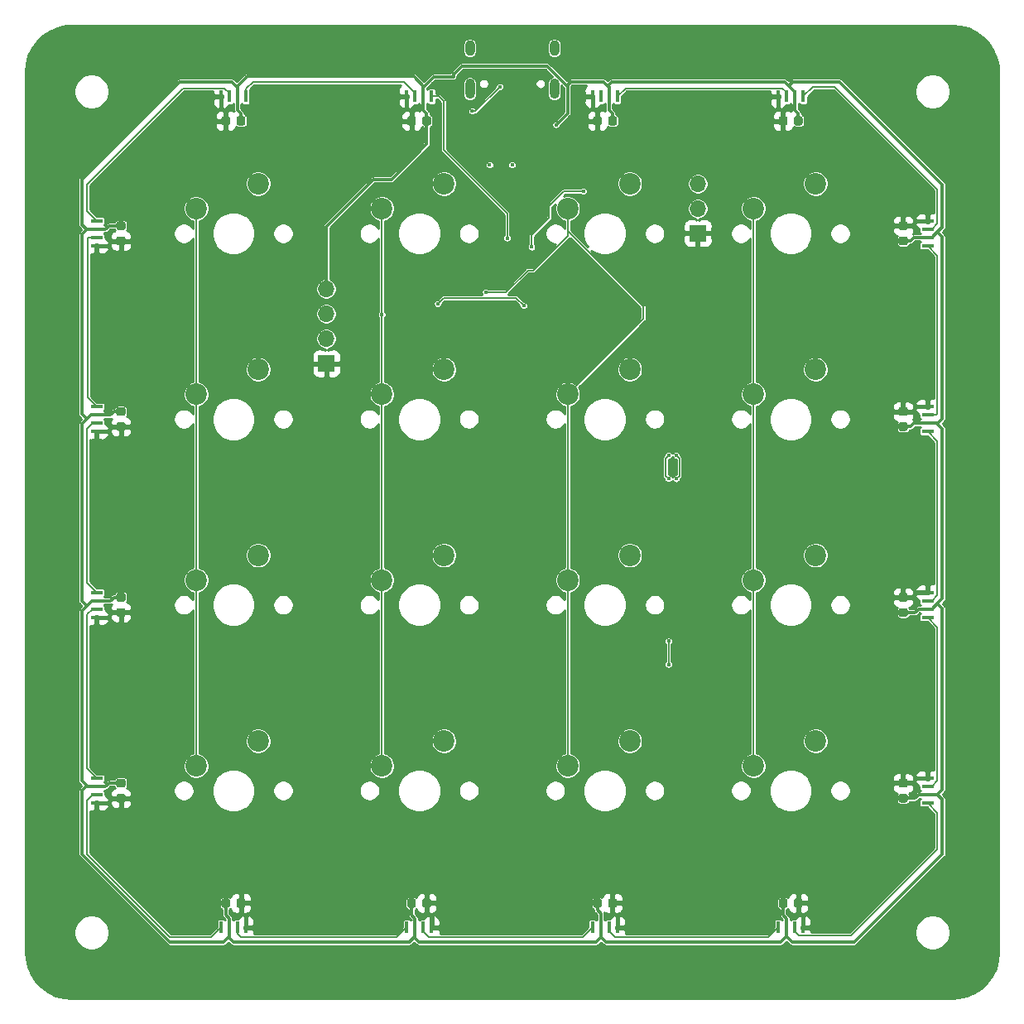
<source format=gtl>
%TF.GenerationSoftware,KiCad,Pcbnew,5.1.9+dfsg1-1+deb11u1*%
%TF.CreationDate,2023-10-17T21:29:52+02:00*%
%TF.ProjectId,pcb,7063622e-6b69-4636-9164-5f7063625858,rev?*%
%TF.SameCoordinates,Original*%
%TF.FileFunction,Copper,L1,Top*%
%TF.FilePolarity,Positive*%
%FSLAX46Y46*%
G04 Gerber Fmt 4.6, Leading zero omitted, Abs format (unit mm)*
G04 Created by KiCad (PCBNEW 5.1.9+dfsg1-1+deb11u1) date 2023-10-17 21:29:52*
%MOMM*%
%LPD*%
G01*
G04 APERTURE LIST*
%TA.AperFunction,ComponentPad*%
%ADD10R,1.700000X1.700000*%
%TD*%
%TA.AperFunction,ComponentPad*%
%ADD11O,1.700000X1.700000*%
%TD*%
%TA.AperFunction,ComponentPad*%
%ADD12O,1.000000X1.600000*%
%TD*%
%TA.AperFunction,ComponentPad*%
%ADD13O,1.000000X2.100000*%
%TD*%
%TA.AperFunction,ComponentPad*%
%ADD14C,2.200000*%
%TD*%
%TA.AperFunction,SMDPad,CuDef*%
%ADD15R,0.450000X1.300000*%
%TD*%
%TA.AperFunction,SMDPad,CuDef*%
%ADD16R,1.300000X0.450000*%
%TD*%
%TA.AperFunction,ViaPad*%
%ADD17C,0.450000*%
%TD*%
%TA.AperFunction,Conductor*%
%ADD18C,0.300000*%
%TD*%
%TA.AperFunction,Conductor*%
%ADD19C,0.200000*%
%TD*%
%TA.AperFunction,Conductor*%
%ADD20C,0.254000*%
%TD*%
%TA.AperFunction,Conductor*%
%ADD21C,0.100000*%
%TD*%
G04 APERTURE END LIST*
D10*
%TO.P,J2,1*%
%TO.N,GND*%
X19000000Y28500000D03*
D11*
%TO.P,J2,2*%
%TO.N,SWDCLK*%
X19000000Y31040000D03*
%TO.P,J2,3*%
%TO.N,SWDIO*%
X19000000Y33580000D03*
%TD*%
D10*
%TO.P,J3,1*%
%TO.N,GND*%
X-19000000Y15190000D03*
D11*
%TO.P,J3,2*%
%TO.N,pTX*%
X-19000000Y17730000D03*
%TO.P,J3,3*%
%TO.N,pRX*%
X-19000000Y20270000D03*
%TO.P,J3,4*%
%TO.N,5V*%
X-19000000Y22810000D03*
%TD*%
D12*
%TO.P,J1,*%
%TO.N,*%
X4320000Y47450001D03*
X-4320000Y47450001D03*
D13*
X-4320000Y43270001D03*
X4320000Y43270001D03*
%TD*%
D14*
%TO.P,SW2,1*%
%TO.N,Net-(D5-Pad2)*%
X-25960000Y33580000D03*
%TO.P,SW2,2*%
%TO.N,Y0*%
X-32310000Y31040000D03*
%TD*%
%TO.P,SW3,1*%
%TO.N,Net-(D6-Pad2)*%
X-25960000Y14580000D03*
%TO.P,SW3,2*%
%TO.N,Y0*%
X-32310000Y12040000D03*
%TD*%
%TO.P,SW4,2*%
%TO.N,Y0*%
X-32310000Y-6960000D03*
%TO.P,SW4,1*%
%TO.N,Net-(D7-Pad2)*%
X-25960000Y-4420000D03*
%TD*%
%TO.P,SW5,2*%
%TO.N,Y0*%
X-32310000Y-25960000D03*
%TO.P,SW5,1*%
%TO.N,Net-(D8-Pad2)*%
X-25960000Y-23420000D03*
%TD*%
%TO.P,SW6,1*%
%TO.N,Net-(D9-Pad2)*%
X-6960000Y33580000D03*
%TO.P,SW6,2*%
%TO.N,Y1*%
X-13310000Y31040000D03*
%TD*%
%TO.P,SW7,1*%
%TO.N,Net-(D10-Pad2)*%
X-6960000Y14580000D03*
%TO.P,SW7,2*%
%TO.N,Y1*%
X-13310000Y12040000D03*
%TD*%
%TO.P,SW8,2*%
%TO.N,Y1*%
X-13310000Y-6960000D03*
%TO.P,SW8,1*%
%TO.N,Net-(D11-Pad2)*%
X-6960000Y-4420000D03*
%TD*%
%TO.P,SW9,2*%
%TO.N,Y1*%
X-13310000Y-25960000D03*
%TO.P,SW9,1*%
%TO.N,Net-(D12-Pad2)*%
X-6960000Y-23420000D03*
%TD*%
%TO.P,SW10,2*%
%TO.N,Y2*%
X5690000Y31040000D03*
%TO.P,SW10,1*%
%TO.N,Net-(D13-Pad2)*%
X12040000Y33580000D03*
%TD*%
%TO.P,SW11,1*%
%TO.N,Net-(D14-Pad2)*%
X12040000Y14580000D03*
%TO.P,SW11,2*%
%TO.N,Y2*%
X5690000Y12040000D03*
%TD*%
%TO.P,SW12,2*%
%TO.N,Y2*%
X5690000Y-6960000D03*
%TO.P,SW12,1*%
%TO.N,Net-(D15-Pad2)*%
X12040000Y-4420000D03*
%TD*%
%TO.P,SW13,1*%
%TO.N,Net-(D16-Pad2)*%
X12040000Y-23420000D03*
%TO.P,SW13,2*%
%TO.N,Y2*%
X5690000Y-25960000D03*
%TD*%
%TO.P,SW14,1*%
%TO.N,Net-(D17-Pad2)*%
X31040000Y33580000D03*
%TO.P,SW14,2*%
%TO.N,Y3*%
X24690000Y31040000D03*
%TD*%
%TO.P,SW15,2*%
%TO.N,Y3*%
X24690000Y12040000D03*
%TO.P,SW15,1*%
%TO.N,Net-(D18-Pad2)*%
X31040000Y14580000D03*
%TD*%
%TO.P,SW16,2*%
%TO.N,Y3*%
X24690000Y-6960000D03*
%TO.P,SW16,1*%
%TO.N,Net-(D19-Pad2)*%
X31040000Y-4420000D03*
%TD*%
%TO.P,SW17,1*%
%TO.N,Net-(D20-Pad2)*%
X31040000Y-23420000D03*
%TO.P,SW17,2*%
%TO.N,Y3*%
X24690000Y-25960000D03*
%TD*%
D15*
%TO.P,D1,2*%
%TO.N,Net-(D1-Pad2)*%
X-9925000Y42500000D03*
%TO.P,D1,4*%
%TO.N,LEDDATA*%
X-8225000Y42500000D03*
%TO.P,D1,3*%
%TO.N,GND*%
X-10775000Y42500000D03*
%TO.P,D1,1*%
%TO.N,5V*%
X-9075000Y42500000D03*
%TD*%
%TO.P,C2,2*%
%TO.N,GND*%
%TA.AperFunction,SMDPad,CuDef*%
G36*
G01*
X40250000Y-9175000D02*
X39750000Y-9175000D01*
G75*
G02*
X39525000Y-8950000I0J225000D01*
G01*
X39525000Y-8500000D01*
G75*
G02*
X39750000Y-8275000I225000J0D01*
G01*
X40250000Y-8275000D01*
G75*
G02*
X40475000Y-8500000I0J-225000D01*
G01*
X40475000Y-8950000D01*
G75*
G02*
X40250000Y-9175000I-225000J0D01*
G01*
G37*
%TD.AperFunction*%
%TO.P,C2,1*%
%TO.N,5V*%
%TA.AperFunction,SMDPad,CuDef*%
G36*
G01*
X40250000Y-10725000D02*
X39750000Y-10725000D01*
G75*
G02*
X39525000Y-10500000I0J225000D01*
G01*
X39525000Y-10050000D01*
G75*
G02*
X39750000Y-9825000I225000J0D01*
G01*
X40250000Y-9825000D01*
G75*
G02*
X40475000Y-10050000I0J-225000D01*
G01*
X40475000Y-10500000D01*
G75*
G02*
X40250000Y-10725000I-225000J0D01*
G01*
G37*
%TD.AperFunction*%
%TD*%
%TO.P,C5,1*%
%TO.N,5V*%
%TA.AperFunction,SMDPad,CuDef*%
G36*
G01*
X-8275000Y40250000D02*
X-8275000Y39750000D01*
G75*
G02*
X-8500000Y39525000I-225000J0D01*
G01*
X-8950000Y39525000D01*
G75*
G02*
X-9175000Y39750000I0J225000D01*
G01*
X-9175000Y40250000D01*
G75*
G02*
X-8950000Y40475000I225000J0D01*
G01*
X-8500000Y40475000D01*
G75*
G02*
X-8275000Y40250000I0J-225000D01*
G01*
G37*
%TD.AperFunction*%
%TO.P,C5,2*%
%TO.N,GND*%
%TA.AperFunction,SMDPad,CuDef*%
G36*
G01*
X-9825000Y40250000D02*
X-9825000Y39750000D01*
G75*
G02*
X-10050000Y39525000I-225000J0D01*
G01*
X-10500000Y39525000D01*
G75*
G02*
X-10725000Y39750000I0J225000D01*
G01*
X-10725000Y40250000D01*
G75*
G02*
X-10500000Y40475000I225000J0D01*
G01*
X-10050000Y40475000D01*
G75*
G02*
X-9825000Y40250000I0J-225000D01*
G01*
G37*
%TD.AperFunction*%
%TD*%
%TO.P,C7,2*%
%TO.N,GND*%
%TA.AperFunction,SMDPad,CuDef*%
G36*
G01*
X9825000Y-40250000D02*
X9825000Y-39750000D01*
G75*
G02*
X10050000Y-39525000I225000J0D01*
G01*
X10500000Y-39525000D01*
G75*
G02*
X10725000Y-39750000I0J-225000D01*
G01*
X10725000Y-40250000D01*
G75*
G02*
X10500000Y-40475000I-225000J0D01*
G01*
X10050000Y-40475000D01*
G75*
G02*
X9825000Y-40250000I0J225000D01*
G01*
G37*
%TD.AperFunction*%
%TO.P,C7,1*%
%TO.N,5V*%
%TA.AperFunction,SMDPad,CuDef*%
G36*
G01*
X8275000Y-40250000D02*
X8275000Y-39750000D01*
G75*
G02*
X8500000Y-39525000I225000J0D01*
G01*
X8950000Y-39525000D01*
G75*
G02*
X9175000Y-39750000I0J-225000D01*
G01*
X9175000Y-40250000D01*
G75*
G02*
X8950000Y-40475000I-225000J0D01*
G01*
X8500000Y-40475000D01*
G75*
G02*
X8275000Y-40250000I0J225000D01*
G01*
G37*
%TD.AperFunction*%
%TD*%
%TO.P,C11,2*%
%TO.N,GND*%
%TA.AperFunction,SMDPad,CuDef*%
G36*
G01*
X28825000Y-40250000D02*
X28825000Y-39750000D01*
G75*
G02*
X29050000Y-39525000I225000J0D01*
G01*
X29500000Y-39525000D01*
G75*
G02*
X29725000Y-39750000I0J-225000D01*
G01*
X29725000Y-40250000D01*
G75*
G02*
X29500000Y-40475000I-225000J0D01*
G01*
X29050000Y-40475000D01*
G75*
G02*
X28825000Y-40250000I0J225000D01*
G01*
G37*
%TD.AperFunction*%
%TO.P,C11,1*%
%TO.N,5V*%
%TA.AperFunction,SMDPad,CuDef*%
G36*
G01*
X27275000Y-40250000D02*
X27275000Y-39750000D01*
G75*
G02*
X27500000Y-39525000I225000J0D01*
G01*
X27950000Y-39525000D01*
G75*
G02*
X28175000Y-39750000I0J-225000D01*
G01*
X28175000Y-40250000D01*
G75*
G02*
X27950000Y-40475000I-225000J0D01*
G01*
X27500000Y-40475000D01*
G75*
G02*
X27275000Y-40250000I0J225000D01*
G01*
G37*
%TD.AperFunction*%
%TD*%
%TO.P,C12,1*%
%TO.N,5V*%
%TA.AperFunction,SMDPad,CuDef*%
G36*
G01*
X40250000Y27275000D02*
X39750000Y27275000D01*
G75*
G02*
X39525000Y27500000I0J225000D01*
G01*
X39525000Y27950000D01*
G75*
G02*
X39750000Y28175000I225000J0D01*
G01*
X40250000Y28175000D01*
G75*
G02*
X40475000Y27950000I0J-225000D01*
G01*
X40475000Y27500000D01*
G75*
G02*
X40250000Y27275000I-225000J0D01*
G01*
G37*
%TD.AperFunction*%
%TO.P,C12,2*%
%TO.N,GND*%
%TA.AperFunction,SMDPad,CuDef*%
G36*
G01*
X40250000Y28825000D02*
X39750000Y28825000D01*
G75*
G02*
X39525000Y29050000I0J225000D01*
G01*
X39525000Y29500000D01*
G75*
G02*
X39750000Y29725000I225000J0D01*
G01*
X40250000Y29725000D01*
G75*
G02*
X40475000Y29500000I0J-225000D01*
G01*
X40475000Y29050000D01*
G75*
G02*
X40250000Y28825000I-225000J0D01*
G01*
G37*
%TD.AperFunction*%
%TD*%
%TO.P,C13,1*%
%TO.N,5V*%
%TA.AperFunction,SMDPad,CuDef*%
G36*
G01*
X40250000Y8275000D02*
X39750000Y8275000D01*
G75*
G02*
X39525000Y8500000I0J225000D01*
G01*
X39525000Y8950000D01*
G75*
G02*
X39750000Y9175000I225000J0D01*
G01*
X40250000Y9175000D01*
G75*
G02*
X40475000Y8950000I0J-225000D01*
G01*
X40475000Y8500000D01*
G75*
G02*
X40250000Y8275000I-225000J0D01*
G01*
G37*
%TD.AperFunction*%
%TO.P,C13,2*%
%TO.N,GND*%
%TA.AperFunction,SMDPad,CuDef*%
G36*
G01*
X40250000Y9825000D02*
X39750000Y9825000D01*
G75*
G02*
X39525000Y10050000I0J225000D01*
G01*
X39525000Y10500000D01*
G75*
G02*
X39750000Y10725000I225000J0D01*
G01*
X40250000Y10725000D01*
G75*
G02*
X40475000Y10500000I0J-225000D01*
G01*
X40475000Y10050000D01*
G75*
G02*
X40250000Y9825000I-225000J0D01*
G01*
G37*
%TD.AperFunction*%
%TD*%
%TO.P,C14,1*%
%TO.N,5V*%
%TA.AperFunction,SMDPad,CuDef*%
G36*
G01*
X-10725000Y-40250000D02*
X-10725000Y-39750000D01*
G75*
G02*
X-10500000Y-39525000I225000J0D01*
G01*
X-10050000Y-39525000D01*
G75*
G02*
X-9825000Y-39750000I0J-225000D01*
G01*
X-9825000Y-40250000D01*
G75*
G02*
X-10050000Y-40475000I-225000J0D01*
G01*
X-10500000Y-40475000D01*
G75*
G02*
X-10725000Y-40250000I0J225000D01*
G01*
G37*
%TD.AperFunction*%
%TO.P,C14,2*%
%TO.N,GND*%
%TA.AperFunction,SMDPad,CuDef*%
G36*
G01*
X-9175000Y-40250000D02*
X-9175000Y-39750000D01*
G75*
G02*
X-8950000Y-39525000I225000J0D01*
G01*
X-8500000Y-39525000D01*
G75*
G02*
X-8275000Y-39750000I0J-225000D01*
G01*
X-8275000Y-40250000D01*
G75*
G02*
X-8500000Y-40475000I-225000J0D01*
G01*
X-8950000Y-40475000D01*
G75*
G02*
X-9175000Y-40250000I0J225000D01*
G01*
G37*
%TD.AperFunction*%
%TD*%
%TO.P,C15,1*%
%TO.N,5V*%
%TA.AperFunction,SMDPad,CuDef*%
G36*
G01*
X-29725000Y-40250000D02*
X-29725000Y-39750000D01*
G75*
G02*
X-29500000Y-39525000I225000J0D01*
G01*
X-29050000Y-39525000D01*
G75*
G02*
X-28825000Y-39750000I0J-225000D01*
G01*
X-28825000Y-40250000D01*
G75*
G02*
X-29050000Y-40475000I-225000J0D01*
G01*
X-29500000Y-40475000D01*
G75*
G02*
X-29725000Y-40250000I0J225000D01*
G01*
G37*
%TD.AperFunction*%
%TO.P,C15,2*%
%TO.N,GND*%
%TA.AperFunction,SMDPad,CuDef*%
G36*
G01*
X-28175000Y-40250000D02*
X-28175000Y-39750000D01*
G75*
G02*
X-27950000Y-39525000I225000J0D01*
G01*
X-27500000Y-39525000D01*
G75*
G02*
X-27275000Y-39750000I0J-225000D01*
G01*
X-27275000Y-40250000D01*
G75*
G02*
X-27500000Y-40475000I-225000J0D01*
G01*
X-27950000Y-40475000D01*
G75*
G02*
X-28175000Y-40250000I0J225000D01*
G01*
G37*
%TD.AperFunction*%
%TD*%
%TO.P,C16,2*%
%TO.N,GND*%
%TA.AperFunction,SMDPad,CuDef*%
G36*
G01*
X-40250000Y-9825000D02*
X-39750000Y-9825000D01*
G75*
G02*
X-39525000Y-10050000I0J-225000D01*
G01*
X-39525000Y-10500000D01*
G75*
G02*
X-39750000Y-10725000I-225000J0D01*
G01*
X-40250000Y-10725000D01*
G75*
G02*
X-40475000Y-10500000I0J225000D01*
G01*
X-40475000Y-10050000D01*
G75*
G02*
X-40250000Y-9825000I225000J0D01*
G01*
G37*
%TD.AperFunction*%
%TO.P,C16,1*%
%TO.N,5V*%
%TA.AperFunction,SMDPad,CuDef*%
G36*
G01*
X-40250000Y-8275000D02*
X-39750000Y-8275000D01*
G75*
G02*
X-39525000Y-8500000I0J-225000D01*
G01*
X-39525000Y-8950000D01*
G75*
G02*
X-39750000Y-9175000I-225000J0D01*
G01*
X-40250000Y-9175000D01*
G75*
G02*
X-40475000Y-8950000I0J225000D01*
G01*
X-40475000Y-8500000D01*
G75*
G02*
X-40250000Y-8275000I225000J0D01*
G01*
G37*
%TD.AperFunction*%
%TD*%
%TO.P,C17,2*%
%TO.N,GND*%
%TA.AperFunction,SMDPad,CuDef*%
G36*
G01*
X40250000Y-28175000D02*
X39750000Y-28175000D01*
G75*
G02*
X39525000Y-27950000I0J225000D01*
G01*
X39525000Y-27500000D01*
G75*
G02*
X39750000Y-27275000I225000J0D01*
G01*
X40250000Y-27275000D01*
G75*
G02*
X40475000Y-27500000I0J-225000D01*
G01*
X40475000Y-27950000D01*
G75*
G02*
X40250000Y-28175000I-225000J0D01*
G01*
G37*
%TD.AperFunction*%
%TO.P,C17,1*%
%TO.N,5V*%
%TA.AperFunction,SMDPad,CuDef*%
G36*
G01*
X40250000Y-29725000D02*
X39750000Y-29725000D01*
G75*
G02*
X39525000Y-29500000I0J225000D01*
G01*
X39525000Y-29050000D01*
G75*
G02*
X39750000Y-28825000I225000J0D01*
G01*
X40250000Y-28825000D01*
G75*
G02*
X40475000Y-29050000I0J-225000D01*
G01*
X40475000Y-29500000D01*
G75*
G02*
X40250000Y-29725000I-225000J0D01*
G01*
G37*
%TD.AperFunction*%
%TD*%
%TO.P,C18,1*%
%TO.N,5V*%
%TA.AperFunction,SMDPad,CuDef*%
G36*
G01*
X-40250000Y10725000D02*
X-39750000Y10725000D01*
G75*
G02*
X-39525000Y10500000I0J-225000D01*
G01*
X-39525000Y10050000D01*
G75*
G02*
X-39750000Y9825000I-225000J0D01*
G01*
X-40250000Y9825000D01*
G75*
G02*
X-40475000Y10050000I0J225000D01*
G01*
X-40475000Y10500000D01*
G75*
G02*
X-40250000Y10725000I225000J0D01*
G01*
G37*
%TD.AperFunction*%
%TO.P,C18,2*%
%TO.N,GND*%
%TA.AperFunction,SMDPad,CuDef*%
G36*
G01*
X-40250000Y9175000D02*
X-39750000Y9175000D01*
G75*
G02*
X-39525000Y8950000I0J-225000D01*
G01*
X-39525000Y8500000D01*
G75*
G02*
X-39750000Y8275000I-225000J0D01*
G01*
X-40250000Y8275000D01*
G75*
G02*
X-40475000Y8500000I0J225000D01*
G01*
X-40475000Y8950000D01*
G75*
G02*
X-40250000Y9175000I225000J0D01*
G01*
G37*
%TD.AperFunction*%
%TD*%
%TO.P,C19,1*%
%TO.N,5V*%
%TA.AperFunction,SMDPad,CuDef*%
G36*
G01*
X-27275000Y40250000D02*
X-27275000Y39750000D01*
G75*
G02*
X-27500000Y39525000I-225000J0D01*
G01*
X-27950000Y39525000D01*
G75*
G02*
X-28175000Y39750000I0J225000D01*
G01*
X-28175000Y40250000D01*
G75*
G02*
X-27950000Y40475000I225000J0D01*
G01*
X-27500000Y40475000D01*
G75*
G02*
X-27275000Y40250000I0J-225000D01*
G01*
G37*
%TD.AperFunction*%
%TO.P,C19,2*%
%TO.N,GND*%
%TA.AperFunction,SMDPad,CuDef*%
G36*
G01*
X-28825000Y40250000D02*
X-28825000Y39750000D01*
G75*
G02*
X-29050000Y39525000I-225000J0D01*
G01*
X-29500000Y39525000D01*
G75*
G02*
X-29725000Y39750000I0J225000D01*
G01*
X-29725000Y40250000D01*
G75*
G02*
X-29500000Y40475000I225000J0D01*
G01*
X-29050000Y40475000D01*
G75*
G02*
X-28825000Y40250000I0J-225000D01*
G01*
G37*
%TD.AperFunction*%
%TD*%
%TO.P,C20,2*%
%TO.N,GND*%
%TA.AperFunction,SMDPad,CuDef*%
G36*
G01*
X-40250000Y-28825000D02*
X-39750000Y-28825000D01*
G75*
G02*
X-39525000Y-29050000I0J-225000D01*
G01*
X-39525000Y-29500000D01*
G75*
G02*
X-39750000Y-29725000I-225000J0D01*
G01*
X-40250000Y-29725000D01*
G75*
G02*
X-40475000Y-29500000I0J225000D01*
G01*
X-40475000Y-29050000D01*
G75*
G02*
X-40250000Y-28825000I225000J0D01*
G01*
G37*
%TD.AperFunction*%
%TO.P,C20,1*%
%TO.N,5V*%
%TA.AperFunction,SMDPad,CuDef*%
G36*
G01*
X-40250000Y-27275000D02*
X-39750000Y-27275000D01*
G75*
G02*
X-39525000Y-27500000I0J-225000D01*
G01*
X-39525000Y-27950000D01*
G75*
G02*
X-39750000Y-28175000I-225000J0D01*
G01*
X-40250000Y-28175000D01*
G75*
G02*
X-40475000Y-27950000I0J225000D01*
G01*
X-40475000Y-27500000D01*
G75*
G02*
X-40250000Y-27275000I225000J0D01*
G01*
G37*
%TD.AperFunction*%
%TD*%
%TO.P,C21,1*%
%TO.N,5V*%
%TA.AperFunction,SMDPad,CuDef*%
G36*
G01*
X10725000Y40250000D02*
X10725000Y39750000D01*
G75*
G02*
X10500000Y39525000I-225000J0D01*
G01*
X10050000Y39525000D01*
G75*
G02*
X9825000Y39750000I0J225000D01*
G01*
X9825000Y40250000D01*
G75*
G02*
X10050000Y40475000I225000J0D01*
G01*
X10500000Y40475000D01*
G75*
G02*
X10725000Y40250000I0J-225000D01*
G01*
G37*
%TD.AperFunction*%
%TO.P,C21,2*%
%TO.N,GND*%
%TA.AperFunction,SMDPad,CuDef*%
G36*
G01*
X9175000Y40250000D02*
X9175000Y39750000D01*
G75*
G02*
X8950000Y39525000I-225000J0D01*
G01*
X8500000Y39525000D01*
G75*
G02*
X8275000Y39750000I0J225000D01*
G01*
X8275000Y40250000D01*
G75*
G02*
X8500000Y40475000I225000J0D01*
G01*
X8950000Y40475000D01*
G75*
G02*
X9175000Y40250000I0J-225000D01*
G01*
G37*
%TD.AperFunction*%
%TD*%
%TO.P,C22,2*%
%TO.N,GND*%
%TA.AperFunction,SMDPad,CuDef*%
G36*
G01*
X-40250000Y28175000D02*
X-39750000Y28175000D01*
G75*
G02*
X-39525000Y27950000I0J-225000D01*
G01*
X-39525000Y27500000D01*
G75*
G02*
X-39750000Y27275000I-225000J0D01*
G01*
X-40250000Y27275000D01*
G75*
G02*
X-40475000Y27500000I0J225000D01*
G01*
X-40475000Y27950000D01*
G75*
G02*
X-40250000Y28175000I225000J0D01*
G01*
G37*
%TD.AperFunction*%
%TO.P,C22,1*%
%TO.N,5V*%
%TA.AperFunction,SMDPad,CuDef*%
G36*
G01*
X-40250000Y29725000D02*
X-39750000Y29725000D01*
G75*
G02*
X-39525000Y29500000I0J-225000D01*
G01*
X-39525000Y29050000D01*
G75*
G02*
X-39750000Y28825000I-225000J0D01*
G01*
X-40250000Y28825000D01*
G75*
G02*
X-40475000Y29050000I0J225000D01*
G01*
X-40475000Y29500000D01*
G75*
G02*
X-40250000Y29725000I225000J0D01*
G01*
G37*
%TD.AperFunction*%
%TD*%
%TO.P,C23,2*%
%TO.N,GND*%
%TA.AperFunction,SMDPad,CuDef*%
G36*
G01*
X28175000Y40250000D02*
X28175000Y39750000D01*
G75*
G02*
X27950000Y39525000I-225000J0D01*
G01*
X27500000Y39525000D01*
G75*
G02*
X27275000Y39750000I0J225000D01*
G01*
X27275000Y40250000D01*
G75*
G02*
X27500000Y40475000I225000J0D01*
G01*
X27950000Y40475000D01*
G75*
G02*
X28175000Y40250000I0J-225000D01*
G01*
G37*
%TD.AperFunction*%
%TO.P,C23,1*%
%TO.N,5V*%
%TA.AperFunction,SMDPad,CuDef*%
G36*
G01*
X29725000Y40250000D02*
X29725000Y39750000D01*
G75*
G02*
X29500000Y39525000I-225000J0D01*
G01*
X29050000Y39525000D01*
G75*
G02*
X28825000Y39750000I0J225000D01*
G01*
X28825000Y40250000D01*
G75*
G02*
X29050000Y40475000I225000J0D01*
G01*
X29500000Y40475000D01*
G75*
G02*
X29725000Y40250000I0J-225000D01*
G01*
G37*
%TD.AperFunction*%
%TD*%
%TO.P,D2,2*%
%TO.N,Net-(D2-Pad2)*%
X9925000Y-42500000D03*
%TO.P,D2,4*%
%TO.N,Net-(D2-Pad4)*%
X8225000Y-42500000D03*
%TO.P,D2,3*%
%TO.N,GND*%
X10775000Y-42500000D03*
%TO.P,D2,1*%
%TO.N,5V*%
X9075000Y-42500000D03*
%TD*%
%TO.P,D3,1*%
%TO.N,5V*%
X-28075000Y42500000D03*
%TO.P,D3,3*%
%TO.N,GND*%
X-29775000Y42500000D03*
%TO.P,D3,4*%
%TO.N,Net-(D1-Pad2)*%
X-27225000Y42500000D03*
%TO.P,D3,2*%
%TO.N,Net-(D21-Pad4)*%
X-28925000Y42500000D03*
%TD*%
%TO.P,D4,2*%
%TO.N,Net-(D22-Pad4)*%
X28925000Y-42500000D03*
%TO.P,D4,4*%
%TO.N,Net-(D2-Pad2)*%
X27225000Y-42500000D03*
%TO.P,D4,3*%
%TO.N,GND*%
X29775000Y-42500000D03*
%TO.P,D4,1*%
%TO.N,5V*%
X28075000Y-42500000D03*
%TD*%
D16*
%TO.P,D21,2*%
%TO.N,Net-(D21-Pad2)*%
X-42500000Y28075000D03*
%TO.P,D21,4*%
%TO.N,Net-(D21-Pad4)*%
X-42500000Y29775000D03*
%TO.P,D21,3*%
%TO.N,GND*%
X-42500000Y27225000D03*
%TO.P,D21,1*%
%TO.N,5V*%
X-42500000Y28925000D03*
%TD*%
%TO.P,D22,1*%
%TO.N,5V*%
X42500000Y-28925000D03*
%TO.P,D22,3*%
%TO.N,GND*%
X42500000Y-27225000D03*
%TO.P,D22,4*%
%TO.N,Net-(D22-Pad4)*%
X42500000Y-29775000D03*
%TO.P,D22,2*%
%TO.N,Net-(D22-Pad2)*%
X42500000Y-28075000D03*
%TD*%
%TO.P,D23,2*%
%TO.N,Net-(D23-Pad2)*%
X-42500000Y9075000D03*
%TO.P,D23,4*%
%TO.N,Net-(D21-Pad2)*%
X-42500000Y10775000D03*
%TO.P,D23,3*%
%TO.N,GND*%
X-42500000Y8225000D03*
%TO.P,D23,1*%
%TO.N,5V*%
X-42500000Y9925000D03*
%TD*%
%TO.P,D24,1*%
%TO.N,5V*%
X42500000Y-9925000D03*
%TO.P,D24,3*%
%TO.N,GND*%
X42500000Y-8225000D03*
%TO.P,D24,4*%
%TO.N,Net-(D22-Pad2)*%
X42500000Y-10775000D03*
%TO.P,D24,2*%
%TO.N,Net-(D24-Pad2)*%
X42500000Y-9075000D03*
%TD*%
%TO.P,D25,2*%
%TO.N,Net-(D25-Pad2)*%
X-42500000Y-9925000D03*
%TO.P,D25,4*%
%TO.N,Net-(D23-Pad2)*%
X-42500000Y-8225000D03*
%TO.P,D25,3*%
%TO.N,GND*%
X-42500000Y-10775000D03*
%TO.P,D25,1*%
%TO.N,5V*%
X-42500000Y-9075000D03*
%TD*%
%TO.P,D26,1*%
%TO.N,5V*%
X42500000Y9075000D03*
%TO.P,D26,3*%
%TO.N,GND*%
X42500000Y10775000D03*
%TO.P,D26,4*%
%TO.N,Net-(D24-Pad2)*%
X42500000Y8225000D03*
%TO.P,D26,2*%
%TO.N,Net-(D26-Pad2)*%
X42500000Y9925000D03*
%TD*%
%TO.P,D27,2*%
%TO.N,Net-(D27-Pad2)*%
X-42500000Y-28925000D03*
%TO.P,D27,4*%
%TO.N,Net-(D25-Pad2)*%
X-42500000Y-27225000D03*
%TO.P,D27,3*%
%TO.N,GND*%
X-42500000Y-29775000D03*
%TO.P,D27,1*%
%TO.N,5V*%
X-42500000Y-28075000D03*
%TD*%
%TO.P,D28,1*%
%TO.N,5V*%
X42500000Y28075000D03*
%TO.P,D28,3*%
%TO.N,GND*%
X42500000Y29775000D03*
%TO.P,D28,4*%
%TO.N,Net-(D26-Pad2)*%
X42500000Y27225000D03*
%TO.P,D28,2*%
%TO.N,Net-(D28-Pad2)*%
X42500000Y28925000D03*
%TD*%
D15*
%TO.P,D29,2*%
%TO.N,Net-(D29-Pad2)*%
X-28075000Y-42500000D03*
%TO.P,D29,4*%
%TO.N,Net-(D27-Pad2)*%
X-29775000Y-42500000D03*
%TO.P,D29,3*%
%TO.N,GND*%
X-27225000Y-42500000D03*
%TO.P,D29,1*%
%TO.N,5V*%
X-28925000Y-42500000D03*
%TD*%
%TO.P,D30,2*%
%TO.N,Net-(D30-Pad2)*%
X28075000Y42500000D03*
%TO.P,D30,4*%
%TO.N,Net-(D28-Pad2)*%
X29775000Y42500000D03*
%TO.P,D30,3*%
%TO.N,GND*%
X27225000Y42500000D03*
%TO.P,D30,1*%
%TO.N,5V*%
X28925000Y42500000D03*
%TD*%
%TO.P,D31,1*%
%TO.N,5V*%
X-9925000Y-42500000D03*
%TO.P,D31,3*%
%TO.N,GND*%
X-8225000Y-42500000D03*
%TO.P,D31,4*%
%TO.N,Net-(D29-Pad2)*%
X-10775000Y-42500000D03*
%TO.P,D31,2*%
%TO.N,Net-(D2-Pad4)*%
X-9075000Y-42500000D03*
%TD*%
%TO.P,D32,1*%
%TO.N,5V*%
X9925000Y42500000D03*
%TO.P,D32,3*%
%TO.N,GND*%
X8225000Y42500000D03*
%TO.P,D32,4*%
%TO.N,Net-(D30-Pad2)*%
X10775000Y42500000D03*
%TO.P,D32,2*%
%TO.N,Net-(D32-Pad2)*%
X9075000Y42500000D03*
%TD*%
D17*
%TO.N,GND*%
X-1170000Y38840000D03*
X3480000Y39410000D03*
X5150010Y35709990D03*
X5150010Y36639999D03*
X5150000Y34780000D03*
X-5400000Y23100000D03*
X-750000Y18300000D03*
X3000000Y19350000D03*
X2000000Y24300000D03*
X4050000Y25350000D03*
X0Y13450000D03*
X2200000Y15950000D03*
X800000Y19450000D03*
X350000Y22600000D03*
X-600000Y20700000D03*
X5400000Y23700000D03*
X6500000Y33500000D03*
X-4400000Y41700000D03*
X6500000Y39299999D03*
X6600000Y38000000D03*
X-1600000Y35500000D03*
X-700000Y35500000D03*
X-900000Y23200000D03*
X3000000Y23200000D03*
X1400000Y21700001D03*
X-2200000Y19500000D03*
X15200000Y5200000D03*
X17600000Y5200000D03*
X17600000Y4000000D03*
X15200000Y4000000D03*
X15400000Y-13800000D03*
X15400000Y-14900000D03*
X16500000Y-14900000D03*
X16500000Y-13800000D03*
X16400000Y4000000D03*
X16400000Y5200000D03*
X-7200000Y20600000D03*
X8900000Y20800000D03*
X10000000Y21400000D03*
X17700000Y13300000D03*
X16500000Y13200000D03*
X-12700000Y22000000D03*
X-13900000Y22000000D03*
X-13900000Y20800000D03*
X-12700000Y20800000D03*
X-13900000Y4000000D03*
X-12700000Y4000000D03*
X-13900000Y5200000D03*
X-12700000Y5200000D03*
X-13900000Y-15000000D03*
X-12700000Y-13800000D03*
X-12700000Y-15000000D03*
X-13900000Y-13800000D03*
X6300000Y-13700000D03*
X6300000Y-14900000D03*
X5100000Y-13700000D03*
X5100000Y-14900000D03*
X5100000Y5200000D03*
X6300000Y5200000D03*
X5100000Y4000000D03*
X6300000Y4000000D03*
X24100000Y4000000D03*
X24100000Y5200000D03*
X25300000Y5200000D03*
X25300000Y4000000D03*
X25300000Y-13800000D03*
X24100000Y-15000000D03*
X25300000Y-15000000D03*
X24100000Y-13800000D03*
X24100000Y24200000D03*
X25300000Y24200000D03*
X25300000Y23000000D03*
X24100000Y23000000D03*
X-13900000Y19100000D03*
X-12700000Y19100000D03*
X-13900000Y17900000D03*
X-12700000Y17900000D03*
X-12700000Y16600000D03*
X-13900000Y16600000D03*
X12900000Y20400000D03*
X12100000Y19300000D03*
X11300000Y18500000D03*
X10400000Y17600000D03*
X11200000Y16800000D03*
X12200000Y17600000D03*
X12900000Y18500000D03*
X13800000Y19300000D03*
X8300000Y25200000D03*
X9500000Y26000000D03*
X10800000Y24700000D03*
X9300000Y24200000D03*
X10300000Y23000000D03*
X12700000Y22600000D03*
X5700000Y27400000D03*
X6700000Y27000000D03*
X6900000Y28300000D03*
X6200000Y29100000D03*
X300000Y24200000D03*
X-19800000Y24500000D03*
X-6000000Y39000000D03*
X-6000000Y40500000D03*
X-9900000Y45900000D03*
X-29000000Y45900000D03*
X10000000Y45900000D03*
X28000000Y45900000D03*
X45000000Y29000000D03*
X45000000Y10000000D03*
X45000000Y-9000000D03*
X45000000Y-28000000D03*
X29000000Y-45000000D03*
X10000000Y-45000000D03*
X-9000000Y-45000000D03*
X-28000000Y-45000000D03*
X-45000000Y-28000000D03*
X-45000000Y-9000000D03*
X-45000000Y9000000D03*
X-45000000Y29000000D03*
X-19800000Y26000000D03*
X-18200000Y26000000D03*
X-18200000Y24500000D03*
%TO.N,5V*%
X4500000Y39600000D03*
%TO.N,Net-(J1-PadA5)*%
X-1250000Y43490000D03*
X-4100000Y41000006D03*
%TO.N,SWDIO*%
X2000000Y27100000D03*
X7300000Y32800000D03*
%TO.N,X0*%
X1200000Y21100000D03*
X-7600000Y21300000D03*
%TO.N,X2*%
X16800000Y5800000D03*
X16800000Y3399994D03*
%TO.N,X3*%
X16000000Y-13200000D03*
X16000000Y-15600000D03*
X16000000Y5799996D03*
X16000000Y3400000D03*
%TO.N,USBDP'*%
X0Y35500000D03*
%TO.N,USBDM'*%
X-2300000Y35500000D03*
%TO.N,Y1*%
X-13310000Y20190000D03*
%TO.N,Y2*%
X-2700000Y22500000D03*
%TO.N,LEDDATA*%
X-500000Y28000000D03*
%TD*%
D18*
%TO.N,5V*%
X4500000Y39600000D02*
X5700000Y40800000D01*
X3586533Y45600000D02*
X-5150000Y45600000D01*
X5700000Y40800000D02*
X5700000Y43486533D01*
X-5150000Y45600000D02*
X-6000000Y44750000D01*
X-8025000Y44500000D02*
X-6000000Y44500000D01*
X-9075000Y42500000D02*
X-9075000Y43450000D01*
X-6000000Y44750000D02*
X-6000000Y44500000D01*
X9925000Y43450000D02*
X9925000Y42500000D01*
X9781734Y43593266D02*
X9925000Y43450000D01*
X5700000Y43486533D02*
X5593266Y43593266D01*
X5593266Y43593266D02*
X3586533Y45600000D01*
X28925000Y42957002D02*
X28925000Y42500000D01*
X28288736Y43593266D02*
X28925000Y42957002D01*
X42957002Y28075000D02*
X42500000Y28075000D01*
X43500000Y28617998D02*
X42957002Y28075000D01*
X43450000Y9075000D02*
X42500000Y9075000D01*
X43500000Y9025000D02*
X43450000Y9075000D01*
X42957002Y-9925000D02*
X43500000Y-9382002D01*
X42500000Y-9925000D02*
X42957002Y-9925000D01*
X43450000Y-28925000D02*
X42500000Y-28925000D01*
X43500000Y-28875000D02*
X43450000Y-28925000D01*
X9125000Y-43500000D02*
X9075000Y-43450000D01*
X9075000Y-43450000D02*
X9075000Y-42500000D01*
X-9925000Y-43425000D02*
X-9925000Y-42500000D01*
X-10000000Y-43500000D02*
X-9925000Y-43425000D01*
X-43425000Y-28075000D02*
X-43500000Y-28000000D01*
X-42500000Y-28075000D02*
X-43425000Y-28075000D01*
X-42957002Y-9075000D02*
X-43500000Y-9617998D01*
X-42500000Y-9075000D02*
X-42957002Y-9075000D01*
X-43075000Y9925000D02*
X-42500000Y9925000D01*
X-43500000Y9500000D02*
X-43075000Y9925000D01*
X-43450000Y28925000D02*
X-42500000Y28925000D01*
X-43500000Y28875000D02*
X-43450000Y28925000D01*
X-28075000Y43450000D02*
X-28075000Y42500000D01*
X-28125000Y43500000D02*
X-28075000Y43450000D01*
X-10060011Y44560011D02*
X-9012500Y43512500D01*
X-27064989Y44560011D02*
X-10060011Y44560011D01*
X-28125000Y43500000D02*
X-27064989Y44560011D01*
X-9012500Y43512500D02*
X-8025000Y44500000D01*
X-9075000Y43450000D02*
X-9012500Y43512500D01*
X-44000000Y28375000D02*
X-43500000Y28875000D01*
X-44000000Y10000000D02*
X-44000000Y28375000D01*
X-43500000Y9500000D02*
X-44000000Y10000000D01*
X-28625000Y44000000D02*
X-28125000Y43500000D01*
X-34000000Y44000000D02*
X-28625000Y44000000D01*
X-44000000Y34000000D02*
X-34000000Y44000000D01*
X-44000000Y29375000D02*
X-44000000Y34000000D01*
X-43500000Y28875000D02*
X-44000000Y29375000D01*
X-44000000Y-9117998D02*
X-44000000Y9000000D01*
X-44000000Y9000000D02*
X-43500000Y9500000D01*
X-43500000Y-9617998D02*
X-44000000Y-9117998D01*
X-44000000Y-27500000D02*
X-43500000Y-28000000D01*
X-44000000Y-10117998D02*
X-44000000Y-27500000D01*
X-43500000Y-9617998D02*
X-44000000Y-10117998D01*
X-28925000Y-43425000D02*
X-29000000Y-43500000D01*
X-28925000Y-42500000D02*
X-28925000Y-43425000D01*
X-44000000Y-28500000D02*
X-43500000Y-28000000D01*
X-44000000Y-35000000D02*
X-44000000Y-28500000D01*
X-35000000Y-44000000D02*
X-44000000Y-35000000D01*
X-29500000Y-44000000D02*
X-35000000Y-44000000D01*
X-29000000Y-43500000D02*
X-29500000Y-44000000D01*
X-28500000Y-44000000D02*
X-29000000Y-43500000D01*
X-10500000Y-44000000D02*
X-28500000Y-44000000D01*
X-10000000Y-43500000D02*
X-10500000Y-44000000D01*
X-9500000Y-44000000D02*
X-10000000Y-43500000D01*
X8625000Y-44000000D02*
X-9500000Y-44000000D01*
X9125000Y-43500000D02*
X8625000Y-44000000D01*
X9625000Y-44000000D02*
X9125000Y-43500000D01*
X28075000Y-43425000D02*
X28075000Y-42500000D01*
X28075000Y-43425000D02*
X27500000Y-44000000D01*
X27500000Y-44000000D02*
X9625000Y-44000000D01*
X28650000Y-44000000D02*
X28075000Y-43425000D01*
X35000000Y-44000000D02*
X28650000Y-44000000D01*
X44000000Y-35000000D02*
X35000000Y-44000000D01*
X44000000Y-29375000D02*
X44000000Y-35000000D01*
X43500000Y-28875000D02*
X44000000Y-29375000D01*
X44000000Y-28375000D02*
X43500000Y-28875000D01*
X44000000Y-9882002D02*
X44000000Y-28375000D01*
X43500000Y-9382002D02*
X44000000Y-9882002D01*
X44000000Y8525000D02*
X43500000Y9025000D01*
X44000000Y-8882002D02*
X44000000Y8525000D01*
X43500000Y-9382002D02*
X44000000Y-8882002D01*
X44000000Y9525000D02*
X43500000Y9025000D01*
X44000000Y28117998D02*
X44000000Y9525000D01*
X43500000Y28617998D02*
X44000000Y28117998D01*
X33500000Y44000000D02*
X44000000Y33500000D01*
X44000000Y29117998D02*
X43500000Y28617998D01*
X28695470Y44000000D02*
X33500000Y44000000D01*
X44000000Y33500000D02*
X44000000Y29117998D01*
X28288736Y43593266D02*
X28695470Y44000000D01*
X27882002Y44000000D02*
X28288736Y43593266D01*
X10188468Y44000000D02*
X27882002Y44000000D01*
X9781734Y43593266D02*
X10188468Y44000000D01*
X9375000Y44000000D02*
X9781734Y43593266D01*
X6000000Y44000000D02*
X9375000Y44000000D01*
X5593266Y43593266D02*
X6000000Y44000000D01*
X-27725000Y40000000D02*
X-27725000Y40725000D01*
X-28075000Y41075000D02*
X-28075000Y42500000D01*
X-27725000Y40725000D02*
X-28075000Y41075000D01*
X-40000000Y29275000D02*
X-41225000Y29275000D01*
X-41575000Y28925000D02*
X-42500000Y28925000D01*
X-41225000Y29275000D02*
X-41575000Y28925000D01*
X-40000000Y10275000D02*
X-40725000Y10275000D01*
X-41075000Y9925000D02*
X-42500000Y9925000D01*
X-40725000Y10275000D02*
X-41075000Y9925000D01*
X-8725000Y40725000D02*
X-9075000Y41075000D01*
X-8725000Y40000000D02*
X-8725000Y40725000D01*
X-9075000Y42500000D02*
X-9075000Y41075000D01*
X-42500000Y-9075000D02*
X-41075000Y-9075000D01*
X-40725000Y-8725000D02*
X-40000000Y-8725000D01*
X-41075000Y-9075000D02*
X-40725000Y-8725000D01*
X-42500000Y-28075000D02*
X-41575000Y-28075000D01*
X-41225000Y-27725000D02*
X-40000000Y-27725000D01*
X-41575000Y-28075000D02*
X-41225000Y-27725000D01*
X-28925000Y-42500000D02*
X-28925000Y-41575000D01*
X-29275000Y-41225000D02*
X-29275000Y-40000000D01*
X-28925000Y-41575000D02*
X-29275000Y-41225000D01*
X-9925000Y-42500000D02*
X-9925000Y-41575000D01*
X-10275000Y-41225000D02*
X-10275000Y-40000000D01*
X-9925000Y-41575000D02*
X-10275000Y-41225000D01*
X8725000Y-40000000D02*
X8725000Y-40725000D01*
X9075000Y-41075000D02*
X9075000Y-42500000D01*
X8725000Y-40725000D02*
X9075000Y-41075000D01*
X28075000Y-42500000D02*
X28075000Y-41575000D01*
X27725000Y-41225000D02*
X27725000Y-40000000D01*
X28075000Y-41575000D02*
X27725000Y-41225000D01*
X9925000Y42500000D02*
X9925000Y41075000D01*
X10275000Y40725000D02*
X10275000Y40000000D01*
X9925000Y41075000D02*
X10275000Y40725000D01*
X29275000Y40000000D02*
X29275000Y40725000D01*
X28925000Y41075000D02*
X28925000Y42500000D01*
X29275000Y40725000D02*
X28925000Y41075000D01*
X40000000Y27725000D02*
X40725000Y27725000D01*
X41075000Y28075000D02*
X42500000Y28075000D01*
X40725000Y27725000D02*
X41075000Y28075000D01*
X42500000Y-28925000D02*
X41575000Y-28925000D01*
X41225000Y-29275000D02*
X40000000Y-29275000D01*
X41575000Y-28925000D02*
X41225000Y-29275000D01*
X42500000Y-9925000D02*
X41575000Y-9925000D01*
X41225000Y-10275000D02*
X40000000Y-10275000D01*
X41575000Y-9925000D02*
X41225000Y-10275000D01*
X42500000Y9075000D02*
X41075000Y9075000D01*
X40725000Y8725000D02*
X40000000Y8725000D01*
X41075000Y9075000D02*
X40725000Y8725000D01*
X-12333202Y34000000D02*
X-8725000Y37608202D01*
X-14200000Y34000000D02*
X-12333202Y34000000D01*
X-19000000Y29200000D02*
X-14200000Y34000000D01*
X-8725000Y37608202D02*
X-8725000Y40000000D01*
X-19000000Y22810000D02*
X-19000000Y29200000D01*
D19*
%TO.N,Net-(J1-PadA5)*%
X-1250000Y43490000D02*
X-3739994Y41000006D01*
X-3739994Y41000006D02*
X-4100000Y41000006D01*
%TO.N,SWDIO*%
X2000000Y27100000D02*
X2000000Y28300000D01*
X2000000Y28300000D02*
X3800000Y30100000D01*
X3800000Y30100000D02*
X3800000Y31300000D01*
X3800000Y31300000D02*
X5300000Y32800000D01*
X5300000Y32800000D02*
X7300000Y32800000D01*
%TO.N,X0*%
X-7000000Y21900000D02*
X-7600000Y21300000D01*
X400000Y21900000D02*
X-7000000Y21900000D01*
X1200000Y21100000D02*
X400000Y21900000D01*
%TO.N,X2*%
X17100000Y3699994D02*
X16800000Y3399994D01*
X17100000Y5500000D02*
X17100000Y3699994D01*
X16800000Y5800000D02*
X17100000Y5500000D01*
%TO.N,X3*%
X16000000Y-13200000D02*
X16000000Y-15600000D01*
X15700000Y3700000D02*
X16000000Y3400000D01*
X15700000Y5499996D02*
X15700000Y3700000D01*
X16000000Y5799996D02*
X15700000Y5499996D01*
%TO.N,Y0*%
X-32310000Y-25960000D02*
X-32310000Y-6960000D01*
X-32310000Y-6960000D02*
X-32310000Y12040000D01*
X-32310000Y31040000D02*
X-32310000Y12040000D01*
%TO.N,Y1*%
X-13310000Y12040000D02*
X-13310000Y-6960000D01*
X-13310000Y-6960000D02*
X-13310000Y-25960000D01*
X-13310000Y20190000D02*
X-13310000Y31040000D01*
X-13310000Y12040000D02*
X-13310000Y20190000D01*
%TO.N,Y2*%
X5690000Y-25960000D02*
X5690000Y-6960000D01*
X5690000Y-6960000D02*
X5690000Y12040000D01*
X5690000Y28710000D02*
X5690000Y31040000D01*
X13400000Y21000000D02*
X5690000Y28710000D01*
X13400000Y19750000D02*
X13400000Y21000000D01*
X5690000Y12040000D02*
X13400000Y19750000D01*
X-600000Y22500000D02*
X-2700000Y22500000D01*
X1615001Y24715001D02*
X-600000Y22500000D01*
X2174203Y24715001D02*
X1615001Y24715001D01*
X5690000Y28230798D02*
X2174203Y24715001D01*
X5690000Y28710000D02*
X5690000Y28230798D01*
%TO.N,Y3*%
X24690000Y31040000D02*
X24690000Y12040000D01*
X24690000Y9230798D02*
X24690000Y-6960000D01*
X24690000Y12040000D02*
X24690000Y9230798D01*
X24690000Y-6960000D02*
X24690000Y-25960000D01*
%TO.N,Net-(D1-Pad2)*%
X-9925000Y42867002D02*
X-11057998Y44000000D01*
X-9925000Y42500000D02*
X-9925000Y42867002D01*
X-11057998Y44000000D02*
X-26500000Y44000000D01*
X-27225000Y43275000D02*
X-27225000Y42500000D01*
X-26500000Y44000000D02*
X-27225000Y43275000D01*
%TO.N,LEDDATA*%
X-500000Y30500000D02*
X-500000Y28000000D01*
X-8225000Y42500000D02*
X-7500000Y42500000D01*
X-7000000Y42000000D02*
X-7000000Y37000000D01*
X-7500000Y42500000D02*
X-7000000Y42000000D01*
X-7000000Y37000000D02*
X-500000Y30500000D01*
%TO.N,Net-(D2-Pad2)*%
X9925000Y-42500000D02*
X9925000Y-42925000D01*
X9925000Y-42925000D02*
X10500000Y-43500000D01*
X26225000Y-43500000D02*
X27225000Y-42500000D01*
X10500000Y-43500000D02*
X26225000Y-43500000D01*
%TO.N,Net-(D2-Pad4)*%
X-9075000Y-42500000D02*
X-9075000Y-42925000D01*
X-9075000Y-42925000D02*
X-8500000Y-43500000D01*
X7225000Y-43500000D02*
X8225000Y-42500000D01*
X-8500000Y-43500000D02*
X7225000Y-43500000D01*
%TO.N,Net-(D21-Pad4)*%
X-29397999Y43340001D02*
X-33659999Y43340001D01*
X-28925000Y42867002D02*
X-29397999Y43340001D01*
X-28925000Y42500000D02*
X-28925000Y42867002D01*
X-33659999Y43340001D02*
X-43500000Y33500000D01*
X-43500000Y30775000D02*
X-42500000Y29775000D01*
X-43500000Y33500000D02*
X-43500000Y30775000D01*
%TO.N,Net-(D22-Pad4)*%
X29340001Y-43340001D02*
X34659999Y-43340001D01*
X28925000Y-42925000D02*
X29340001Y-43340001D01*
X28925000Y-42500000D02*
X28925000Y-42925000D01*
X34659999Y-43340001D02*
X43500000Y-34500000D01*
X43500000Y-30775000D02*
X42500000Y-29775000D01*
X43500000Y-34500000D02*
X43500000Y-30775000D01*
%TO.N,Net-(D21-Pad2)*%
X-42500000Y28075000D02*
X-43425000Y28075000D01*
X-43425000Y11700000D02*
X-42500000Y10775000D01*
X-43425000Y28075000D02*
X-43425000Y11700000D01*
%TO.N,Net-(D22-Pad2)*%
X42500000Y-28075000D02*
X42925000Y-28075000D01*
X42925000Y-28075000D02*
X43500000Y-27500000D01*
X43500000Y-11775000D02*
X42500000Y-10775000D01*
X43500000Y-27500000D02*
X43500000Y-11775000D01*
%TO.N,Net-(D23-Pad2)*%
X-42500000Y9075000D02*
X-42925000Y9075000D01*
X-42925000Y9075000D02*
X-43500000Y8500000D01*
X-43500000Y-7225000D02*
X-42500000Y-8225000D01*
X-43500000Y8500000D02*
X-43500000Y-7225000D01*
%TO.N,Net-(D24-Pad2)*%
X42500000Y-9075000D02*
X42925000Y-9075000D01*
X42925000Y-9075000D02*
X43500000Y-8500000D01*
X43500000Y7225000D02*
X42500000Y8225000D01*
X43500000Y-8500000D02*
X43500000Y7225000D01*
%TO.N,Net-(D25-Pad2)*%
X-43500000Y-26225000D02*
X-42500000Y-27225000D01*
X-43500000Y-10500000D02*
X-43500000Y-26225000D01*
X-42925000Y-9925000D02*
X-43500000Y-10500000D01*
X-42500000Y-9925000D02*
X-42925000Y-9925000D01*
%TO.N,Net-(D26-Pad2)*%
X43500000Y26225000D02*
X42500000Y27225000D01*
X43500000Y10000000D02*
X43500000Y26225000D01*
X43425000Y9925000D02*
X43500000Y10000000D01*
X42500000Y9925000D02*
X43425000Y9925000D01*
%TO.N,Net-(D27-Pad2)*%
X-42500000Y-28925000D02*
X-42925000Y-28925000D01*
X-42925000Y-28925000D02*
X-43500000Y-29500000D01*
X-43500000Y-29500000D02*
X-43500000Y-35000000D01*
X-43500000Y-35000000D02*
X-35000000Y-43500000D01*
X-30775000Y-43500000D02*
X-29775000Y-42500000D01*
X-35000000Y-43500000D02*
X-30775000Y-43500000D01*
%TO.N,Net-(D28-Pad2)*%
X42500000Y28925000D02*
X42925000Y28925000D01*
X42925000Y28925000D02*
X43500000Y29500000D01*
X43500000Y29500000D02*
X43500000Y33000000D01*
X43500000Y33000000D02*
X33000000Y43500000D01*
X30775000Y43500000D02*
X29775000Y42500000D01*
X33000000Y43500000D02*
X30775000Y43500000D01*
%TO.N,Net-(D29-Pad2)*%
X-11775000Y-43500000D02*
X-10775000Y-42500000D01*
X-27721001Y-43500000D02*
X-11775000Y-43500000D01*
X-28075000Y-43146001D02*
X-27721001Y-43500000D01*
X-28075000Y-42500000D02*
X-28075000Y-43146001D01*
%TO.N,Net-(D30-Pad2)*%
X28075000Y42500000D02*
X28075000Y42925000D01*
X11615001Y43340001D02*
X10775000Y42500000D01*
X27659999Y43340001D02*
X11615001Y43340001D01*
X28075000Y42925000D02*
X27659999Y43340001D01*
%TD*%
D20*
%TO.N,GND*%
X45840622Y49671975D02*
X46654670Y49449277D01*
X47416418Y49085941D01*
X48101785Y48593455D01*
X48689111Y47987383D01*
X49159826Y47286884D01*
X49499056Y46514098D01*
X49696540Y45691516D01*
X49748000Y44990763D01*
X49748001Y-44988770D01*
X49671976Y-45840616D01*
X49449278Y-46654666D01*
X49085941Y-47416418D01*
X48593455Y-48101785D01*
X47987383Y-48689111D01*
X47286884Y-49159826D01*
X46514098Y-49499056D01*
X45691517Y-49696540D01*
X44990763Y-49748000D01*
X-44988781Y-49748000D01*
X-45840616Y-49671976D01*
X-46654666Y-49449278D01*
X-47416418Y-49085941D01*
X-48101785Y-48593455D01*
X-48689111Y-47987383D01*
X-49159826Y-47286884D01*
X-49499056Y-46514098D01*
X-49696540Y-45691517D01*
X-49748000Y-44990763D01*
X-49748000Y-42820056D01*
X-44827000Y-42820056D01*
X-44827000Y-43179944D01*
X-44756789Y-43532916D01*
X-44619066Y-43865409D01*
X-44419124Y-44164645D01*
X-44164645Y-44419124D01*
X-43865409Y-44619066D01*
X-43532916Y-44756789D01*
X-43179944Y-44827000D01*
X-42820056Y-44827000D01*
X-42467084Y-44756789D01*
X-42134591Y-44619066D01*
X-41835355Y-44419124D01*
X-41580876Y-44164645D01*
X-41380934Y-43865409D01*
X-41243211Y-43532916D01*
X-41173000Y-43179944D01*
X-41173000Y-42820056D01*
X-41243211Y-42467084D01*
X-41380934Y-42134591D01*
X-41580876Y-41835355D01*
X-41835355Y-41580876D01*
X-42134591Y-41380934D01*
X-42467084Y-41243211D01*
X-42820056Y-41173000D01*
X-43179944Y-41173000D01*
X-43532916Y-41243211D01*
X-43865409Y-41380934D01*
X-44164645Y-41580876D01*
X-44419124Y-41835355D01*
X-44619066Y-42134591D01*
X-44756789Y-42467084D01*
X-44827000Y-42820056D01*
X-49748000Y-42820056D01*
X-49748000Y34000000D01*
X-44378823Y34000000D01*
X-44376999Y33981478D01*
X-44377000Y29393512D01*
X-44378823Y29375000D01*
X-44377000Y29356488D01*
X-44377000Y29356482D01*
X-44375304Y29339265D01*
X-44371545Y29301095D01*
X-44356652Y29252000D01*
X-44349988Y29230031D01*
X-44314981Y29164538D01*
X-44267869Y29107131D01*
X-44253482Y29095323D01*
X-44033158Y28875000D01*
X-44253486Y28654672D01*
X-44267868Y28642869D01*
X-44279671Y28628487D01*
X-44279674Y28628484D01*
X-44314980Y28585463D01*
X-44349988Y28519969D01*
X-44371545Y28448905D01*
X-44378823Y28375000D01*
X-44376999Y28356478D01*
X-44377000Y10018512D01*
X-44378823Y10000000D01*
X-44377000Y9981488D01*
X-44377000Y9981482D01*
X-44372510Y9935898D01*
X-44371545Y9926095D01*
X-44356533Y9876607D01*
X-44349988Y9855031D01*
X-44314981Y9789538D01*
X-44267869Y9732131D01*
X-44253482Y9720323D01*
X-44033158Y9500000D01*
X-44253486Y9279672D01*
X-44267868Y9267869D01*
X-44279671Y9253487D01*
X-44279674Y9253484D01*
X-44314980Y9210463D01*
X-44349988Y9144969D01*
X-44371545Y9073905D01*
X-44378823Y9000000D01*
X-44376999Y8981478D01*
X-44377000Y-9099486D01*
X-44378823Y-9117998D01*
X-44377000Y-9136510D01*
X-44377000Y-9136516D01*
X-44373210Y-9175000D01*
X-44371545Y-9191903D01*
X-44351631Y-9257550D01*
X-44349988Y-9262967D01*
X-44314981Y-9328460D01*
X-44267869Y-9385867D01*
X-44253482Y-9397675D01*
X-44033158Y-9617998D01*
X-44253482Y-9838321D01*
X-44267869Y-9850129D01*
X-44314981Y-9907536D01*
X-44324322Y-9925012D01*
X-44349988Y-9973029D01*
X-44357205Y-9996822D01*
X-44371545Y-10044094D01*
X-44377000Y-10099480D01*
X-44377000Y-10099486D01*
X-44378823Y-10117998D01*
X-44377000Y-10136510D01*
X-44376999Y-27481478D01*
X-44378823Y-27500000D01*
X-44371545Y-27573905D01*
X-44349988Y-27644969D01*
X-44314980Y-27710463D01*
X-44279674Y-27753484D01*
X-44279671Y-27753487D01*
X-44267868Y-27767869D01*
X-44253486Y-27779672D01*
X-44033158Y-28000000D01*
X-44253486Y-28220328D01*
X-44267868Y-28232131D01*
X-44279671Y-28246513D01*
X-44279674Y-28246516D01*
X-44314980Y-28289537D01*
X-44349988Y-28355031D01*
X-44371545Y-28426095D01*
X-44378823Y-28500000D01*
X-44376999Y-28518522D01*
X-44377000Y-34981488D01*
X-44378823Y-35000000D01*
X-44377000Y-35018512D01*
X-44377000Y-35018518D01*
X-44372510Y-35064103D01*
X-44371545Y-35073905D01*
X-44355820Y-35125742D01*
X-44349988Y-35144969D01*
X-44314981Y-35210462D01*
X-44267869Y-35267869D01*
X-44253481Y-35279677D01*
X-35279672Y-44253487D01*
X-35267869Y-44267869D01*
X-35210463Y-44314981D01*
X-35144970Y-44349988D01*
X-35073905Y-44371545D01*
X-35018519Y-44377000D01*
X-35018510Y-44377000D01*
X-35000001Y-44378823D01*
X-34981492Y-44377000D01*
X-29518512Y-44377000D01*
X-29500000Y-44378823D01*
X-29481488Y-44377000D01*
X-29481481Y-44377000D01*
X-29426095Y-44371545D01*
X-29355030Y-44349988D01*
X-29289537Y-44314981D01*
X-29232131Y-44267869D01*
X-29220323Y-44253482D01*
X-29000000Y-44033159D01*
X-28779672Y-44253487D01*
X-28767869Y-44267869D01*
X-28710463Y-44314981D01*
X-28644970Y-44349988D01*
X-28573906Y-44371545D01*
X-28500000Y-44378824D01*
X-28481481Y-44377000D01*
X-10518512Y-44377000D01*
X-10500000Y-44378823D01*
X-10481488Y-44377000D01*
X-10481481Y-44377000D01*
X-10426095Y-44371545D01*
X-10355030Y-44349988D01*
X-10289537Y-44314981D01*
X-10232131Y-44267869D01*
X-10220323Y-44253482D01*
X-10000000Y-44033159D01*
X-9779672Y-44253487D01*
X-9767869Y-44267869D01*
X-9710463Y-44314981D01*
X-9644970Y-44349988D01*
X-9573906Y-44371545D01*
X-9500000Y-44378824D01*
X-9481481Y-44377000D01*
X8606488Y-44377000D01*
X8625000Y-44378823D01*
X8643512Y-44377000D01*
X8643519Y-44377000D01*
X8698905Y-44371545D01*
X8769970Y-44349988D01*
X8835463Y-44314981D01*
X8892869Y-44267869D01*
X8904677Y-44253482D01*
X9125000Y-44033159D01*
X9345328Y-44253487D01*
X9357131Y-44267869D01*
X9414537Y-44314981D01*
X9480030Y-44349988D01*
X9551094Y-44371545D01*
X9625000Y-44378824D01*
X9643519Y-44377000D01*
X27481488Y-44377000D01*
X27500000Y-44378823D01*
X27518512Y-44377000D01*
X27518519Y-44377000D01*
X27573905Y-44371545D01*
X27644970Y-44349988D01*
X27710463Y-44314981D01*
X27767869Y-44267869D01*
X27779677Y-44253481D01*
X28075000Y-43958159D01*
X28370328Y-44253487D01*
X28382131Y-44267869D01*
X28439537Y-44314981D01*
X28505030Y-44349988D01*
X28576094Y-44371545D01*
X28650000Y-44378824D01*
X28668519Y-44377000D01*
X34981488Y-44377000D01*
X35000000Y-44378823D01*
X35018512Y-44377000D01*
X35018519Y-44377000D01*
X35073905Y-44371545D01*
X35144970Y-44349988D01*
X35210463Y-44314981D01*
X35267869Y-44267869D01*
X35279677Y-44253481D01*
X36713102Y-42820056D01*
X41173000Y-42820056D01*
X41173000Y-43179944D01*
X41243211Y-43532916D01*
X41380934Y-43865409D01*
X41580876Y-44164645D01*
X41835355Y-44419124D01*
X42134591Y-44619066D01*
X42467084Y-44756789D01*
X42820056Y-44827000D01*
X43179944Y-44827000D01*
X43532916Y-44756789D01*
X43865409Y-44619066D01*
X44164645Y-44419124D01*
X44419124Y-44164645D01*
X44619066Y-43865409D01*
X44756789Y-43532916D01*
X44827000Y-43179944D01*
X44827000Y-42820056D01*
X44756789Y-42467084D01*
X44619066Y-42134591D01*
X44419124Y-41835355D01*
X44164645Y-41580876D01*
X43865409Y-41380934D01*
X43532916Y-41243211D01*
X43179944Y-41173000D01*
X42820056Y-41173000D01*
X42467084Y-41243211D01*
X42134591Y-41380934D01*
X41835355Y-41580876D01*
X41580876Y-41835355D01*
X41380934Y-42134591D01*
X41243211Y-42467084D01*
X41173000Y-42820056D01*
X36713102Y-42820056D01*
X44253487Y-35279672D01*
X44267869Y-35267869D01*
X44279675Y-35253484D01*
X44314980Y-35210464D01*
X44314982Y-35210462D01*
X44349988Y-35144970D01*
X44371545Y-35073905D01*
X44377000Y-35018519D01*
X44377000Y-35018510D01*
X44378823Y-35000001D01*
X44377000Y-34981492D01*
X44377000Y-29393519D01*
X44378824Y-29375000D01*
X44371545Y-29301094D01*
X44349988Y-29230030D01*
X44334522Y-29201095D01*
X44314981Y-29164537D01*
X44298838Y-29144867D01*
X44279674Y-29121515D01*
X44279672Y-29121513D01*
X44267869Y-29107131D01*
X44253488Y-29095329D01*
X44033159Y-28875000D01*
X44253487Y-28654672D01*
X44267869Y-28642869D01*
X44281562Y-28626185D01*
X44314980Y-28585464D01*
X44317463Y-28580820D01*
X44349988Y-28519970D01*
X44356046Y-28500000D01*
X44371545Y-28448906D01*
X44378824Y-28375000D01*
X44377000Y-28356481D01*
X44377000Y-9900521D01*
X44378824Y-9882002D01*
X44371545Y-9808096D01*
X44349988Y-9737032D01*
X44333153Y-9705537D01*
X44314981Y-9671539D01*
X44301818Y-9655500D01*
X44279674Y-9628517D01*
X44279672Y-9628515D01*
X44267869Y-9614133D01*
X44253488Y-9602331D01*
X44033159Y-9382002D01*
X44253488Y-9161673D01*
X44267869Y-9149871D01*
X44297199Y-9114133D01*
X44307156Y-9102000D01*
X44314981Y-9092465D01*
X44349988Y-9026972D01*
X44354998Y-9010457D01*
X44371545Y-8955908D01*
X44378824Y-8882002D01*
X44377000Y-8863483D01*
X44377000Y8506481D01*
X44378824Y8525000D01*
X44371545Y8598906D01*
X44349988Y8669970D01*
X44343264Y8682550D01*
X44314981Y8735463D01*
X44300809Y8752732D01*
X44279674Y8778485D01*
X44279672Y8778487D01*
X44267869Y8792869D01*
X44253487Y8804672D01*
X44033159Y9025000D01*
X44253487Y9245328D01*
X44267869Y9257131D01*
X44297199Y9292869D01*
X44314980Y9314536D01*
X44316608Y9317580D01*
X44349988Y9380030D01*
X44355217Y9397268D01*
X44371545Y9451094D01*
X44378824Y9525000D01*
X44377000Y9543519D01*
X44377000Y28099479D01*
X44378824Y28117998D01*
X44371545Y28191904D01*
X44349988Y28262968D01*
X44332919Y28294901D01*
X44314981Y28328461D01*
X44298330Y28348750D01*
X44279674Y28371483D01*
X44279672Y28371485D01*
X44267869Y28385867D01*
X44253488Y28397669D01*
X44033159Y28617998D01*
X44253487Y28838326D01*
X44267869Y28850129D01*
X44297199Y28885867D01*
X44307156Y28898000D01*
X44314981Y28907535D01*
X44349988Y28973028D01*
X44357010Y28996176D01*
X44371545Y29044092D01*
X44378824Y29117998D01*
X44377000Y29136517D01*
X44377000Y33481492D01*
X44378823Y33500001D01*
X44377000Y33518510D01*
X44377000Y33518519D01*
X44371545Y33573905D01*
X44349988Y33644970D01*
X44314981Y33710463D01*
X44267869Y33767869D01*
X44253482Y33779676D01*
X34853214Y43179944D01*
X41173000Y43179944D01*
X41173000Y42820056D01*
X41243211Y42467084D01*
X41380934Y42134591D01*
X41580876Y41835355D01*
X41835355Y41580876D01*
X42134591Y41380934D01*
X42467084Y41243211D01*
X42820056Y41173000D01*
X43179944Y41173000D01*
X43532916Y41243211D01*
X43865409Y41380934D01*
X44164645Y41580876D01*
X44419124Y41835355D01*
X44619066Y42134591D01*
X44756789Y42467084D01*
X44827000Y42820056D01*
X44827000Y43179944D01*
X44756789Y43532916D01*
X44619066Y43865409D01*
X44419124Y44164645D01*
X44164645Y44419124D01*
X43865409Y44619066D01*
X43532916Y44756789D01*
X43179944Y44827000D01*
X42820056Y44827000D01*
X42467084Y44756789D01*
X42134591Y44619066D01*
X41835355Y44419124D01*
X41580876Y44164645D01*
X41380934Y43865409D01*
X41243211Y43532916D01*
X41173000Y43179944D01*
X34853214Y43179944D01*
X33779677Y44253481D01*
X33767869Y44267869D01*
X33710463Y44314981D01*
X33644970Y44349988D01*
X33573905Y44371545D01*
X33518519Y44377000D01*
X33518512Y44377000D01*
X33500000Y44378823D01*
X33481488Y44377000D01*
X28713989Y44377000D01*
X28695470Y44378824D01*
X28621564Y44371545D01*
X28557136Y44352001D01*
X28550500Y44349988D01*
X28485007Y44314981D01*
X28485005Y44314980D01*
X28485006Y44314980D01*
X28457178Y44292142D01*
X28427601Y44267869D01*
X28415798Y44253486D01*
X28288736Y44126425D01*
X28161678Y44253482D01*
X28149871Y44267869D01*
X28092465Y44314981D01*
X28026972Y44349988D01*
X27955907Y44371545D01*
X27900521Y44377000D01*
X27900514Y44377000D01*
X27882002Y44378823D01*
X27863490Y44377000D01*
X10206987Y44377000D01*
X10188468Y44378824D01*
X10114562Y44371545D01*
X10050134Y44352001D01*
X10043498Y44349988D01*
X9978005Y44314981D01*
X9978003Y44314980D01*
X9978004Y44314980D01*
X9950176Y44292142D01*
X9920599Y44267869D01*
X9908796Y44253486D01*
X9781734Y44126425D01*
X9654676Y44253482D01*
X9642869Y44267869D01*
X9585463Y44314981D01*
X9519970Y44349988D01*
X9448905Y44371545D01*
X9393519Y44377000D01*
X9393512Y44377000D01*
X9375000Y44378823D01*
X9356488Y44377000D01*
X6018519Y44377000D01*
X6000000Y44378824D01*
X5926094Y44371545D01*
X5861666Y44352001D01*
X5855030Y44349988D01*
X5789537Y44314981D01*
X5789535Y44314980D01*
X5789536Y44314980D01*
X5761708Y44292142D01*
X5732131Y44267869D01*
X5720328Y44253486D01*
X5593266Y44126425D01*
X3866210Y45853481D01*
X3854402Y45867869D01*
X3796996Y45914981D01*
X3731503Y45949988D01*
X3660438Y45971545D01*
X3605052Y45977000D01*
X3605042Y45977000D01*
X3586533Y45978823D01*
X3568021Y45977000D01*
X-5131481Y45977000D01*
X-5150000Y45978824D01*
X-5223906Y45971545D01*
X-5274709Y45956134D01*
X-5294970Y45949988D01*
X-5360463Y45914981D01*
X-5417869Y45867869D01*
X-5429672Y45853487D01*
X-6253481Y45029677D01*
X-6267869Y45017869D01*
X-6314981Y44960462D01*
X-6341954Y44909999D01*
X-6349988Y44894969D01*
X-6355439Y44877000D01*
X-8006481Y44877000D01*
X-8025000Y44878824D01*
X-8098906Y44871545D01*
X-8149554Y44856181D01*
X-8169970Y44849988D01*
X-8235463Y44814981D01*
X-8235465Y44814980D01*
X-8235464Y44814980D01*
X-8264882Y44790837D01*
X-8292869Y44767869D01*
X-8304672Y44753487D01*
X-9012500Y44045658D01*
X-9780334Y44813492D01*
X-9792142Y44827880D01*
X-9849548Y44874992D01*
X-9915041Y44909999D01*
X-9986106Y44931556D01*
X-10041492Y44937011D01*
X-10041499Y44937011D01*
X-10060011Y44938834D01*
X-10078523Y44937011D01*
X-27046470Y44937011D01*
X-27064989Y44938835D01*
X-27138895Y44931556D01*
X-27209959Y44909999D01*
X-27275452Y44874992D01*
X-27275454Y44874991D01*
X-27275453Y44874991D01*
X-27305919Y44849988D01*
X-27332858Y44827880D01*
X-27344661Y44813498D01*
X-28125000Y44033158D01*
X-28345323Y44253482D01*
X-28357131Y44267869D01*
X-28414537Y44314981D01*
X-28480030Y44349988D01*
X-28551095Y44371545D01*
X-28606481Y44377000D01*
X-28606488Y44377000D01*
X-28625000Y44378823D01*
X-28643512Y44377000D01*
X-33981481Y44377000D01*
X-34000000Y44378824D01*
X-34073906Y44371545D01*
X-34138334Y44352001D01*
X-34144970Y44349988D01*
X-34210463Y44314981D01*
X-34267869Y44267869D01*
X-34279672Y44253487D01*
X-44253484Y34279674D01*
X-44267868Y34267869D01*
X-44279671Y34253487D01*
X-44279674Y34253484D01*
X-44314980Y34210463D01*
X-44349988Y34144969D01*
X-44371545Y34073905D01*
X-44378823Y34000000D01*
X-49748000Y34000000D01*
X-49748000Y43179944D01*
X-44827000Y43179944D01*
X-44827000Y42820056D01*
X-44756789Y42467084D01*
X-44619066Y42134591D01*
X-44419124Y41835355D01*
X-44164645Y41580876D01*
X-43865409Y41380934D01*
X-43532916Y41243211D01*
X-43179944Y41173000D01*
X-42820056Y41173000D01*
X-42467084Y41243211D01*
X-42134591Y41380934D01*
X-41835355Y41580876D01*
X-41580876Y41835355D01*
X-41380934Y42134591D01*
X-41243211Y42467084D01*
X-41173000Y42820056D01*
X-41173000Y43179944D01*
X-41243211Y43532916D01*
X-41380934Y43865409D01*
X-41580876Y44164645D01*
X-41835355Y44419124D01*
X-42134591Y44619066D01*
X-42467084Y44756789D01*
X-42820056Y44827000D01*
X-43179944Y44827000D01*
X-43532916Y44756789D01*
X-43865409Y44619066D01*
X-44164645Y44419124D01*
X-44419124Y44164645D01*
X-44619066Y43865409D01*
X-44756789Y43532916D01*
X-44827000Y43179944D01*
X-49748000Y43179944D01*
X-49748000Y44988781D01*
X-49671975Y45840622D01*
X-49449277Y46654670D01*
X-49085941Y47416418D01*
X-48820580Y47785708D01*
X-5047000Y47785708D01*
X-5047000Y47114293D01*
X-5036480Y47007484D01*
X-4994910Y46870444D01*
X-4927402Y46744148D01*
X-4836553Y46633447D01*
X-4725852Y46542598D01*
X-4599556Y46475091D01*
X-4462516Y46433521D01*
X-4320000Y46419484D01*
X-4177483Y46433521D01*
X-4040443Y46475091D01*
X-3914147Y46542598D01*
X-3803446Y46633447D01*
X-3712597Y46744148D01*
X-3645090Y46870444D01*
X-3603520Y47007484D01*
X-3593000Y47114293D01*
X-3593000Y47785708D01*
X3593000Y47785708D01*
X3593000Y47114293D01*
X3603520Y47007484D01*
X3645090Y46870444D01*
X3712598Y46744148D01*
X3803447Y46633447D01*
X3914148Y46542598D01*
X4040444Y46475091D01*
X4177484Y46433521D01*
X4320000Y46419484D01*
X4462517Y46433521D01*
X4599557Y46475091D01*
X4725853Y46542598D01*
X4836554Y46633447D01*
X4927403Y46744148D01*
X4994910Y46870444D01*
X5036480Y47007484D01*
X5047000Y47114293D01*
X5047000Y47785709D01*
X5036480Y47892518D01*
X4994910Y48029558D01*
X4927403Y48155854D01*
X4836553Y48266555D01*
X4725852Y48357404D01*
X4599556Y48424911D01*
X4462516Y48466481D01*
X4320000Y48480518D01*
X4177483Y48466481D01*
X4040443Y48424911D01*
X3914147Y48357404D01*
X3803446Y48266554D01*
X3712597Y48155853D01*
X3645090Y48029557D01*
X3603520Y47892517D01*
X3593000Y47785708D01*
X-3593000Y47785708D01*
X-3593000Y47785709D01*
X-3603520Y47892518D01*
X-3645090Y48029558D01*
X-3712597Y48155854D01*
X-3803447Y48266555D01*
X-3914148Y48357404D01*
X-4040444Y48424911D01*
X-4177484Y48466481D01*
X-4320000Y48480518D01*
X-4462517Y48466481D01*
X-4599557Y48424911D01*
X-4725853Y48357404D01*
X-4836554Y48266554D01*
X-4927403Y48155853D01*
X-4994910Y48029557D01*
X-5036480Y47892517D01*
X-5047000Y47785708D01*
X-48820580Y47785708D01*
X-48593455Y48101785D01*
X-47987383Y48689111D01*
X-47286884Y49159826D01*
X-46514098Y49499056D01*
X-45691516Y49696540D01*
X-44990763Y49748000D01*
X44988781Y49748000D01*
X45840622Y49671975D01*
%TA.AperFunction,Conductor*%
D21*
G36*
X45840622Y49671975D02*
G01*
X46654670Y49449277D01*
X47416418Y49085941D01*
X48101785Y48593455D01*
X48689111Y47987383D01*
X49159826Y47286884D01*
X49499056Y46514098D01*
X49696540Y45691516D01*
X49748000Y44990763D01*
X49748001Y-44988770D01*
X49671976Y-45840616D01*
X49449278Y-46654666D01*
X49085941Y-47416418D01*
X48593455Y-48101785D01*
X47987383Y-48689111D01*
X47286884Y-49159826D01*
X46514098Y-49499056D01*
X45691517Y-49696540D01*
X44990763Y-49748000D01*
X-44988781Y-49748000D01*
X-45840616Y-49671976D01*
X-46654666Y-49449278D01*
X-47416418Y-49085941D01*
X-48101785Y-48593455D01*
X-48689111Y-47987383D01*
X-49159826Y-47286884D01*
X-49499056Y-46514098D01*
X-49696540Y-45691517D01*
X-49748000Y-44990763D01*
X-49748000Y-42820056D01*
X-44827000Y-42820056D01*
X-44827000Y-43179944D01*
X-44756789Y-43532916D01*
X-44619066Y-43865409D01*
X-44419124Y-44164645D01*
X-44164645Y-44419124D01*
X-43865409Y-44619066D01*
X-43532916Y-44756789D01*
X-43179944Y-44827000D01*
X-42820056Y-44827000D01*
X-42467084Y-44756789D01*
X-42134591Y-44619066D01*
X-41835355Y-44419124D01*
X-41580876Y-44164645D01*
X-41380934Y-43865409D01*
X-41243211Y-43532916D01*
X-41173000Y-43179944D01*
X-41173000Y-42820056D01*
X-41243211Y-42467084D01*
X-41380934Y-42134591D01*
X-41580876Y-41835355D01*
X-41835355Y-41580876D01*
X-42134591Y-41380934D01*
X-42467084Y-41243211D01*
X-42820056Y-41173000D01*
X-43179944Y-41173000D01*
X-43532916Y-41243211D01*
X-43865409Y-41380934D01*
X-44164645Y-41580876D01*
X-44419124Y-41835355D01*
X-44619066Y-42134591D01*
X-44756789Y-42467084D01*
X-44827000Y-42820056D01*
X-49748000Y-42820056D01*
X-49748000Y34000000D01*
X-44378823Y34000000D01*
X-44376999Y33981478D01*
X-44377000Y29393512D01*
X-44378823Y29375000D01*
X-44377000Y29356488D01*
X-44377000Y29356482D01*
X-44375304Y29339265D01*
X-44371545Y29301095D01*
X-44356652Y29252000D01*
X-44349988Y29230031D01*
X-44314981Y29164538D01*
X-44267869Y29107131D01*
X-44253482Y29095323D01*
X-44033158Y28875000D01*
X-44253486Y28654672D01*
X-44267868Y28642869D01*
X-44279671Y28628487D01*
X-44279674Y28628484D01*
X-44314980Y28585463D01*
X-44349988Y28519969D01*
X-44371545Y28448905D01*
X-44378823Y28375000D01*
X-44376999Y28356478D01*
X-44377000Y10018512D01*
X-44378823Y10000000D01*
X-44377000Y9981488D01*
X-44377000Y9981482D01*
X-44372510Y9935898D01*
X-44371545Y9926095D01*
X-44356533Y9876607D01*
X-44349988Y9855031D01*
X-44314981Y9789538D01*
X-44267869Y9732131D01*
X-44253482Y9720323D01*
X-44033158Y9500000D01*
X-44253486Y9279672D01*
X-44267868Y9267869D01*
X-44279671Y9253487D01*
X-44279674Y9253484D01*
X-44314980Y9210463D01*
X-44349988Y9144969D01*
X-44371545Y9073905D01*
X-44378823Y9000000D01*
X-44376999Y8981478D01*
X-44377000Y-9099486D01*
X-44378823Y-9117998D01*
X-44377000Y-9136510D01*
X-44377000Y-9136516D01*
X-44373210Y-9175000D01*
X-44371545Y-9191903D01*
X-44351631Y-9257550D01*
X-44349988Y-9262967D01*
X-44314981Y-9328460D01*
X-44267869Y-9385867D01*
X-44253482Y-9397675D01*
X-44033158Y-9617998D01*
X-44253482Y-9838321D01*
X-44267869Y-9850129D01*
X-44314981Y-9907536D01*
X-44324322Y-9925012D01*
X-44349988Y-9973029D01*
X-44357205Y-9996822D01*
X-44371545Y-10044094D01*
X-44377000Y-10099480D01*
X-44377000Y-10099486D01*
X-44378823Y-10117998D01*
X-44377000Y-10136510D01*
X-44376999Y-27481478D01*
X-44378823Y-27500000D01*
X-44371545Y-27573905D01*
X-44349988Y-27644969D01*
X-44314980Y-27710463D01*
X-44279674Y-27753484D01*
X-44279671Y-27753487D01*
X-44267868Y-27767869D01*
X-44253486Y-27779672D01*
X-44033158Y-28000000D01*
X-44253486Y-28220328D01*
X-44267868Y-28232131D01*
X-44279671Y-28246513D01*
X-44279674Y-28246516D01*
X-44314980Y-28289537D01*
X-44349988Y-28355031D01*
X-44371545Y-28426095D01*
X-44378823Y-28500000D01*
X-44376999Y-28518522D01*
X-44377000Y-34981488D01*
X-44378823Y-35000000D01*
X-44377000Y-35018512D01*
X-44377000Y-35018518D01*
X-44372510Y-35064103D01*
X-44371545Y-35073905D01*
X-44355820Y-35125742D01*
X-44349988Y-35144969D01*
X-44314981Y-35210462D01*
X-44267869Y-35267869D01*
X-44253481Y-35279677D01*
X-35279672Y-44253487D01*
X-35267869Y-44267869D01*
X-35210463Y-44314981D01*
X-35144970Y-44349988D01*
X-35073905Y-44371545D01*
X-35018519Y-44377000D01*
X-35018510Y-44377000D01*
X-35000001Y-44378823D01*
X-34981492Y-44377000D01*
X-29518512Y-44377000D01*
X-29500000Y-44378823D01*
X-29481488Y-44377000D01*
X-29481481Y-44377000D01*
X-29426095Y-44371545D01*
X-29355030Y-44349988D01*
X-29289537Y-44314981D01*
X-29232131Y-44267869D01*
X-29220323Y-44253482D01*
X-29000000Y-44033159D01*
X-28779672Y-44253487D01*
X-28767869Y-44267869D01*
X-28710463Y-44314981D01*
X-28644970Y-44349988D01*
X-28573906Y-44371545D01*
X-28500000Y-44378824D01*
X-28481481Y-44377000D01*
X-10518512Y-44377000D01*
X-10500000Y-44378823D01*
X-10481488Y-44377000D01*
X-10481481Y-44377000D01*
X-10426095Y-44371545D01*
X-10355030Y-44349988D01*
X-10289537Y-44314981D01*
X-10232131Y-44267869D01*
X-10220323Y-44253482D01*
X-10000000Y-44033159D01*
X-9779672Y-44253487D01*
X-9767869Y-44267869D01*
X-9710463Y-44314981D01*
X-9644970Y-44349988D01*
X-9573906Y-44371545D01*
X-9500000Y-44378824D01*
X-9481481Y-44377000D01*
X8606488Y-44377000D01*
X8625000Y-44378823D01*
X8643512Y-44377000D01*
X8643519Y-44377000D01*
X8698905Y-44371545D01*
X8769970Y-44349988D01*
X8835463Y-44314981D01*
X8892869Y-44267869D01*
X8904677Y-44253482D01*
X9125000Y-44033159D01*
X9345328Y-44253487D01*
X9357131Y-44267869D01*
X9414537Y-44314981D01*
X9480030Y-44349988D01*
X9551094Y-44371545D01*
X9625000Y-44378824D01*
X9643519Y-44377000D01*
X27481488Y-44377000D01*
X27500000Y-44378823D01*
X27518512Y-44377000D01*
X27518519Y-44377000D01*
X27573905Y-44371545D01*
X27644970Y-44349988D01*
X27710463Y-44314981D01*
X27767869Y-44267869D01*
X27779677Y-44253481D01*
X28075000Y-43958159D01*
X28370328Y-44253487D01*
X28382131Y-44267869D01*
X28439537Y-44314981D01*
X28505030Y-44349988D01*
X28576094Y-44371545D01*
X28650000Y-44378824D01*
X28668519Y-44377000D01*
X34981488Y-44377000D01*
X35000000Y-44378823D01*
X35018512Y-44377000D01*
X35018519Y-44377000D01*
X35073905Y-44371545D01*
X35144970Y-44349988D01*
X35210463Y-44314981D01*
X35267869Y-44267869D01*
X35279677Y-44253481D01*
X36713102Y-42820056D01*
X41173000Y-42820056D01*
X41173000Y-43179944D01*
X41243211Y-43532916D01*
X41380934Y-43865409D01*
X41580876Y-44164645D01*
X41835355Y-44419124D01*
X42134591Y-44619066D01*
X42467084Y-44756789D01*
X42820056Y-44827000D01*
X43179944Y-44827000D01*
X43532916Y-44756789D01*
X43865409Y-44619066D01*
X44164645Y-44419124D01*
X44419124Y-44164645D01*
X44619066Y-43865409D01*
X44756789Y-43532916D01*
X44827000Y-43179944D01*
X44827000Y-42820056D01*
X44756789Y-42467084D01*
X44619066Y-42134591D01*
X44419124Y-41835355D01*
X44164645Y-41580876D01*
X43865409Y-41380934D01*
X43532916Y-41243211D01*
X43179944Y-41173000D01*
X42820056Y-41173000D01*
X42467084Y-41243211D01*
X42134591Y-41380934D01*
X41835355Y-41580876D01*
X41580876Y-41835355D01*
X41380934Y-42134591D01*
X41243211Y-42467084D01*
X41173000Y-42820056D01*
X36713102Y-42820056D01*
X44253487Y-35279672D01*
X44267869Y-35267869D01*
X44279675Y-35253484D01*
X44314980Y-35210464D01*
X44314982Y-35210462D01*
X44349988Y-35144970D01*
X44371545Y-35073905D01*
X44377000Y-35018519D01*
X44377000Y-35018510D01*
X44378823Y-35000001D01*
X44377000Y-34981492D01*
X44377000Y-29393519D01*
X44378824Y-29375000D01*
X44371545Y-29301094D01*
X44349988Y-29230030D01*
X44334522Y-29201095D01*
X44314981Y-29164537D01*
X44298838Y-29144867D01*
X44279674Y-29121515D01*
X44279672Y-29121513D01*
X44267869Y-29107131D01*
X44253488Y-29095329D01*
X44033159Y-28875000D01*
X44253487Y-28654672D01*
X44267869Y-28642869D01*
X44281562Y-28626185D01*
X44314980Y-28585464D01*
X44317463Y-28580820D01*
X44349988Y-28519970D01*
X44356046Y-28500000D01*
X44371545Y-28448906D01*
X44378824Y-28375000D01*
X44377000Y-28356481D01*
X44377000Y-9900521D01*
X44378824Y-9882002D01*
X44371545Y-9808096D01*
X44349988Y-9737032D01*
X44333153Y-9705537D01*
X44314981Y-9671539D01*
X44301818Y-9655500D01*
X44279674Y-9628517D01*
X44279672Y-9628515D01*
X44267869Y-9614133D01*
X44253488Y-9602331D01*
X44033159Y-9382002D01*
X44253488Y-9161673D01*
X44267869Y-9149871D01*
X44297199Y-9114133D01*
X44307156Y-9102000D01*
X44314981Y-9092465D01*
X44349988Y-9026972D01*
X44354998Y-9010457D01*
X44371545Y-8955908D01*
X44378824Y-8882002D01*
X44377000Y-8863483D01*
X44377000Y8506481D01*
X44378824Y8525000D01*
X44371545Y8598906D01*
X44349988Y8669970D01*
X44343264Y8682550D01*
X44314981Y8735463D01*
X44300809Y8752732D01*
X44279674Y8778485D01*
X44279672Y8778487D01*
X44267869Y8792869D01*
X44253487Y8804672D01*
X44033159Y9025000D01*
X44253487Y9245328D01*
X44267869Y9257131D01*
X44297199Y9292869D01*
X44314980Y9314536D01*
X44316608Y9317580D01*
X44349988Y9380030D01*
X44355217Y9397268D01*
X44371545Y9451094D01*
X44378824Y9525000D01*
X44377000Y9543519D01*
X44377000Y28099479D01*
X44378824Y28117998D01*
X44371545Y28191904D01*
X44349988Y28262968D01*
X44332919Y28294901D01*
X44314981Y28328461D01*
X44298330Y28348750D01*
X44279674Y28371483D01*
X44279672Y28371485D01*
X44267869Y28385867D01*
X44253488Y28397669D01*
X44033159Y28617998D01*
X44253487Y28838326D01*
X44267869Y28850129D01*
X44297199Y28885867D01*
X44307156Y28898000D01*
X44314981Y28907535D01*
X44349988Y28973028D01*
X44357010Y28996176D01*
X44371545Y29044092D01*
X44378824Y29117998D01*
X44377000Y29136517D01*
X44377000Y33481492D01*
X44378823Y33500001D01*
X44377000Y33518510D01*
X44377000Y33518519D01*
X44371545Y33573905D01*
X44349988Y33644970D01*
X44314981Y33710463D01*
X44267869Y33767869D01*
X44253482Y33779676D01*
X34853214Y43179944D01*
X41173000Y43179944D01*
X41173000Y42820056D01*
X41243211Y42467084D01*
X41380934Y42134591D01*
X41580876Y41835355D01*
X41835355Y41580876D01*
X42134591Y41380934D01*
X42467084Y41243211D01*
X42820056Y41173000D01*
X43179944Y41173000D01*
X43532916Y41243211D01*
X43865409Y41380934D01*
X44164645Y41580876D01*
X44419124Y41835355D01*
X44619066Y42134591D01*
X44756789Y42467084D01*
X44827000Y42820056D01*
X44827000Y43179944D01*
X44756789Y43532916D01*
X44619066Y43865409D01*
X44419124Y44164645D01*
X44164645Y44419124D01*
X43865409Y44619066D01*
X43532916Y44756789D01*
X43179944Y44827000D01*
X42820056Y44827000D01*
X42467084Y44756789D01*
X42134591Y44619066D01*
X41835355Y44419124D01*
X41580876Y44164645D01*
X41380934Y43865409D01*
X41243211Y43532916D01*
X41173000Y43179944D01*
X34853214Y43179944D01*
X33779677Y44253481D01*
X33767869Y44267869D01*
X33710463Y44314981D01*
X33644970Y44349988D01*
X33573905Y44371545D01*
X33518519Y44377000D01*
X33518512Y44377000D01*
X33500000Y44378823D01*
X33481488Y44377000D01*
X28713989Y44377000D01*
X28695470Y44378824D01*
X28621564Y44371545D01*
X28557136Y44352001D01*
X28550500Y44349988D01*
X28485007Y44314981D01*
X28485005Y44314980D01*
X28485006Y44314980D01*
X28457178Y44292142D01*
X28427601Y44267869D01*
X28415798Y44253486D01*
X28288736Y44126425D01*
X28161678Y44253482D01*
X28149871Y44267869D01*
X28092465Y44314981D01*
X28026972Y44349988D01*
X27955907Y44371545D01*
X27900521Y44377000D01*
X27900514Y44377000D01*
X27882002Y44378823D01*
X27863490Y44377000D01*
X10206987Y44377000D01*
X10188468Y44378824D01*
X10114562Y44371545D01*
X10050134Y44352001D01*
X10043498Y44349988D01*
X9978005Y44314981D01*
X9978003Y44314980D01*
X9978004Y44314980D01*
X9950176Y44292142D01*
X9920599Y44267869D01*
X9908796Y44253486D01*
X9781734Y44126425D01*
X9654676Y44253482D01*
X9642869Y44267869D01*
X9585463Y44314981D01*
X9519970Y44349988D01*
X9448905Y44371545D01*
X9393519Y44377000D01*
X9393512Y44377000D01*
X9375000Y44378823D01*
X9356488Y44377000D01*
X6018519Y44377000D01*
X6000000Y44378824D01*
X5926094Y44371545D01*
X5861666Y44352001D01*
X5855030Y44349988D01*
X5789537Y44314981D01*
X5789535Y44314980D01*
X5789536Y44314980D01*
X5761708Y44292142D01*
X5732131Y44267869D01*
X5720328Y44253486D01*
X5593266Y44126425D01*
X3866210Y45853481D01*
X3854402Y45867869D01*
X3796996Y45914981D01*
X3731503Y45949988D01*
X3660438Y45971545D01*
X3605052Y45977000D01*
X3605042Y45977000D01*
X3586533Y45978823D01*
X3568021Y45977000D01*
X-5131481Y45977000D01*
X-5150000Y45978824D01*
X-5223906Y45971545D01*
X-5274709Y45956134D01*
X-5294970Y45949988D01*
X-5360463Y45914981D01*
X-5417869Y45867869D01*
X-5429672Y45853487D01*
X-6253481Y45029677D01*
X-6267869Y45017869D01*
X-6314981Y44960462D01*
X-6341954Y44909999D01*
X-6349988Y44894969D01*
X-6355439Y44877000D01*
X-8006481Y44877000D01*
X-8025000Y44878824D01*
X-8098906Y44871545D01*
X-8149554Y44856181D01*
X-8169970Y44849988D01*
X-8235463Y44814981D01*
X-8235465Y44814980D01*
X-8235464Y44814980D01*
X-8264882Y44790837D01*
X-8292869Y44767869D01*
X-8304672Y44753487D01*
X-9012500Y44045658D01*
X-9780334Y44813492D01*
X-9792142Y44827880D01*
X-9849548Y44874992D01*
X-9915041Y44909999D01*
X-9986106Y44931556D01*
X-10041492Y44937011D01*
X-10041499Y44937011D01*
X-10060011Y44938834D01*
X-10078523Y44937011D01*
X-27046470Y44937011D01*
X-27064989Y44938835D01*
X-27138895Y44931556D01*
X-27209959Y44909999D01*
X-27275452Y44874992D01*
X-27275454Y44874991D01*
X-27275453Y44874991D01*
X-27305919Y44849988D01*
X-27332858Y44827880D01*
X-27344661Y44813498D01*
X-28125000Y44033158D01*
X-28345323Y44253482D01*
X-28357131Y44267869D01*
X-28414537Y44314981D01*
X-28480030Y44349988D01*
X-28551095Y44371545D01*
X-28606481Y44377000D01*
X-28606488Y44377000D01*
X-28625000Y44378823D01*
X-28643512Y44377000D01*
X-33981481Y44377000D01*
X-34000000Y44378824D01*
X-34073906Y44371545D01*
X-34138334Y44352001D01*
X-34144970Y44349988D01*
X-34210463Y44314981D01*
X-34267869Y44267869D01*
X-34279672Y44253487D01*
X-44253484Y34279674D01*
X-44267868Y34267869D01*
X-44279671Y34253487D01*
X-44279674Y34253484D01*
X-44314980Y34210463D01*
X-44349988Y34144969D01*
X-44371545Y34073905D01*
X-44378823Y34000000D01*
X-49748000Y34000000D01*
X-49748000Y43179944D01*
X-44827000Y43179944D01*
X-44827000Y42820056D01*
X-44756789Y42467084D01*
X-44619066Y42134591D01*
X-44419124Y41835355D01*
X-44164645Y41580876D01*
X-43865409Y41380934D01*
X-43532916Y41243211D01*
X-43179944Y41173000D01*
X-42820056Y41173000D01*
X-42467084Y41243211D01*
X-42134591Y41380934D01*
X-41835355Y41580876D01*
X-41580876Y41835355D01*
X-41380934Y42134591D01*
X-41243211Y42467084D01*
X-41173000Y42820056D01*
X-41173000Y43179944D01*
X-41243211Y43532916D01*
X-41380934Y43865409D01*
X-41580876Y44164645D01*
X-41835355Y44419124D01*
X-42134591Y44619066D01*
X-42467084Y44756789D01*
X-42820056Y44827000D01*
X-43179944Y44827000D01*
X-43532916Y44756789D01*
X-43865409Y44619066D01*
X-44164645Y44419124D01*
X-44419124Y44164645D01*
X-44619066Y43865409D01*
X-44756789Y43532916D01*
X-44827000Y43179944D01*
X-49748000Y43179944D01*
X-49748000Y44988781D01*
X-49671975Y45840622D01*
X-49449277Y46654670D01*
X-49085941Y47416418D01*
X-48820580Y47785708D01*
X-5047000Y47785708D01*
X-5047000Y47114293D01*
X-5036480Y47007484D01*
X-4994910Y46870444D01*
X-4927402Y46744148D01*
X-4836553Y46633447D01*
X-4725852Y46542598D01*
X-4599556Y46475091D01*
X-4462516Y46433521D01*
X-4320000Y46419484D01*
X-4177483Y46433521D01*
X-4040443Y46475091D01*
X-3914147Y46542598D01*
X-3803446Y46633447D01*
X-3712597Y46744148D01*
X-3645090Y46870444D01*
X-3603520Y47007484D01*
X-3593000Y47114293D01*
X-3593000Y47785708D01*
X3593000Y47785708D01*
X3593000Y47114293D01*
X3603520Y47007484D01*
X3645090Y46870444D01*
X3712598Y46744148D01*
X3803447Y46633447D01*
X3914148Y46542598D01*
X4040444Y46475091D01*
X4177484Y46433521D01*
X4320000Y46419484D01*
X4462517Y46433521D01*
X4599557Y46475091D01*
X4725853Y46542598D01*
X4836554Y46633447D01*
X4927403Y46744148D01*
X4994910Y46870444D01*
X5036480Y47007484D01*
X5047000Y47114293D01*
X5047000Y47785709D01*
X5036480Y47892518D01*
X4994910Y48029558D01*
X4927403Y48155854D01*
X4836553Y48266555D01*
X4725852Y48357404D01*
X4599556Y48424911D01*
X4462516Y48466481D01*
X4320000Y48480518D01*
X4177483Y48466481D01*
X4040443Y48424911D01*
X3914147Y48357404D01*
X3803446Y48266554D01*
X3712597Y48155853D01*
X3645090Y48029557D01*
X3603520Y47892517D01*
X3593000Y47785708D01*
X-3593000Y47785708D01*
X-3593000Y47785709D01*
X-3603520Y47892518D01*
X-3645090Y48029558D01*
X-3712597Y48155854D01*
X-3803447Y48266555D01*
X-3914148Y48357404D01*
X-4040444Y48424911D01*
X-4177484Y48466481D01*
X-4320000Y48480518D01*
X-4462517Y48466481D01*
X-4599557Y48424911D01*
X-4725853Y48357404D01*
X-4836554Y48266554D01*
X-4927403Y48155853D01*
X-4994910Y48029557D01*
X-5036480Y47892517D01*
X-5047000Y47785708D01*
X-48820580Y47785708D01*
X-48593455Y48101785D01*
X-47987383Y48689111D01*
X-47286884Y49159826D01*
X-46514098Y49499056D01*
X-45691516Y49696540D01*
X-44990763Y49748000D01*
X44988781Y49748000D01*
X45840622Y49671975D01*
G37*
%TD.AperFunction*%
D20*
X4130995Y44522379D02*
X4040443Y44494911D01*
X3914147Y44427404D01*
X3803446Y44336554D01*
X3712597Y44225853D01*
X3645090Y44099557D01*
X3603520Y43962517D01*
X3593000Y43855708D01*
X3593001Y42684293D01*
X3603521Y42577484D01*
X3645091Y42440444D01*
X3712598Y42314148D01*
X3803447Y42203447D01*
X3914148Y42112598D01*
X4040444Y42045091D01*
X4177484Y42003521D01*
X4320000Y41989484D01*
X4462517Y42003521D01*
X4599557Y42045091D01*
X4725853Y42112598D01*
X4836554Y42203447D01*
X4927403Y42314148D01*
X4994910Y42440444D01*
X5036480Y42577484D01*
X5047000Y42684293D01*
X5047000Y43606373D01*
X5313595Y43339778D01*
X5323001Y43328317D01*
X5323000Y40956158D01*
X4409744Y40042902D01*
X4368156Y40034630D01*
X4285898Y40000557D01*
X4211867Y39951091D01*
X4148909Y39888133D01*
X4099443Y39814102D01*
X4065370Y39731844D01*
X4048000Y39644518D01*
X4048000Y39555482D01*
X4065370Y39468156D01*
X4099443Y39385898D01*
X4148909Y39311867D01*
X4211867Y39248909D01*
X4285898Y39199443D01*
X4368156Y39165370D01*
X4455482Y39148000D01*
X4544518Y39148000D01*
X4631844Y39165370D01*
X4714102Y39199443D01*
X4788133Y39248909D01*
X4851091Y39311867D01*
X4900557Y39385898D01*
X4934630Y39468156D01*
X4942902Y39509744D01*
X4958158Y39525000D01*
X7636928Y39525000D01*
X7649188Y39400518D01*
X7685498Y39280820D01*
X7744463Y39170506D01*
X7823815Y39073815D01*
X7920506Y38994463D01*
X8030820Y38935498D01*
X8150518Y38899188D01*
X8275000Y38886928D01*
X8439250Y38890000D01*
X8598000Y39048750D01*
X8598000Y39873000D01*
X7798750Y39873000D01*
X7640000Y39714250D01*
X7636928Y39525000D01*
X4958158Y39525000D01*
X5908158Y40475000D01*
X7636928Y40475000D01*
X7640000Y40285750D01*
X7798750Y40127000D01*
X8598000Y40127000D01*
X8598000Y40951250D01*
X8439250Y41110000D01*
X8275000Y41113072D01*
X8150518Y41100812D01*
X8030820Y41064502D01*
X7920506Y41005537D01*
X7823815Y40926185D01*
X7744463Y40829494D01*
X7685498Y40719180D01*
X7649188Y40599482D01*
X7636928Y40475000D01*
X5908158Y40475000D01*
X5953482Y40520324D01*
X5967869Y40532131D01*
X6014981Y40589537D01*
X6049988Y40655030D01*
X6071545Y40726095D01*
X6077000Y40781481D01*
X6077000Y40781490D01*
X6078823Y40799999D01*
X6077000Y40818508D01*
X6077000Y41860468D01*
X7362014Y41860468D01*
X7372230Y41735802D01*
X7406572Y41615525D01*
X7463718Y41504258D01*
X7541474Y41406278D01*
X7636850Y41325350D01*
X7746182Y41264584D01*
X7865268Y41226315D01*
X7968250Y41215000D01*
X8127000Y41373750D01*
X8127000Y42373000D01*
X7523750Y42373000D01*
X7365000Y42214250D01*
X7362014Y41860468D01*
X6077000Y41860468D01*
X6077000Y43468023D01*
X6078823Y43486535D01*
X6077000Y43505044D01*
X6077000Y43505052D01*
X6073522Y43540364D01*
X6156159Y43623000D01*
X7575979Y43623000D01*
X7541474Y43593722D01*
X7463718Y43495742D01*
X7406572Y43384475D01*
X7372230Y43264198D01*
X7362014Y43139532D01*
X7365000Y42785750D01*
X7523750Y42627000D01*
X8127000Y42627000D01*
X8127000Y42647000D01*
X8323000Y42647000D01*
X8323000Y42627000D01*
X8372000Y42627000D01*
X8372000Y42373000D01*
X8323000Y42373000D01*
X8323000Y41373750D01*
X8481750Y41215000D01*
X8584732Y41226315D01*
X8703818Y41264584D01*
X8813150Y41325350D01*
X8908526Y41406278D01*
X8986282Y41504258D01*
X9043428Y41615525D01*
X9045249Y41621902D01*
X9300000Y41621902D01*
X9344500Y41626285D01*
X9387289Y41639265D01*
X9426724Y41660343D01*
X9461290Y41688710D01*
X9489657Y41723276D01*
X9500000Y41742627D01*
X9510343Y41723276D01*
X9538710Y41688710D01*
X9548001Y41681086D01*
X9548001Y41093522D01*
X9546177Y41075000D01*
X9553455Y41001095D01*
X9559603Y40980827D01*
X9529494Y41005537D01*
X9419180Y41064502D01*
X9299482Y41100812D01*
X9175000Y41113072D01*
X9010750Y41110000D01*
X8852000Y40951250D01*
X8852000Y40127000D01*
X8872000Y40127000D01*
X8872000Y39873000D01*
X8852000Y39873000D01*
X8852000Y39048750D01*
X9010750Y38890000D01*
X9175000Y38886928D01*
X9299482Y38899188D01*
X9419180Y38935498D01*
X9529494Y38994463D01*
X9626185Y39073815D01*
X9705537Y39170506D01*
X9764502Y39280820D01*
X9793686Y39377027D01*
X9798272Y39373263D01*
X9876607Y39331392D01*
X9961605Y39305608D01*
X10050000Y39296902D01*
X10500000Y39296902D01*
X10588395Y39305608D01*
X10673393Y39331392D01*
X10751728Y39373263D01*
X10820389Y39429611D01*
X10876737Y39498272D01*
X10891023Y39525000D01*
X26636928Y39525000D01*
X26649188Y39400518D01*
X26685498Y39280820D01*
X26744463Y39170506D01*
X26823815Y39073815D01*
X26920506Y38994463D01*
X27030820Y38935498D01*
X27150518Y38899188D01*
X27275000Y38886928D01*
X27439250Y38890000D01*
X27598000Y39048750D01*
X27598000Y39873000D01*
X26798750Y39873000D01*
X26640000Y39714250D01*
X26636928Y39525000D01*
X10891023Y39525000D01*
X10918608Y39576607D01*
X10944392Y39661605D01*
X10953098Y39750000D01*
X10953098Y40250000D01*
X10944392Y40338395D01*
X10918608Y40423393D01*
X10891024Y40475000D01*
X26636928Y40475000D01*
X26640000Y40285750D01*
X26798750Y40127000D01*
X27598000Y40127000D01*
X27598000Y40951250D01*
X27439250Y41110000D01*
X27275000Y41113072D01*
X27150518Y41100812D01*
X27030820Y41064502D01*
X26920506Y41005537D01*
X26823815Y40926185D01*
X26744463Y40829494D01*
X26685498Y40719180D01*
X26649188Y40599482D01*
X26636928Y40475000D01*
X10891024Y40475000D01*
X10876737Y40501728D01*
X10820389Y40570389D01*
X10751728Y40626737D01*
X10673393Y40668608D01*
X10652000Y40675098D01*
X10652000Y40706481D01*
X10653824Y40725000D01*
X10646545Y40798906D01*
X10624988Y40869970D01*
X10592884Y40930031D01*
X10589981Y40935463D01*
X10542869Y40992869D01*
X10528488Y41004671D01*
X10302000Y41231158D01*
X10302000Y41681086D01*
X10311290Y41688710D01*
X10339657Y41723276D01*
X10350000Y41742627D01*
X10360343Y41723276D01*
X10388710Y41688710D01*
X10423276Y41660343D01*
X10462711Y41639265D01*
X10505500Y41626285D01*
X10550000Y41621902D01*
X11000000Y41621902D01*
X11044500Y41626285D01*
X11087289Y41639265D01*
X11126724Y41660343D01*
X11161290Y41688710D01*
X11189657Y41723276D01*
X11210735Y41762711D01*
X11223715Y41805500D01*
X11228098Y41850000D01*
X11228098Y41860468D01*
X26362014Y41860468D01*
X26372230Y41735802D01*
X26406572Y41615525D01*
X26463718Y41504258D01*
X26541474Y41406278D01*
X26636850Y41325350D01*
X26746182Y41264584D01*
X26865268Y41226315D01*
X26968250Y41215000D01*
X27127000Y41373750D01*
X27127000Y42373000D01*
X26523750Y42373000D01*
X26365000Y42214250D01*
X26362014Y41860468D01*
X11228098Y41860468D01*
X11228098Y42490651D01*
X11750448Y43013001D01*
X26363082Y43013001D01*
X26365000Y42785750D01*
X26523750Y42627000D01*
X27127000Y42627000D01*
X27127000Y42647000D01*
X27323000Y42647000D01*
X27323000Y42627000D01*
X27372000Y42627000D01*
X27372000Y42373000D01*
X27323000Y42373000D01*
X27323000Y41373750D01*
X27481750Y41215000D01*
X27584732Y41226315D01*
X27703818Y41264584D01*
X27813150Y41325350D01*
X27908526Y41406278D01*
X27986282Y41504258D01*
X28043428Y41615525D01*
X28045249Y41621902D01*
X28300000Y41621902D01*
X28344500Y41626285D01*
X28387289Y41639265D01*
X28426724Y41660343D01*
X28461290Y41688710D01*
X28489657Y41723276D01*
X28500000Y41742627D01*
X28510343Y41723276D01*
X28538710Y41688710D01*
X28548000Y41681086D01*
X28548000Y41093512D01*
X28546177Y41075000D01*
X28548000Y41056488D01*
X28548000Y41056482D01*
X28552532Y41010463D01*
X28553455Y41001095D01*
X28559603Y40980827D01*
X28529494Y41005537D01*
X28419180Y41064502D01*
X28299482Y41100812D01*
X28175000Y41113072D01*
X28010750Y41110000D01*
X27852000Y40951250D01*
X27852000Y40127000D01*
X27872000Y40127000D01*
X27872000Y39873000D01*
X27852000Y39873000D01*
X27852000Y39048750D01*
X28010750Y38890000D01*
X28175000Y38886928D01*
X28299482Y38899188D01*
X28419180Y38935498D01*
X28529494Y38994463D01*
X28626185Y39073815D01*
X28705537Y39170506D01*
X28764502Y39280820D01*
X28793686Y39377027D01*
X28798272Y39373263D01*
X28876607Y39331392D01*
X28961605Y39305608D01*
X29050000Y39296902D01*
X29500000Y39296902D01*
X29588395Y39305608D01*
X29673393Y39331392D01*
X29751728Y39373263D01*
X29820389Y39429611D01*
X29876737Y39498272D01*
X29918608Y39576607D01*
X29944392Y39661605D01*
X29953098Y39750000D01*
X29953098Y40250000D01*
X29944392Y40338395D01*
X29918608Y40423393D01*
X29876737Y40501728D01*
X29820389Y40570389D01*
X29751728Y40626737D01*
X29673393Y40668608D01*
X29652000Y40675098D01*
X29652000Y40706481D01*
X29653824Y40725000D01*
X29646545Y40798906D01*
X29624988Y40869970D01*
X29592884Y40930031D01*
X29589981Y40935463D01*
X29542869Y40992869D01*
X29528486Y41004672D01*
X29302000Y41231158D01*
X29302000Y41681086D01*
X29311290Y41688710D01*
X29339657Y41723276D01*
X29350000Y41742627D01*
X29360343Y41723276D01*
X29388710Y41688710D01*
X29423276Y41660343D01*
X29462711Y41639265D01*
X29505500Y41626285D01*
X29550000Y41621902D01*
X30000000Y41621902D01*
X30044500Y41626285D01*
X30087289Y41639265D01*
X30126724Y41660343D01*
X30161290Y41688710D01*
X30189657Y41723276D01*
X30210735Y41762711D01*
X30223715Y41805500D01*
X30228098Y41850000D01*
X30228098Y42490651D01*
X30910448Y43173000D01*
X32864553Y43173000D01*
X43173001Y32864551D01*
X43173000Y30635243D01*
X43139532Y30637986D01*
X42785750Y30635000D01*
X42627000Y30476250D01*
X42627000Y29873000D01*
X42647000Y29873000D01*
X42647000Y29677000D01*
X42627000Y29677000D01*
X42627000Y29628000D01*
X42373000Y29628000D01*
X42373000Y29677000D01*
X41373750Y29677000D01*
X41215000Y29518250D01*
X41226315Y29415268D01*
X41264584Y29296182D01*
X41325350Y29186850D01*
X41406278Y29091474D01*
X41504258Y29013718D01*
X41615525Y28956572D01*
X41621902Y28954751D01*
X41621902Y28700000D01*
X41626285Y28655500D01*
X41639265Y28612711D01*
X41660343Y28573276D01*
X41688710Y28538710D01*
X41723276Y28510343D01*
X41742627Y28500000D01*
X41723276Y28489657D01*
X41688710Y28461290D01*
X41681086Y28452000D01*
X41093519Y28452000D01*
X41075000Y28453824D01*
X41001094Y28446545D01*
X40980827Y28440397D01*
X41005537Y28470506D01*
X41064502Y28580820D01*
X41100812Y28700518D01*
X41113072Y28825000D01*
X41110000Y28989250D01*
X40951250Y29148000D01*
X40127000Y29148000D01*
X40127000Y29128000D01*
X39873000Y29128000D01*
X39873000Y29148000D01*
X39048750Y29148000D01*
X38890000Y28989250D01*
X38886928Y28825000D01*
X38899188Y28700518D01*
X38935498Y28580820D01*
X38994463Y28470506D01*
X39073815Y28373815D01*
X39170506Y28294463D01*
X39280820Y28235498D01*
X39377027Y28206314D01*
X39373263Y28201728D01*
X39331392Y28123393D01*
X39305608Y28038395D01*
X39296902Y27950000D01*
X39296902Y27500000D01*
X39305608Y27411605D01*
X39331392Y27326607D01*
X39373263Y27248272D01*
X39429611Y27179611D01*
X39498272Y27123263D01*
X39576607Y27081392D01*
X39661605Y27055608D01*
X39750000Y27046902D01*
X40250000Y27046902D01*
X40338395Y27055608D01*
X40423393Y27081392D01*
X40501728Y27123263D01*
X40570389Y27179611D01*
X40626737Y27248272D01*
X40668608Y27326607D01*
X40675098Y27348000D01*
X40706488Y27348000D01*
X40725000Y27346177D01*
X40743512Y27348000D01*
X40743519Y27348000D01*
X40798905Y27353455D01*
X40869970Y27375012D01*
X40935463Y27410019D01*
X40992869Y27457131D01*
X41004676Y27471518D01*
X41231159Y27698000D01*
X41681086Y27698000D01*
X41688710Y27688710D01*
X41723276Y27660343D01*
X41742627Y27650000D01*
X41723276Y27639657D01*
X41688710Y27611290D01*
X41660343Y27576724D01*
X41639265Y27537289D01*
X41626285Y27494500D01*
X41621902Y27450000D01*
X41621902Y27000000D01*
X41626285Y26955500D01*
X41639265Y26912711D01*
X41660343Y26873276D01*
X41688710Y26838710D01*
X41723276Y26810343D01*
X41762711Y26789265D01*
X41805500Y26776285D01*
X41850000Y26771902D01*
X42490651Y26771902D01*
X43173001Y26089551D01*
X43173000Y11635243D01*
X43139532Y11637986D01*
X42785750Y11635000D01*
X42627000Y11476250D01*
X42627000Y10873000D01*
X42647000Y10873000D01*
X42647000Y10677000D01*
X42627000Y10677000D01*
X42627000Y10628000D01*
X42373000Y10628000D01*
X42373000Y10677000D01*
X41373750Y10677000D01*
X41215000Y10518250D01*
X41226315Y10415268D01*
X41264584Y10296182D01*
X41325350Y10186850D01*
X41406278Y10091474D01*
X41504258Y10013718D01*
X41615525Y9956572D01*
X41621902Y9954751D01*
X41621902Y9700000D01*
X41626285Y9655500D01*
X41639265Y9612711D01*
X41660343Y9573276D01*
X41688710Y9538710D01*
X41723276Y9510343D01*
X41742627Y9500000D01*
X41723276Y9489657D01*
X41688710Y9461290D01*
X41681086Y9452000D01*
X41093519Y9452000D01*
X41075000Y9453824D01*
X41001094Y9446545D01*
X40980827Y9440397D01*
X41005537Y9470506D01*
X41064502Y9580820D01*
X41100812Y9700518D01*
X41113072Y9825000D01*
X41110000Y9989250D01*
X40951250Y10148000D01*
X40127000Y10148000D01*
X40127000Y10128000D01*
X39873000Y10128000D01*
X39873000Y10148000D01*
X39048750Y10148000D01*
X38890000Y9989250D01*
X38886928Y9825000D01*
X38899188Y9700518D01*
X38935498Y9580820D01*
X38994463Y9470506D01*
X39073815Y9373815D01*
X39170506Y9294463D01*
X39280820Y9235498D01*
X39377027Y9206314D01*
X39373263Y9201728D01*
X39331392Y9123393D01*
X39305608Y9038395D01*
X39296902Y8950000D01*
X39296902Y8500000D01*
X39305608Y8411605D01*
X39331392Y8326607D01*
X39373263Y8248272D01*
X39429611Y8179611D01*
X39498272Y8123263D01*
X39576607Y8081392D01*
X39661605Y8055608D01*
X39750000Y8046902D01*
X40250000Y8046902D01*
X40338395Y8055608D01*
X40423393Y8081392D01*
X40501728Y8123263D01*
X40570389Y8179611D01*
X40626737Y8248272D01*
X40668608Y8326607D01*
X40675098Y8348000D01*
X40706488Y8348000D01*
X40725000Y8346177D01*
X40743512Y8348000D01*
X40743519Y8348000D01*
X40798905Y8353455D01*
X40869970Y8375012D01*
X40935463Y8410019D01*
X40992869Y8457131D01*
X41004676Y8471518D01*
X41231159Y8698000D01*
X41681086Y8698000D01*
X41688710Y8688710D01*
X41723276Y8660343D01*
X41742627Y8650000D01*
X41723276Y8639657D01*
X41688710Y8611290D01*
X41660343Y8576724D01*
X41639265Y8537289D01*
X41626285Y8494500D01*
X41621902Y8450000D01*
X41621902Y8000000D01*
X41626285Y7955500D01*
X41639265Y7912711D01*
X41660343Y7873276D01*
X41688710Y7838710D01*
X41723276Y7810343D01*
X41762711Y7789265D01*
X41805500Y7776285D01*
X41850000Y7771902D01*
X42490651Y7771902D01*
X43173001Y7089551D01*
X43173000Y-7364757D01*
X43139532Y-7362014D01*
X42785750Y-7365000D01*
X42627000Y-7523750D01*
X42627000Y-8127000D01*
X42647000Y-8127000D01*
X42647000Y-8323000D01*
X42627000Y-8323000D01*
X42627000Y-8372000D01*
X42373000Y-8372000D01*
X42373000Y-8323000D01*
X41373750Y-8323000D01*
X41215000Y-8481750D01*
X41226315Y-8584732D01*
X41264584Y-8703818D01*
X41325350Y-8813150D01*
X41406278Y-8908526D01*
X41504258Y-8986282D01*
X41615525Y-9043428D01*
X41621902Y-9045249D01*
X41621902Y-9300000D01*
X41626285Y-9344500D01*
X41639265Y-9387289D01*
X41660343Y-9426724D01*
X41688710Y-9461290D01*
X41723276Y-9489657D01*
X41742627Y-9500000D01*
X41723276Y-9510343D01*
X41688710Y-9538710D01*
X41681086Y-9548000D01*
X41593519Y-9548000D01*
X41575000Y-9546176D01*
X41501094Y-9553455D01*
X41456373Y-9567021D01*
X41430030Y-9575012D01*
X41364537Y-9610019D01*
X41307131Y-9657131D01*
X41295328Y-9671514D01*
X41068842Y-9898000D01*
X40675098Y-9898000D01*
X40668608Y-9876607D01*
X40626737Y-9798272D01*
X40622973Y-9793686D01*
X40719180Y-9764502D01*
X40829494Y-9705537D01*
X40926185Y-9626185D01*
X41005537Y-9529494D01*
X41064502Y-9419180D01*
X41100812Y-9299482D01*
X41113072Y-9175000D01*
X41110000Y-9010750D01*
X40951250Y-8852000D01*
X40127000Y-8852000D01*
X40127000Y-8872000D01*
X39873000Y-8872000D01*
X39873000Y-8852000D01*
X39048750Y-8852000D01*
X38890000Y-9010750D01*
X38886928Y-9175000D01*
X38899188Y-9299482D01*
X38935498Y-9419180D01*
X38994463Y-9529494D01*
X39073815Y-9626185D01*
X39170506Y-9705537D01*
X39280820Y-9764502D01*
X39377027Y-9793686D01*
X39373263Y-9798272D01*
X39331392Y-9876607D01*
X39305608Y-9961605D01*
X39296902Y-10050000D01*
X39296902Y-10500000D01*
X39305608Y-10588395D01*
X39331392Y-10673393D01*
X39373263Y-10751728D01*
X39429611Y-10820389D01*
X39498272Y-10876737D01*
X39576607Y-10918608D01*
X39661605Y-10944392D01*
X39750000Y-10953098D01*
X40250000Y-10953098D01*
X40338395Y-10944392D01*
X40423393Y-10918608D01*
X40501728Y-10876737D01*
X40570389Y-10820389D01*
X40626737Y-10751728D01*
X40668608Y-10673393D01*
X40675098Y-10652000D01*
X41206488Y-10652000D01*
X41225000Y-10653823D01*
X41243512Y-10652000D01*
X41243519Y-10652000D01*
X41298905Y-10646545D01*
X41369970Y-10624988D01*
X41435463Y-10589981D01*
X41492869Y-10542869D01*
X41504676Y-10528482D01*
X41706922Y-10326236D01*
X41723276Y-10339657D01*
X41742627Y-10350000D01*
X41723276Y-10360343D01*
X41688710Y-10388710D01*
X41660343Y-10423276D01*
X41639265Y-10462711D01*
X41626285Y-10505500D01*
X41621902Y-10550000D01*
X41621902Y-11000000D01*
X41626285Y-11044500D01*
X41639265Y-11087289D01*
X41660343Y-11126724D01*
X41688710Y-11161290D01*
X41723276Y-11189657D01*
X41762711Y-11210735D01*
X41805500Y-11223715D01*
X41850000Y-11228098D01*
X42490651Y-11228098D01*
X43173001Y-11910449D01*
X43173000Y-26364757D01*
X43139532Y-26362014D01*
X42785750Y-26365000D01*
X42627000Y-26523750D01*
X42627000Y-27127000D01*
X42647000Y-27127000D01*
X42647000Y-27323000D01*
X42627000Y-27323000D01*
X42627000Y-27372000D01*
X42373000Y-27372000D01*
X42373000Y-27323000D01*
X41373750Y-27323000D01*
X41215000Y-27481750D01*
X41226315Y-27584732D01*
X41264584Y-27703818D01*
X41325350Y-27813150D01*
X41406278Y-27908526D01*
X41504258Y-27986282D01*
X41615525Y-28043428D01*
X41621902Y-28045249D01*
X41621902Y-28300000D01*
X41626285Y-28344500D01*
X41639265Y-28387289D01*
X41660343Y-28426724D01*
X41688710Y-28461290D01*
X41723276Y-28489657D01*
X41742627Y-28500000D01*
X41723276Y-28510343D01*
X41688710Y-28538710D01*
X41681086Y-28548000D01*
X41593519Y-28548000D01*
X41575000Y-28546176D01*
X41501094Y-28553455D01*
X41435753Y-28573276D01*
X41430030Y-28575012D01*
X41364537Y-28610019D01*
X41307131Y-28657131D01*
X41295328Y-28671514D01*
X41068842Y-28898000D01*
X40675098Y-28898000D01*
X40668608Y-28876607D01*
X40626737Y-28798272D01*
X40622973Y-28793686D01*
X40719180Y-28764502D01*
X40829494Y-28705537D01*
X40926185Y-28626185D01*
X41005537Y-28529494D01*
X41064502Y-28419180D01*
X41100812Y-28299482D01*
X41113072Y-28175000D01*
X41110000Y-28010750D01*
X40951250Y-27852000D01*
X40127000Y-27852000D01*
X40127000Y-27872000D01*
X39873000Y-27872000D01*
X39873000Y-27852000D01*
X39048750Y-27852000D01*
X38890000Y-28010750D01*
X38886928Y-28175000D01*
X38899188Y-28299482D01*
X38935498Y-28419180D01*
X38994463Y-28529494D01*
X39073815Y-28626185D01*
X39170506Y-28705537D01*
X39280820Y-28764502D01*
X39377027Y-28793686D01*
X39373263Y-28798272D01*
X39331392Y-28876607D01*
X39305608Y-28961605D01*
X39296902Y-29050000D01*
X39296902Y-29500000D01*
X39305608Y-29588395D01*
X39331392Y-29673393D01*
X39373263Y-29751728D01*
X39429611Y-29820389D01*
X39498272Y-29876737D01*
X39576607Y-29918608D01*
X39661605Y-29944392D01*
X39750000Y-29953098D01*
X40250000Y-29953098D01*
X40338395Y-29944392D01*
X40423393Y-29918608D01*
X40501728Y-29876737D01*
X40570389Y-29820389D01*
X40626737Y-29751728D01*
X40668608Y-29673393D01*
X40675098Y-29652000D01*
X41206488Y-29652000D01*
X41225000Y-29653823D01*
X41243512Y-29652000D01*
X41243519Y-29652000D01*
X41298905Y-29646545D01*
X41369970Y-29624988D01*
X41435463Y-29589981D01*
X41492869Y-29542869D01*
X41504676Y-29528482D01*
X41706922Y-29326236D01*
X41723276Y-29339657D01*
X41742627Y-29350000D01*
X41723276Y-29360343D01*
X41688710Y-29388710D01*
X41660343Y-29423276D01*
X41639265Y-29462711D01*
X41626285Y-29505500D01*
X41621902Y-29550000D01*
X41621902Y-30000000D01*
X41626285Y-30044500D01*
X41639265Y-30087289D01*
X41660343Y-30126724D01*
X41688710Y-30161290D01*
X41723276Y-30189657D01*
X41762711Y-30210735D01*
X41805500Y-30223715D01*
X41850000Y-30228098D01*
X42490651Y-30228098D01*
X43173001Y-30910449D01*
X43173000Y-34364552D01*
X34524552Y-43013001D01*
X30636918Y-43013001D01*
X30635000Y-42785750D01*
X30476250Y-42627000D01*
X29873000Y-42627000D01*
X29873000Y-42647000D01*
X29677000Y-42647000D01*
X29677000Y-42627000D01*
X29628000Y-42627000D01*
X29628000Y-42373000D01*
X29677000Y-42373000D01*
X29677000Y-41373750D01*
X29873000Y-41373750D01*
X29873000Y-42373000D01*
X30476250Y-42373000D01*
X30635000Y-42214250D01*
X30637986Y-41860468D01*
X30627770Y-41735802D01*
X30593428Y-41615525D01*
X30536282Y-41504258D01*
X30458526Y-41406278D01*
X30363150Y-41325350D01*
X30253818Y-41264584D01*
X30134732Y-41226315D01*
X30031750Y-41215000D01*
X29873000Y-41373750D01*
X29677000Y-41373750D01*
X29518250Y-41215000D01*
X29415268Y-41226315D01*
X29296182Y-41264584D01*
X29186850Y-41325350D01*
X29091474Y-41406278D01*
X29013718Y-41504258D01*
X28956572Y-41615525D01*
X28954751Y-41621902D01*
X28700000Y-41621902D01*
X28655500Y-41626285D01*
X28612711Y-41639265D01*
X28573276Y-41660343D01*
X28538710Y-41688710D01*
X28510343Y-41723276D01*
X28500000Y-41742627D01*
X28489657Y-41723276D01*
X28461290Y-41688710D01*
X28452000Y-41681086D01*
X28452000Y-41593519D01*
X28453824Y-41575000D01*
X28446545Y-41501094D01*
X28424988Y-41430030D01*
X28412292Y-41406278D01*
X28389981Y-41364537D01*
X28377498Y-41349326D01*
X28354674Y-41321515D01*
X28354672Y-41321513D01*
X28342869Y-41307131D01*
X28328486Y-41295328D01*
X28102000Y-41068842D01*
X28102000Y-40675098D01*
X28123393Y-40668608D01*
X28201728Y-40626737D01*
X28206314Y-40622973D01*
X28235498Y-40719180D01*
X28294463Y-40829494D01*
X28373815Y-40926185D01*
X28470506Y-41005537D01*
X28580820Y-41064502D01*
X28700518Y-41100812D01*
X28825000Y-41113072D01*
X28989250Y-41110000D01*
X29148000Y-40951250D01*
X29148000Y-40127000D01*
X29402000Y-40127000D01*
X29402000Y-40951250D01*
X29560750Y-41110000D01*
X29725000Y-41113072D01*
X29849482Y-41100812D01*
X29969180Y-41064502D01*
X30079494Y-41005537D01*
X30176185Y-40926185D01*
X30255537Y-40829494D01*
X30314502Y-40719180D01*
X30350812Y-40599482D01*
X30363072Y-40475000D01*
X30360000Y-40285750D01*
X30201250Y-40127000D01*
X29402000Y-40127000D01*
X29148000Y-40127000D01*
X29128000Y-40127000D01*
X29128000Y-39873000D01*
X29148000Y-39873000D01*
X29148000Y-39048750D01*
X29402000Y-39048750D01*
X29402000Y-39873000D01*
X30201250Y-39873000D01*
X30360000Y-39714250D01*
X30363072Y-39525000D01*
X30350812Y-39400518D01*
X30314502Y-39280820D01*
X30255537Y-39170506D01*
X30176185Y-39073815D01*
X30079494Y-38994463D01*
X29969180Y-38935498D01*
X29849482Y-38899188D01*
X29725000Y-38886928D01*
X29560750Y-38890000D01*
X29402000Y-39048750D01*
X29148000Y-39048750D01*
X28989250Y-38890000D01*
X28825000Y-38886928D01*
X28700518Y-38899188D01*
X28580820Y-38935498D01*
X28470506Y-38994463D01*
X28373815Y-39073815D01*
X28294463Y-39170506D01*
X28235498Y-39280820D01*
X28206314Y-39377027D01*
X28201728Y-39373263D01*
X28123393Y-39331392D01*
X28038395Y-39305608D01*
X27950000Y-39296902D01*
X27500000Y-39296902D01*
X27411605Y-39305608D01*
X27326607Y-39331392D01*
X27248272Y-39373263D01*
X27179611Y-39429611D01*
X27123263Y-39498272D01*
X27081392Y-39576607D01*
X27055608Y-39661605D01*
X27046902Y-39750000D01*
X27046902Y-40250000D01*
X27055608Y-40338395D01*
X27081392Y-40423393D01*
X27123263Y-40501728D01*
X27179611Y-40570389D01*
X27248272Y-40626737D01*
X27326607Y-40668608D01*
X27348000Y-40675098D01*
X27348000Y-41206488D01*
X27346177Y-41225000D01*
X27348000Y-41243512D01*
X27348000Y-41243518D01*
X27350075Y-41264584D01*
X27353455Y-41298905D01*
X27360314Y-41321515D01*
X27375012Y-41369969D01*
X27410019Y-41435462D01*
X27457131Y-41492869D01*
X27471518Y-41504676D01*
X27673764Y-41706922D01*
X27660343Y-41723276D01*
X27650000Y-41742627D01*
X27639657Y-41723276D01*
X27611290Y-41688710D01*
X27576724Y-41660343D01*
X27537289Y-41639265D01*
X27494500Y-41626285D01*
X27450000Y-41621902D01*
X27000000Y-41621902D01*
X26955500Y-41626285D01*
X26912711Y-41639265D01*
X26873276Y-41660343D01*
X26838710Y-41688710D01*
X26810343Y-41723276D01*
X26789265Y-41762711D01*
X26776285Y-41805500D01*
X26771902Y-41850000D01*
X26771902Y-42490650D01*
X26089553Y-43173000D01*
X11635243Y-43173000D01*
X11637986Y-43139532D01*
X11635000Y-42785750D01*
X11476250Y-42627000D01*
X10873000Y-42627000D01*
X10873000Y-42647000D01*
X10677000Y-42647000D01*
X10677000Y-42627000D01*
X10628000Y-42627000D01*
X10628000Y-42373000D01*
X10677000Y-42373000D01*
X10677000Y-41373750D01*
X10873000Y-41373750D01*
X10873000Y-42373000D01*
X11476250Y-42373000D01*
X11635000Y-42214250D01*
X11637986Y-41860468D01*
X11627770Y-41735802D01*
X11593428Y-41615525D01*
X11536282Y-41504258D01*
X11458526Y-41406278D01*
X11363150Y-41325350D01*
X11253818Y-41264584D01*
X11134732Y-41226315D01*
X11031750Y-41215000D01*
X10873000Y-41373750D01*
X10677000Y-41373750D01*
X10518250Y-41215000D01*
X10415268Y-41226315D01*
X10296182Y-41264584D01*
X10186850Y-41325350D01*
X10091474Y-41406278D01*
X10013718Y-41504258D01*
X9956572Y-41615525D01*
X9954751Y-41621902D01*
X9700000Y-41621902D01*
X9655500Y-41626285D01*
X9612711Y-41639265D01*
X9573276Y-41660343D01*
X9538710Y-41688710D01*
X9510343Y-41723276D01*
X9500000Y-41742627D01*
X9489657Y-41723276D01*
X9461290Y-41688710D01*
X9452000Y-41681086D01*
X9452000Y-41093519D01*
X9453824Y-41075000D01*
X9446545Y-41001094D01*
X9440397Y-40980827D01*
X9470506Y-41005537D01*
X9580820Y-41064502D01*
X9700518Y-41100812D01*
X9825000Y-41113072D01*
X9989250Y-41110000D01*
X10148000Y-40951250D01*
X10148000Y-40127000D01*
X10402000Y-40127000D01*
X10402000Y-40951250D01*
X10560750Y-41110000D01*
X10725000Y-41113072D01*
X10849482Y-41100812D01*
X10969180Y-41064502D01*
X11079494Y-41005537D01*
X11176185Y-40926185D01*
X11255537Y-40829494D01*
X11314502Y-40719180D01*
X11350812Y-40599482D01*
X11363072Y-40475000D01*
X11360000Y-40285750D01*
X11201250Y-40127000D01*
X10402000Y-40127000D01*
X10148000Y-40127000D01*
X10128000Y-40127000D01*
X10128000Y-39873000D01*
X10148000Y-39873000D01*
X10148000Y-39048750D01*
X10402000Y-39048750D01*
X10402000Y-39873000D01*
X11201250Y-39873000D01*
X11360000Y-39714250D01*
X11363072Y-39525000D01*
X11350812Y-39400518D01*
X11314502Y-39280820D01*
X11255537Y-39170506D01*
X11176185Y-39073815D01*
X11079494Y-38994463D01*
X10969180Y-38935498D01*
X10849482Y-38899188D01*
X10725000Y-38886928D01*
X10560750Y-38890000D01*
X10402000Y-39048750D01*
X10148000Y-39048750D01*
X9989250Y-38890000D01*
X9825000Y-38886928D01*
X9700518Y-38899188D01*
X9580820Y-38935498D01*
X9470506Y-38994463D01*
X9373815Y-39073815D01*
X9294463Y-39170506D01*
X9235498Y-39280820D01*
X9206314Y-39377027D01*
X9201728Y-39373263D01*
X9123393Y-39331392D01*
X9038395Y-39305608D01*
X8950000Y-39296902D01*
X8500000Y-39296902D01*
X8411605Y-39305608D01*
X8326607Y-39331392D01*
X8248272Y-39373263D01*
X8179611Y-39429611D01*
X8123263Y-39498272D01*
X8081392Y-39576607D01*
X8055608Y-39661605D01*
X8046902Y-39750000D01*
X8046902Y-40250000D01*
X8055608Y-40338395D01*
X8081392Y-40423393D01*
X8123263Y-40501728D01*
X8179611Y-40570389D01*
X8248272Y-40626737D01*
X8326607Y-40668608D01*
X8348001Y-40675098D01*
X8348001Y-40706479D01*
X8346177Y-40725000D01*
X8353455Y-40798905D01*
X8375012Y-40869969D01*
X8410020Y-40935463D01*
X8445326Y-40978484D01*
X8445329Y-40978487D01*
X8457132Y-40992869D01*
X8471514Y-41004672D01*
X8698000Y-41231159D01*
X8698000Y-41681086D01*
X8688710Y-41688710D01*
X8660343Y-41723276D01*
X8650000Y-41742627D01*
X8639657Y-41723276D01*
X8611290Y-41688710D01*
X8576724Y-41660343D01*
X8537289Y-41639265D01*
X8494500Y-41626285D01*
X8450000Y-41621902D01*
X8000000Y-41621902D01*
X7955500Y-41626285D01*
X7912711Y-41639265D01*
X7873276Y-41660343D01*
X7838710Y-41688710D01*
X7810343Y-41723276D01*
X7789265Y-41762711D01*
X7776285Y-41805500D01*
X7771902Y-41850000D01*
X7771902Y-42490650D01*
X7089553Y-43173000D01*
X-7364757Y-43173000D01*
X-7362014Y-43139532D01*
X-7365000Y-42785750D01*
X-7523750Y-42627000D01*
X-8127000Y-42627000D01*
X-8127000Y-42647000D01*
X-8323000Y-42647000D01*
X-8323000Y-42627000D01*
X-8372000Y-42627000D01*
X-8372000Y-42373000D01*
X-8323000Y-42373000D01*
X-8323000Y-41373750D01*
X-8127000Y-41373750D01*
X-8127000Y-42373000D01*
X-7523750Y-42373000D01*
X-7365000Y-42214250D01*
X-7362014Y-41860468D01*
X-7372230Y-41735802D01*
X-7406572Y-41615525D01*
X-7463718Y-41504258D01*
X-7541474Y-41406278D01*
X-7636850Y-41325350D01*
X-7746182Y-41264584D01*
X-7865268Y-41226315D01*
X-7968250Y-41215000D01*
X-8127000Y-41373750D01*
X-8323000Y-41373750D01*
X-8481750Y-41215000D01*
X-8584732Y-41226315D01*
X-8703818Y-41264584D01*
X-8813150Y-41325350D01*
X-8908526Y-41406278D01*
X-8986282Y-41504258D01*
X-9043428Y-41615525D01*
X-9045249Y-41621902D01*
X-9300000Y-41621902D01*
X-9344500Y-41626285D01*
X-9387289Y-41639265D01*
X-9426724Y-41660343D01*
X-9461290Y-41688710D01*
X-9489657Y-41723276D01*
X-9500000Y-41742627D01*
X-9510343Y-41723276D01*
X-9538710Y-41688710D01*
X-9548000Y-41681086D01*
X-9548000Y-41593519D01*
X-9546176Y-41575000D01*
X-9553455Y-41501094D01*
X-9575012Y-41430030D01*
X-9587708Y-41406278D01*
X-9610019Y-41364537D01*
X-9622502Y-41349326D01*
X-9645326Y-41321515D01*
X-9645328Y-41321513D01*
X-9657131Y-41307131D01*
X-9671514Y-41295328D01*
X-9898000Y-41068842D01*
X-9898000Y-40675098D01*
X-9876607Y-40668608D01*
X-9798272Y-40626737D01*
X-9793686Y-40622973D01*
X-9764502Y-40719180D01*
X-9705537Y-40829494D01*
X-9626185Y-40926185D01*
X-9529494Y-41005537D01*
X-9419180Y-41064502D01*
X-9299482Y-41100812D01*
X-9175000Y-41113072D01*
X-9010750Y-41110000D01*
X-8852000Y-40951250D01*
X-8852000Y-40127000D01*
X-8598000Y-40127000D01*
X-8598000Y-40951250D01*
X-8439250Y-41110000D01*
X-8275000Y-41113072D01*
X-8150518Y-41100812D01*
X-8030820Y-41064502D01*
X-7920506Y-41005537D01*
X-7823815Y-40926185D01*
X-7744463Y-40829494D01*
X-7685498Y-40719180D01*
X-7649188Y-40599482D01*
X-7636928Y-40475000D01*
X-7640000Y-40285750D01*
X-7798750Y-40127000D01*
X-8598000Y-40127000D01*
X-8852000Y-40127000D01*
X-8872000Y-40127000D01*
X-8872000Y-39873000D01*
X-8852000Y-39873000D01*
X-8852000Y-39048750D01*
X-8598000Y-39048750D01*
X-8598000Y-39873000D01*
X-7798750Y-39873000D01*
X-7640000Y-39714250D01*
X-7636928Y-39525000D01*
X-7649188Y-39400518D01*
X-7685498Y-39280820D01*
X-7744463Y-39170506D01*
X-7823815Y-39073815D01*
X-7920506Y-38994463D01*
X-8030820Y-38935498D01*
X-8150518Y-38899188D01*
X-8275000Y-38886928D01*
X-8439250Y-38890000D01*
X-8598000Y-39048750D01*
X-8852000Y-39048750D01*
X-9010750Y-38890000D01*
X-9175000Y-38886928D01*
X-9299482Y-38899188D01*
X-9419180Y-38935498D01*
X-9529494Y-38994463D01*
X-9626185Y-39073815D01*
X-9705537Y-39170506D01*
X-9764502Y-39280820D01*
X-9793686Y-39377027D01*
X-9798272Y-39373263D01*
X-9876607Y-39331392D01*
X-9961605Y-39305608D01*
X-10050000Y-39296902D01*
X-10500000Y-39296902D01*
X-10588395Y-39305608D01*
X-10673393Y-39331392D01*
X-10751728Y-39373263D01*
X-10820389Y-39429611D01*
X-10876737Y-39498272D01*
X-10918608Y-39576607D01*
X-10944392Y-39661605D01*
X-10953098Y-39750000D01*
X-10953098Y-40250000D01*
X-10944392Y-40338395D01*
X-10918608Y-40423393D01*
X-10876737Y-40501728D01*
X-10820389Y-40570389D01*
X-10751728Y-40626737D01*
X-10673393Y-40668608D01*
X-10652000Y-40675098D01*
X-10652000Y-41206488D01*
X-10653823Y-41225000D01*
X-10652000Y-41243512D01*
X-10652000Y-41243518D01*
X-10649925Y-41264584D01*
X-10646545Y-41298905D01*
X-10639686Y-41321515D01*
X-10624988Y-41369969D01*
X-10589981Y-41435462D01*
X-10542869Y-41492869D01*
X-10528482Y-41504676D01*
X-10326236Y-41706922D01*
X-10339657Y-41723276D01*
X-10350000Y-41742627D01*
X-10360343Y-41723276D01*
X-10388710Y-41688710D01*
X-10423276Y-41660343D01*
X-10462711Y-41639265D01*
X-10505500Y-41626285D01*
X-10550000Y-41621902D01*
X-11000000Y-41621902D01*
X-11044500Y-41626285D01*
X-11087289Y-41639265D01*
X-11126724Y-41660343D01*
X-11161290Y-41688710D01*
X-11189657Y-41723276D01*
X-11210735Y-41762711D01*
X-11223715Y-41805500D01*
X-11228098Y-41850000D01*
X-11228098Y-42490650D01*
X-11910447Y-43173000D01*
X-26364757Y-43173000D01*
X-26362014Y-43139532D01*
X-26365000Y-42785750D01*
X-26523750Y-42627000D01*
X-27127000Y-42627000D01*
X-27127000Y-42647000D01*
X-27323000Y-42647000D01*
X-27323000Y-42627000D01*
X-27372000Y-42627000D01*
X-27372000Y-42373000D01*
X-27323000Y-42373000D01*
X-27323000Y-41373750D01*
X-27127000Y-41373750D01*
X-27127000Y-42373000D01*
X-26523750Y-42373000D01*
X-26365000Y-42214250D01*
X-26362014Y-41860468D01*
X-26372230Y-41735802D01*
X-26406572Y-41615525D01*
X-26463718Y-41504258D01*
X-26541474Y-41406278D01*
X-26636850Y-41325350D01*
X-26746182Y-41264584D01*
X-26865268Y-41226315D01*
X-26968250Y-41215000D01*
X-27127000Y-41373750D01*
X-27323000Y-41373750D01*
X-27481750Y-41215000D01*
X-27584732Y-41226315D01*
X-27703818Y-41264584D01*
X-27813150Y-41325350D01*
X-27908526Y-41406278D01*
X-27986282Y-41504258D01*
X-28043428Y-41615525D01*
X-28045249Y-41621902D01*
X-28300000Y-41621902D01*
X-28344500Y-41626285D01*
X-28387289Y-41639265D01*
X-28426724Y-41660343D01*
X-28461290Y-41688710D01*
X-28489657Y-41723276D01*
X-28500000Y-41742627D01*
X-28510343Y-41723276D01*
X-28538710Y-41688710D01*
X-28548000Y-41681086D01*
X-28548000Y-41593519D01*
X-28546176Y-41575000D01*
X-28553455Y-41501094D01*
X-28575012Y-41430030D01*
X-28587708Y-41406278D01*
X-28610019Y-41364537D01*
X-28622502Y-41349326D01*
X-28645326Y-41321515D01*
X-28645328Y-41321513D01*
X-28657131Y-41307131D01*
X-28671514Y-41295328D01*
X-28898000Y-41068842D01*
X-28898000Y-40675098D01*
X-28876607Y-40668608D01*
X-28798272Y-40626737D01*
X-28793686Y-40622973D01*
X-28764502Y-40719180D01*
X-28705537Y-40829494D01*
X-28626185Y-40926185D01*
X-28529494Y-41005537D01*
X-28419180Y-41064502D01*
X-28299482Y-41100812D01*
X-28175000Y-41113072D01*
X-28010750Y-41110000D01*
X-27852000Y-40951250D01*
X-27852000Y-40127000D01*
X-27598000Y-40127000D01*
X-27598000Y-40951250D01*
X-27439250Y-41110000D01*
X-27275000Y-41113072D01*
X-27150518Y-41100812D01*
X-27030820Y-41064502D01*
X-26920506Y-41005537D01*
X-26823815Y-40926185D01*
X-26744463Y-40829494D01*
X-26685498Y-40719180D01*
X-26649188Y-40599482D01*
X-26636928Y-40475000D01*
X-26640000Y-40285750D01*
X-26798750Y-40127000D01*
X-27598000Y-40127000D01*
X-27852000Y-40127000D01*
X-27872000Y-40127000D01*
X-27872000Y-39873000D01*
X-27852000Y-39873000D01*
X-27852000Y-39048750D01*
X-27598000Y-39048750D01*
X-27598000Y-39873000D01*
X-26798750Y-39873000D01*
X-26640000Y-39714250D01*
X-26636928Y-39525000D01*
X-26649188Y-39400518D01*
X-26685498Y-39280820D01*
X-26744463Y-39170506D01*
X-26823815Y-39073815D01*
X-26920506Y-38994463D01*
X-27030820Y-38935498D01*
X-27150518Y-38899188D01*
X-27275000Y-38886928D01*
X-27439250Y-38890000D01*
X-27598000Y-39048750D01*
X-27852000Y-39048750D01*
X-28010750Y-38890000D01*
X-28175000Y-38886928D01*
X-28299482Y-38899188D01*
X-28419180Y-38935498D01*
X-28529494Y-38994463D01*
X-28626185Y-39073815D01*
X-28705537Y-39170506D01*
X-28764502Y-39280820D01*
X-28793686Y-39377027D01*
X-28798272Y-39373263D01*
X-28876607Y-39331392D01*
X-28961605Y-39305608D01*
X-29050000Y-39296902D01*
X-29500000Y-39296902D01*
X-29588395Y-39305608D01*
X-29673393Y-39331392D01*
X-29751728Y-39373263D01*
X-29820389Y-39429611D01*
X-29876737Y-39498272D01*
X-29918608Y-39576607D01*
X-29944392Y-39661605D01*
X-29953098Y-39750000D01*
X-29953098Y-40250000D01*
X-29944392Y-40338395D01*
X-29918608Y-40423393D01*
X-29876737Y-40501728D01*
X-29820389Y-40570389D01*
X-29751728Y-40626737D01*
X-29673393Y-40668608D01*
X-29652000Y-40675098D01*
X-29652000Y-41206488D01*
X-29653823Y-41225000D01*
X-29652000Y-41243512D01*
X-29652000Y-41243518D01*
X-29649925Y-41264584D01*
X-29646545Y-41298905D01*
X-29639686Y-41321515D01*
X-29624988Y-41369969D01*
X-29589981Y-41435462D01*
X-29542869Y-41492869D01*
X-29528482Y-41504676D01*
X-29326236Y-41706922D01*
X-29339657Y-41723276D01*
X-29350000Y-41742627D01*
X-29360343Y-41723276D01*
X-29388710Y-41688710D01*
X-29423276Y-41660343D01*
X-29462711Y-41639265D01*
X-29505500Y-41626285D01*
X-29550000Y-41621902D01*
X-30000000Y-41621902D01*
X-30044500Y-41626285D01*
X-30087289Y-41639265D01*
X-30126724Y-41660343D01*
X-30161290Y-41688710D01*
X-30189657Y-41723276D01*
X-30210735Y-41762711D01*
X-30223715Y-41805500D01*
X-30228098Y-41850000D01*
X-30228098Y-42490650D01*
X-30910447Y-43173000D01*
X-34864552Y-43173000D01*
X-43173000Y-34864553D01*
X-43173000Y-30635243D01*
X-43139532Y-30637986D01*
X-42785750Y-30635000D01*
X-42627000Y-30476250D01*
X-42627000Y-29873000D01*
X-42373000Y-29873000D01*
X-42373000Y-30476250D01*
X-42214250Y-30635000D01*
X-41860468Y-30637986D01*
X-41735802Y-30627770D01*
X-41615525Y-30593428D01*
X-41504258Y-30536282D01*
X-41406278Y-30458526D01*
X-41325350Y-30363150D01*
X-41264584Y-30253818D01*
X-41226315Y-30134732D01*
X-41215000Y-30031750D01*
X-41373750Y-29873000D01*
X-42373000Y-29873000D01*
X-42627000Y-29873000D01*
X-42647000Y-29873000D01*
X-42647000Y-29725000D01*
X-41113072Y-29725000D01*
X-41100812Y-29849482D01*
X-41064502Y-29969180D01*
X-41005537Y-30079494D01*
X-40926185Y-30176185D01*
X-40829494Y-30255537D01*
X-40719180Y-30314502D01*
X-40599482Y-30350812D01*
X-40475000Y-30363072D01*
X-40285750Y-30360000D01*
X-40127000Y-30201250D01*
X-40127000Y-29402000D01*
X-39873000Y-29402000D01*
X-39873000Y-30201250D01*
X-39714250Y-30360000D01*
X-39525000Y-30363072D01*
X-39400518Y-30350812D01*
X-39280820Y-30314502D01*
X-39170506Y-30255537D01*
X-39073815Y-30176185D01*
X-38994463Y-30079494D01*
X-38935498Y-29969180D01*
X-38899188Y-29849482D01*
X-38886928Y-29725000D01*
X-38890000Y-29560750D01*
X-39048750Y-29402000D01*
X-39873000Y-29402000D01*
X-40127000Y-29402000D01*
X-40951250Y-29402000D01*
X-41110000Y-29560750D01*
X-41113072Y-29725000D01*
X-42647000Y-29725000D01*
X-42647000Y-29677000D01*
X-42627000Y-29677000D01*
X-42627000Y-29628000D01*
X-42373000Y-29628000D01*
X-42373000Y-29677000D01*
X-41373750Y-29677000D01*
X-41215000Y-29518250D01*
X-41226315Y-29415268D01*
X-41264584Y-29296182D01*
X-41325350Y-29186850D01*
X-41406278Y-29091474D01*
X-41504258Y-29013718D01*
X-41615525Y-28956572D01*
X-41621902Y-28954751D01*
X-41621902Y-28700000D01*
X-41626285Y-28655500D01*
X-41639265Y-28612711D01*
X-41660343Y-28573276D01*
X-41688710Y-28538710D01*
X-41723276Y-28510343D01*
X-41742627Y-28500000D01*
X-41723276Y-28489657D01*
X-41688710Y-28461290D01*
X-41681086Y-28452000D01*
X-41593512Y-28452000D01*
X-41575000Y-28453823D01*
X-41556488Y-28452000D01*
X-41556481Y-28452000D01*
X-41501095Y-28446545D01*
X-41430030Y-28424988D01*
X-41364537Y-28389981D01*
X-41307131Y-28342869D01*
X-41295324Y-28328482D01*
X-41068841Y-28102000D01*
X-40675098Y-28102000D01*
X-40668608Y-28123393D01*
X-40626737Y-28201728D01*
X-40622973Y-28206314D01*
X-40719180Y-28235498D01*
X-40829494Y-28294463D01*
X-40926185Y-28373815D01*
X-41005537Y-28470506D01*
X-41064502Y-28580820D01*
X-41100812Y-28700518D01*
X-41113072Y-28825000D01*
X-41110000Y-28989250D01*
X-40951250Y-29148000D01*
X-40127000Y-29148000D01*
X-40127000Y-29128000D01*
X-39873000Y-29128000D01*
X-39873000Y-29148000D01*
X-39048750Y-29148000D01*
X-38890000Y-28989250D01*
X-38886928Y-28825000D01*
X-38899188Y-28700518D01*
X-38935498Y-28580820D01*
X-38994463Y-28470506D01*
X-39057311Y-28393925D01*
X-34657000Y-28393925D01*
X-34657000Y-28606075D01*
X-34615611Y-28814149D01*
X-34534425Y-29010151D01*
X-34416560Y-29186547D01*
X-34266547Y-29336560D01*
X-34090151Y-29454425D01*
X-33894149Y-29535611D01*
X-33686075Y-29577000D01*
X-33473925Y-29577000D01*
X-33265851Y-29535611D01*
X-33069849Y-29454425D01*
X-32893453Y-29336560D01*
X-32743440Y-29186547D01*
X-32625575Y-29010151D01*
X-32544389Y-28814149D01*
X-32503000Y-28606075D01*
X-32503000Y-28393925D01*
X-32525530Y-28280660D01*
X-30727000Y-28280660D01*
X-30727000Y-28719340D01*
X-30641418Y-29149592D01*
X-30473542Y-29554880D01*
X-30229824Y-29919630D01*
X-29919630Y-30229824D01*
X-29554880Y-30473542D01*
X-29149592Y-30641418D01*
X-28719340Y-30727000D01*
X-28280660Y-30727000D01*
X-27850408Y-30641418D01*
X-27445120Y-30473542D01*
X-27080370Y-30229824D01*
X-26770176Y-29919630D01*
X-26526458Y-29554880D01*
X-26358582Y-29149592D01*
X-26273000Y-28719340D01*
X-26273000Y-28393925D01*
X-24497000Y-28393925D01*
X-24497000Y-28606075D01*
X-24455611Y-28814149D01*
X-24374425Y-29010151D01*
X-24256560Y-29186547D01*
X-24106547Y-29336560D01*
X-23930151Y-29454425D01*
X-23734149Y-29535611D01*
X-23526075Y-29577000D01*
X-23313925Y-29577000D01*
X-23105851Y-29535611D01*
X-22909849Y-29454425D01*
X-22733453Y-29336560D01*
X-22583440Y-29186547D01*
X-22465575Y-29010151D01*
X-22384389Y-28814149D01*
X-22343000Y-28606075D01*
X-22343000Y-28393925D01*
X-15657000Y-28393925D01*
X-15657000Y-28606075D01*
X-15615611Y-28814149D01*
X-15534425Y-29010151D01*
X-15416560Y-29186547D01*
X-15266547Y-29336560D01*
X-15090151Y-29454425D01*
X-14894149Y-29535611D01*
X-14686075Y-29577000D01*
X-14473925Y-29577000D01*
X-14265851Y-29535611D01*
X-14069849Y-29454425D01*
X-13893453Y-29336560D01*
X-13743440Y-29186547D01*
X-13625575Y-29010151D01*
X-13544389Y-28814149D01*
X-13503000Y-28606075D01*
X-13503000Y-28393925D01*
X-13525530Y-28280660D01*
X-11727000Y-28280660D01*
X-11727000Y-28719340D01*
X-11641418Y-29149592D01*
X-11473542Y-29554880D01*
X-11229824Y-29919630D01*
X-10919630Y-30229824D01*
X-10554880Y-30473542D01*
X-10149592Y-30641418D01*
X-9719340Y-30727000D01*
X-9280660Y-30727000D01*
X-8850408Y-30641418D01*
X-8445120Y-30473542D01*
X-8080370Y-30229824D01*
X-7770176Y-29919630D01*
X-7526458Y-29554880D01*
X-7358582Y-29149592D01*
X-7273000Y-28719340D01*
X-7273000Y-28393925D01*
X-5497000Y-28393925D01*
X-5497000Y-28606075D01*
X-5455611Y-28814149D01*
X-5374425Y-29010151D01*
X-5256560Y-29186547D01*
X-5106547Y-29336560D01*
X-4930151Y-29454425D01*
X-4734149Y-29535611D01*
X-4526075Y-29577000D01*
X-4313925Y-29577000D01*
X-4105851Y-29535611D01*
X-3909849Y-29454425D01*
X-3733453Y-29336560D01*
X-3583440Y-29186547D01*
X-3465575Y-29010151D01*
X-3384389Y-28814149D01*
X-3343000Y-28606075D01*
X-3343000Y-28393925D01*
X3343000Y-28393925D01*
X3343000Y-28606075D01*
X3384389Y-28814149D01*
X3465575Y-29010151D01*
X3583440Y-29186547D01*
X3733453Y-29336560D01*
X3909849Y-29454425D01*
X4105851Y-29535611D01*
X4313925Y-29577000D01*
X4526075Y-29577000D01*
X4734149Y-29535611D01*
X4930151Y-29454425D01*
X5106547Y-29336560D01*
X5256560Y-29186547D01*
X5374425Y-29010151D01*
X5455611Y-28814149D01*
X5497000Y-28606075D01*
X5497000Y-28393925D01*
X5474470Y-28280660D01*
X7273000Y-28280660D01*
X7273000Y-28719340D01*
X7358582Y-29149592D01*
X7526458Y-29554880D01*
X7770176Y-29919630D01*
X8080370Y-30229824D01*
X8445120Y-30473542D01*
X8850408Y-30641418D01*
X9280660Y-30727000D01*
X9719340Y-30727000D01*
X10149592Y-30641418D01*
X10554880Y-30473542D01*
X10919630Y-30229824D01*
X11229824Y-29919630D01*
X11473542Y-29554880D01*
X11641418Y-29149592D01*
X11727000Y-28719340D01*
X11727000Y-28393925D01*
X13503000Y-28393925D01*
X13503000Y-28606075D01*
X13544389Y-28814149D01*
X13625575Y-29010151D01*
X13743440Y-29186547D01*
X13893453Y-29336560D01*
X14069849Y-29454425D01*
X14265851Y-29535611D01*
X14473925Y-29577000D01*
X14686075Y-29577000D01*
X14894149Y-29535611D01*
X15090151Y-29454425D01*
X15266547Y-29336560D01*
X15416560Y-29186547D01*
X15534425Y-29010151D01*
X15615611Y-28814149D01*
X15657000Y-28606075D01*
X15657000Y-28393925D01*
X22343000Y-28393925D01*
X22343000Y-28606075D01*
X22384389Y-28814149D01*
X22465575Y-29010151D01*
X22583440Y-29186547D01*
X22733453Y-29336560D01*
X22909849Y-29454425D01*
X23105851Y-29535611D01*
X23313925Y-29577000D01*
X23526075Y-29577000D01*
X23734149Y-29535611D01*
X23930151Y-29454425D01*
X24106547Y-29336560D01*
X24256560Y-29186547D01*
X24374425Y-29010151D01*
X24455611Y-28814149D01*
X24497000Y-28606075D01*
X24497000Y-28393925D01*
X24474470Y-28280660D01*
X26273000Y-28280660D01*
X26273000Y-28719340D01*
X26358582Y-29149592D01*
X26526458Y-29554880D01*
X26770176Y-29919630D01*
X27080370Y-30229824D01*
X27445120Y-30473542D01*
X27850408Y-30641418D01*
X28280660Y-30727000D01*
X28719340Y-30727000D01*
X29149592Y-30641418D01*
X29554880Y-30473542D01*
X29919630Y-30229824D01*
X30229824Y-29919630D01*
X30473542Y-29554880D01*
X30641418Y-29149592D01*
X30727000Y-28719340D01*
X30727000Y-28393925D01*
X32503000Y-28393925D01*
X32503000Y-28606075D01*
X32544389Y-28814149D01*
X32625575Y-29010151D01*
X32743440Y-29186547D01*
X32893453Y-29336560D01*
X33069849Y-29454425D01*
X33265851Y-29535611D01*
X33473925Y-29577000D01*
X33686075Y-29577000D01*
X33894149Y-29535611D01*
X34090151Y-29454425D01*
X34266547Y-29336560D01*
X34416560Y-29186547D01*
X34534425Y-29010151D01*
X34615611Y-28814149D01*
X34657000Y-28606075D01*
X34657000Y-28393925D01*
X34615611Y-28185851D01*
X34534425Y-27989849D01*
X34416560Y-27813453D01*
X34266547Y-27663440D01*
X34090151Y-27545575D01*
X33894149Y-27464389D01*
X33686075Y-27423000D01*
X33473925Y-27423000D01*
X33265851Y-27464389D01*
X33069849Y-27545575D01*
X32893453Y-27663440D01*
X32743440Y-27813453D01*
X32625575Y-27989849D01*
X32544389Y-28185851D01*
X32503000Y-28393925D01*
X30727000Y-28393925D01*
X30727000Y-28280660D01*
X30641418Y-27850408D01*
X30473542Y-27445120D01*
X30359872Y-27275000D01*
X38886928Y-27275000D01*
X38890000Y-27439250D01*
X39048750Y-27598000D01*
X39873000Y-27598000D01*
X39873000Y-26798750D01*
X40127000Y-26798750D01*
X40127000Y-27598000D01*
X40951250Y-27598000D01*
X41110000Y-27439250D01*
X41113072Y-27275000D01*
X41100812Y-27150518D01*
X41064502Y-27030820D01*
X41031058Y-26968250D01*
X41215000Y-26968250D01*
X41373750Y-27127000D01*
X42373000Y-27127000D01*
X42373000Y-26523750D01*
X42214250Y-26365000D01*
X41860468Y-26362014D01*
X41735802Y-26372230D01*
X41615525Y-26406572D01*
X41504258Y-26463718D01*
X41406278Y-26541474D01*
X41325350Y-26636850D01*
X41264584Y-26746182D01*
X41226315Y-26865268D01*
X41215000Y-26968250D01*
X41031058Y-26968250D01*
X41005537Y-26920506D01*
X40926185Y-26823815D01*
X40829494Y-26744463D01*
X40719180Y-26685498D01*
X40599482Y-26649188D01*
X40475000Y-26636928D01*
X40285750Y-26640000D01*
X40127000Y-26798750D01*
X39873000Y-26798750D01*
X39714250Y-26640000D01*
X39525000Y-26636928D01*
X39400518Y-26649188D01*
X39280820Y-26685498D01*
X39170506Y-26744463D01*
X39073815Y-26823815D01*
X38994463Y-26920506D01*
X38935498Y-27030820D01*
X38899188Y-27150518D01*
X38886928Y-27275000D01*
X30359872Y-27275000D01*
X30229824Y-27080370D01*
X29919630Y-26770176D01*
X29554880Y-26526458D01*
X29149592Y-26358582D01*
X28719340Y-26273000D01*
X28280660Y-26273000D01*
X27850408Y-26358582D01*
X27445120Y-26526458D01*
X27080370Y-26770176D01*
X26770176Y-27080370D01*
X26526458Y-27445120D01*
X26358582Y-27850408D01*
X26273000Y-28280660D01*
X24474470Y-28280660D01*
X24455611Y-28185851D01*
X24374425Y-27989849D01*
X24256560Y-27813453D01*
X24106547Y-27663440D01*
X23930151Y-27545575D01*
X23734149Y-27464389D01*
X23526075Y-27423000D01*
X23313925Y-27423000D01*
X23105851Y-27464389D01*
X22909849Y-27545575D01*
X22733453Y-27663440D01*
X22583440Y-27813453D01*
X22465575Y-27989849D01*
X22384389Y-28185851D01*
X22343000Y-28393925D01*
X15657000Y-28393925D01*
X15615611Y-28185851D01*
X15534425Y-27989849D01*
X15416560Y-27813453D01*
X15266547Y-27663440D01*
X15090151Y-27545575D01*
X14894149Y-27464389D01*
X14686075Y-27423000D01*
X14473925Y-27423000D01*
X14265851Y-27464389D01*
X14069849Y-27545575D01*
X13893453Y-27663440D01*
X13743440Y-27813453D01*
X13625575Y-27989849D01*
X13544389Y-28185851D01*
X13503000Y-28393925D01*
X11727000Y-28393925D01*
X11727000Y-28280660D01*
X11641418Y-27850408D01*
X11473542Y-27445120D01*
X11229824Y-27080370D01*
X10919630Y-26770176D01*
X10554880Y-26526458D01*
X10149592Y-26358582D01*
X9719340Y-26273000D01*
X9280660Y-26273000D01*
X8850408Y-26358582D01*
X8445120Y-26526458D01*
X8080370Y-26770176D01*
X7770176Y-27080370D01*
X7526458Y-27445120D01*
X7358582Y-27850408D01*
X7273000Y-28280660D01*
X5474470Y-28280660D01*
X5455611Y-28185851D01*
X5374425Y-27989849D01*
X5256560Y-27813453D01*
X5106547Y-27663440D01*
X4930151Y-27545575D01*
X4734149Y-27464389D01*
X4526075Y-27423000D01*
X4313925Y-27423000D01*
X4105851Y-27464389D01*
X3909849Y-27545575D01*
X3733453Y-27663440D01*
X3583440Y-27813453D01*
X3465575Y-27989849D01*
X3384389Y-28185851D01*
X3343000Y-28393925D01*
X-3343000Y-28393925D01*
X-3384389Y-28185851D01*
X-3465575Y-27989849D01*
X-3583440Y-27813453D01*
X-3733453Y-27663440D01*
X-3909849Y-27545575D01*
X-4105851Y-27464389D01*
X-4313925Y-27423000D01*
X-4526075Y-27423000D01*
X-4734149Y-27464389D01*
X-4930151Y-27545575D01*
X-5106547Y-27663440D01*
X-5256560Y-27813453D01*
X-5374425Y-27989849D01*
X-5455611Y-28185851D01*
X-5497000Y-28393925D01*
X-7273000Y-28393925D01*
X-7273000Y-28280660D01*
X-7358582Y-27850408D01*
X-7526458Y-27445120D01*
X-7770176Y-27080370D01*
X-8080370Y-26770176D01*
X-8445120Y-26526458D01*
X-8850408Y-26358582D01*
X-9280660Y-26273000D01*
X-9719340Y-26273000D01*
X-10149592Y-26358582D01*
X-10554880Y-26526458D01*
X-10919630Y-26770176D01*
X-11229824Y-27080370D01*
X-11473542Y-27445120D01*
X-11641418Y-27850408D01*
X-11727000Y-28280660D01*
X-13525530Y-28280660D01*
X-13544389Y-28185851D01*
X-13625575Y-27989849D01*
X-13743440Y-27813453D01*
X-13893453Y-27663440D01*
X-14069849Y-27545575D01*
X-14265851Y-27464389D01*
X-14473925Y-27423000D01*
X-14686075Y-27423000D01*
X-14894149Y-27464389D01*
X-15090151Y-27545575D01*
X-15266547Y-27663440D01*
X-15416560Y-27813453D01*
X-15534425Y-27989849D01*
X-15615611Y-28185851D01*
X-15657000Y-28393925D01*
X-22343000Y-28393925D01*
X-22384389Y-28185851D01*
X-22465575Y-27989849D01*
X-22583440Y-27813453D01*
X-22733453Y-27663440D01*
X-22909849Y-27545575D01*
X-23105851Y-27464389D01*
X-23313925Y-27423000D01*
X-23526075Y-27423000D01*
X-23734149Y-27464389D01*
X-23930151Y-27545575D01*
X-24106547Y-27663440D01*
X-24256560Y-27813453D01*
X-24374425Y-27989849D01*
X-24455611Y-28185851D01*
X-24497000Y-28393925D01*
X-26273000Y-28393925D01*
X-26273000Y-28280660D01*
X-26358582Y-27850408D01*
X-26526458Y-27445120D01*
X-26770176Y-27080370D01*
X-27080370Y-26770176D01*
X-27445120Y-26526458D01*
X-27850408Y-26358582D01*
X-28280660Y-26273000D01*
X-28719340Y-26273000D01*
X-29149592Y-26358582D01*
X-29554880Y-26526458D01*
X-29919630Y-26770176D01*
X-30229824Y-27080370D01*
X-30473542Y-27445120D01*
X-30641418Y-27850408D01*
X-30727000Y-28280660D01*
X-32525530Y-28280660D01*
X-32544389Y-28185851D01*
X-32625575Y-27989849D01*
X-32743440Y-27813453D01*
X-32893453Y-27663440D01*
X-33069849Y-27545575D01*
X-33265851Y-27464389D01*
X-33473925Y-27423000D01*
X-33686075Y-27423000D01*
X-33894149Y-27464389D01*
X-34090151Y-27545575D01*
X-34266547Y-27663440D01*
X-34416560Y-27813453D01*
X-34534425Y-27989849D01*
X-34615611Y-28185851D01*
X-34657000Y-28393925D01*
X-39057311Y-28393925D01*
X-39073815Y-28373815D01*
X-39170506Y-28294463D01*
X-39280820Y-28235498D01*
X-39377027Y-28206314D01*
X-39373263Y-28201728D01*
X-39331392Y-28123393D01*
X-39305608Y-28038395D01*
X-39296902Y-27950000D01*
X-39296902Y-27500000D01*
X-39305608Y-27411605D01*
X-39331392Y-27326607D01*
X-39373263Y-27248272D01*
X-39429611Y-27179611D01*
X-39498272Y-27123263D01*
X-39576607Y-27081392D01*
X-39661605Y-27055608D01*
X-39750000Y-27046902D01*
X-40250000Y-27046902D01*
X-40338395Y-27055608D01*
X-40423393Y-27081392D01*
X-40501728Y-27123263D01*
X-40570389Y-27179611D01*
X-40626737Y-27248272D01*
X-40668608Y-27326607D01*
X-40675098Y-27348000D01*
X-41206481Y-27348000D01*
X-41225000Y-27346176D01*
X-41298906Y-27353455D01*
X-41367484Y-27374258D01*
X-41369970Y-27375012D01*
X-41435463Y-27410019D01*
X-41450674Y-27422502D01*
X-41466995Y-27435897D01*
X-41492869Y-27457131D01*
X-41504672Y-27471514D01*
X-41706922Y-27673764D01*
X-41723276Y-27660343D01*
X-41742627Y-27650000D01*
X-41723276Y-27639657D01*
X-41688710Y-27611290D01*
X-41660343Y-27576724D01*
X-41639265Y-27537289D01*
X-41626285Y-27494500D01*
X-41621902Y-27450000D01*
X-41621902Y-27000000D01*
X-41626285Y-26955500D01*
X-41639265Y-26912711D01*
X-41660343Y-26873276D01*
X-41688710Y-26838710D01*
X-41723276Y-26810343D01*
X-41762711Y-26789265D01*
X-41805500Y-26776285D01*
X-41850000Y-26771902D01*
X-42490650Y-26771902D01*
X-43173000Y-26089553D01*
X-43173000Y-11635243D01*
X-43139532Y-11637986D01*
X-42785750Y-11635000D01*
X-42627000Y-11476250D01*
X-42627000Y-10873000D01*
X-42373000Y-10873000D01*
X-42373000Y-11476250D01*
X-42214250Y-11635000D01*
X-41860468Y-11637986D01*
X-41735802Y-11627770D01*
X-41615525Y-11593428D01*
X-41504258Y-11536282D01*
X-41406278Y-11458526D01*
X-41325350Y-11363150D01*
X-41264584Y-11253818D01*
X-41226315Y-11134732D01*
X-41215000Y-11031750D01*
X-41373750Y-10873000D01*
X-42373000Y-10873000D01*
X-42627000Y-10873000D01*
X-42647000Y-10873000D01*
X-42647000Y-10725000D01*
X-41113072Y-10725000D01*
X-41100812Y-10849482D01*
X-41064502Y-10969180D01*
X-41005537Y-11079494D01*
X-40926185Y-11176185D01*
X-40829494Y-11255537D01*
X-40719180Y-11314502D01*
X-40599482Y-11350812D01*
X-40475000Y-11363072D01*
X-40285750Y-11360000D01*
X-40127000Y-11201250D01*
X-40127000Y-10402000D01*
X-39873000Y-10402000D01*
X-39873000Y-11201250D01*
X-39714250Y-11360000D01*
X-39525000Y-11363072D01*
X-39400518Y-11350812D01*
X-39280820Y-11314502D01*
X-39170506Y-11255537D01*
X-39073815Y-11176185D01*
X-38994463Y-11079494D01*
X-38935498Y-10969180D01*
X-38899188Y-10849482D01*
X-38886928Y-10725000D01*
X-38890000Y-10560750D01*
X-39048750Y-10402000D01*
X-39873000Y-10402000D01*
X-40127000Y-10402000D01*
X-40951250Y-10402000D01*
X-41110000Y-10560750D01*
X-41113072Y-10725000D01*
X-42647000Y-10725000D01*
X-42647000Y-10677000D01*
X-42627000Y-10677000D01*
X-42627000Y-10628000D01*
X-42373000Y-10628000D01*
X-42373000Y-10677000D01*
X-41373750Y-10677000D01*
X-41215000Y-10518250D01*
X-41226315Y-10415268D01*
X-41264584Y-10296182D01*
X-41325350Y-10186850D01*
X-41406278Y-10091474D01*
X-41504258Y-10013718D01*
X-41615525Y-9956572D01*
X-41621902Y-9954751D01*
X-41621902Y-9700000D01*
X-41626285Y-9655500D01*
X-41639265Y-9612711D01*
X-41660343Y-9573276D01*
X-41688710Y-9538710D01*
X-41723276Y-9510343D01*
X-41742627Y-9500000D01*
X-41723276Y-9489657D01*
X-41688710Y-9461290D01*
X-41681086Y-9452000D01*
X-41093512Y-9452000D01*
X-41075000Y-9453823D01*
X-41056488Y-9452000D01*
X-41056481Y-9452000D01*
X-41001095Y-9446545D01*
X-40980827Y-9440397D01*
X-41005537Y-9470506D01*
X-41064502Y-9580820D01*
X-41100812Y-9700518D01*
X-41113072Y-9825000D01*
X-41110000Y-9989250D01*
X-40951250Y-10148000D01*
X-40127000Y-10148000D01*
X-40127000Y-10128000D01*
X-39873000Y-10128000D01*
X-39873000Y-10148000D01*
X-39048750Y-10148000D01*
X-38890000Y-9989250D01*
X-38886928Y-9825000D01*
X-38899188Y-9700518D01*
X-38935498Y-9580820D01*
X-38994463Y-9470506D01*
X-39073815Y-9373815D01*
X-39170506Y-9294463D01*
X-39280820Y-9235498D01*
X-39377027Y-9206314D01*
X-39373263Y-9201728D01*
X-39331392Y-9123393D01*
X-39305608Y-9038395D01*
X-39296902Y-8950000D01*
X-39296902Y-8500000D01*
X-39305608Y-8411605D01*
X-39331392Y-8326607D01*
X-39373263Y-8248272D01*
X-39429611Y-8179611D01*
X-39498272Y-8123263D01*
X-39576607Y-8081392D01*
X-39661605Y-8055608D01*
X-39750000Y-8046902D01*
X-40250000Y-8046902D01*
X-40338395Y-8055608D01*
X-40423393Y-8081392D01*
X-40501728Y-8123263D01*
X-40570389Y-8179611D01*
X-40626737Y-8248272D01*
X-40668608Y-8326607D01*
X-40675098Y-8348000D01*
X-40706481Y-8348000D01*
X-40725000Y-8346176D01*
X-40798906Y-8353455D01*
X-40867484Y-8374258D01*
X-40869970Y-8375012D01*
X-40935463Y-8410019D01*
X-40950674Y-8422502D01*
X-40966995Y-8435897D01*
X-40992869Y-8457131D01*
X-41004672Y-8471514D01*
X-41231158Y-8698000D01*
X-41681086Y-8698000D01*
X-41688710Y-8688710D01*
X-41723276Y-8660343D01*
X-41742627Y-8650000D01*
X-41723276Y-8639657D01*
X-41688710Y-8611290D01*
X-41660343Y-8576724D01*
X-41639265Y-8537289D01*
X-41626285Y-8494500D01*
X-41621902Y-8450000D01*
X-41621902Y-8000000D01*
X-41626285Y-7955500D01*
X-41639265Y-7912711D01*
X-41660343Y-7873276D01*
X-41688710Y-7838710D01*
X-41723276Y-7810343D01*
X-41762711Y-7789265D01*
X-41805500Y-7776285D01*
X-41850000Y-7771902D01*
X-42490650Y-7771902D01*
X-43173000Y-7089553D01*
X-43173000Y7364757D01*
X-43139532Y7362014D01*
X-42785750Y7365000D01*
X-42627000Y7523750D01*
X-42627000Y8127000D01*
X-42373000Y8127000D01*
X-42373000Y7523750D01*
X-42214250Y7365000D01*
X-41860468Y7362014D01*
X-41735802Y7372230D01*
X-41615525Y7406572D01*
X-41504258Y7463718D01*
X-41406278Y7541474D01*
X-41325350Y7636850D01*
X-41264584Y7746182D01*
X-41226315Y7865268D01*
X-41215000Y7968250D01*
X-41373750Y8127000D01*
X-42373000Y8127000D01*
X-42627000Y8127000D01*
X-42647000Y8127000D01*
X-42647000Y8275000D01*
X-41113072Y8275000D01*
X-41100812Y8150518D01*
X-41064502Y8030820D01*
X-41005537Y7920506D01*
X-40926185Y7823815D01*
X-40829494Y7744463D01*
X-40719180Y7685498D01*
X-40599482Y7649188D01*
X-40475000Y7636928D01*
X-40285750Y7640000D01*
X-40127000Y7798750D01*
X-40127000Y8598000D01*
X-39873000Y8598000D01*
X-39873000Y7798750D01*
X-39714250Y7640000D01*
X-39525000Y7636928D01*
X-39400518Y7649188D01*
X-39280820Y7685498D01*
X-39170506Y7744463D01*
X-39073815Y7823815D01*
X-38994463Y7920506D01*
X-38935498Y8030820D01*
X-38899188Y8150518D01*
X-38886928Y8275000D01*
X-38890000Y8439250D01*
X-39048750Y8598000D01*
X-39873000Y8598000D01*
X-40127000Y8598000D01*
X-40951250Y8598000D01*
X-41110000Y8439250D01*
X-41113072Y8275000D01*
X-42647000Y8275000D01*
X-42647000Y8323000D01*
X-42627000Y8323000D01*
X-42627000Y8372000D01*
X-42373000Y8372000D01*
X-42373000Y8323000D01*
X-41373750Y8323000D01*
X-41215000Y8481750D01*
X-41226315Y8584732D01*
X-41264584Y8703818D01*
X-41325350Y8813150D01*
X-41406278Y8908526D01*
X-41504258Y8986282D01*
X-41615525Y9043428D01*
X-41621902Y9045249D01*
X-41621902Y9300000D01*
X-41626285Y9344500D01*
X-41639265Y9387289D01*
X-41660343Y9426724D01*
X-41688710Y9461290D01*
X-41723276Y9489657D01*
X-41742627Y9500000D01*
X-41723276Y9510343D01*
X-41688710Y9538710D01*
X-41681086Y9548000D01*
X-41093512Y9548000D01*
X-41075000Y9546177D01*
X-41056488Y9548000D01*
X-41056481Y9548000D01*
X-41001095Y9553455D01*
X-40980827Y9559603D01*
X-41005537Y9529494D01*
X-41064502Y9419180D01*
X-41100812Y9299482D01*
X-41113072Y9175000D01*
X-41110000Y9010750D01*
X-40951250Y8852000D01*
X-40127000Y8852000D01*
X-40127000Y8872000D01*
X-39873000Y8872000D01*
X-39873000Y8852000D01*
X-39048750Y8852000D01*
X-38890000Y9010750D01*
X-38886928Y9175000D01*
X-38899188Y9299482D01*
X-38935498Y9419180D01*
X-38994463Y9529494D01*
X-39073815Y9626185D01*
X-39170506Y9705537D01*
X-39280820Y9764502D01*
X-39377027Y9793686D01*
X-39373263Y9798272D01*
X-39331392Y9876607D01*
X-39305608Y9961605D01*
X-39296902Y10050000D01*
X-39296902Y10500000D01*
X-39305608Y10588395D01*
X-39331392Y10673393D01*
X-39373263Y10751728D01*
X-39429611Y10820389D01*
X-39498272Y10876737D01*
X-39576607Y10918608D01*
X-39661605Y10944392D01*
X-39750000Y10953098D01*
X-40250000Y10953098D01*
X-40338395Y10944392D01*
X-40423393Y10918608D01*
X-40501728Y10876737D01*
X-40570389Y10820389D01*
X-40626737Y10751728D01*
X-40668608Y10673393D01*
X-40675098Y10652000D01*
X-40706481Y10652000D01*
X-40725000Y10653824D01*
X-40798906Y10646545D01*
X-40869970Y10624988D01*
X-40935463Y10589981D01*
X-40992869Y10542869D01*
X-41004672Y10528486D01*
X-41231158Y10302000D01*
X-41681086Y10302000D01*
X-41688710Y10311290D01*
X-41723276Y10339657D01*
X-41742627Y10350000D01*
X-41723276Y10360343D01*
X-41688710Y10388710D01*
X-41660343Y10423276D01*
X-41639265Y10462711D01*
X-41626285Y10505500D01*
X-41621902Y10550000D01*
X-41621902Y11000000D01*
X-41626285Y11044500D01*
X-41639265Y11087289D01*
X-41660343Y11126724D01*
X-41688710Y11161290D01*
X-41723276Y11189657D01*
X-41762711Y11210735D01*
X-41805500Y11223715D01*
X-41850000Y11228098D01*
X-42490650Y11228098D01*
X-43098000Y11835447D01*
X-43098000Y26362365D01*
X-42785750Y26365000D01*
X-42627000Y26523750D01*
X-42627000Y27127000D01*
X-42373000Y27127000D01*
X-42373000Y26523750D01*
X-42214250Y26365000D01*
X-41860468Y26362014D01*
X-41735802Y26372230D01*
X-41615525Y26406572D01*
X-41504258Y26463718D01*
X-41406278Y26541474D01*
X-41325350Y26636850D01*
X-41264584Y26746182D01*
X-41226315Y26865268D01*
X-41215000Y26968250D01*
X-41373750Y27127000D01*
X-42373000Y27127000D01*
X-42627000Y27127000D01*
X-42647000Y27127000D01*
X-42647000Y27275000D01*
X-41113072Y27275000D01*
X-41100812Y27150518D01*
X-41064502Y27030820D01*
X-41005537Y26920506D01*
X-40926185Y26823815D01*
X-40829494Y26744463D01*
X-40719180Y26685498D01*
X-40599482Y26649188D01*
X-40475000Y26636928D01*
X-40285750Y26640000D01*
X-40127000Y26798750D01*
X-40127000Y27598000D01*
X-39873000Y27598000D01*
X-39873000Y26798750D01*
X-39714250Y26640000D01*
X-39525000Y26636928D01*
X-39400518Y26649188D01*
X-39280820Y26685498D01*
X-39170506Y26744463D01*
X-39073815Y26823815D01*
X-38994463Y26920506D01*
X-38935498Y27030820D01*
X-38899188Y27150518D01*
X-38886928Y27275000D01*
X-38890000Y27439250D01*
X-39048750Y27598000D01*
X-39873000Y27598000D01*
X-40127000Y27598000D01*
X-40951250Y27598000D01*
X-41110000Y27439250D01*
X-41113072Y27275000D01*
X-42647000Y27275000D01*
X-42647000Y27323000D01*
X-42627000Y27323000D01*
X-42627000Y27372000D01*
X-42373000Y27372000D01*
X-42373000Y27323000D01*
X-41373750Y27323000D01*
X-41215000Y27481750D01*
X-41226315Y27584732D01*
X-41264584Y27703818D01*
X-41325350Y27813150D01*
X-41406278Y27908526D01*
X-41504258Y27986282D01*
X-41615525Y28043428D01*
X-41621902Y28045249D01*
X-41621902Y28300000D01*
X-41626285Y28344500D01*
X-41639265Y28387289D01*
X-41660343Y28426724D01*
X-41688710Y28461290D01*
X-41723276Y28489657D01*
X-41742627Y28500000D01*
X-41723276Y28510343D01*
X-41688710Y28538710D01*
X-41681086Y28548000D01*
X-41593512Y28548000D01*
X-41575000Y28546177D01*
X-41556488Y28548000D01*
X-41556481Y28548000D01*
X-41501095Y28553455D01*
X-41430030Y28575012D01*
X-41364537Y28610019D01*
X-41307131Y28657131D01*
X-41295324Y28671518D01*
X-41068841Y28898000D01*
X-40675098Y28898000D01*
X-40668608Y28876607D01*
X-40626737Y28798272D01*
X-40622973Y28793686D01*
X-40719180Y28764502D01*
X-40829494Y28705537D01*
X-40926185Y28626185D01*
X-41005537Y28529494D01*
X-41064502Y28419180D01*
X-41100812Y28299482D01*
X-41113072Y28175000D01*
X-41110000Y28010750D01*
X-40951250Y27852000D01*
X-40127000Y27852000D01*
X-40127000Y27872000D01*
X-39873000Y27872000D01*
X-39873000Y27852000D01*
X-39048750Y27852000D01*
X-38890000Y28010750D01*
X-38886928Y28175000D01*
X-38899188Y28299482D01*
X-38935498Y28419180D01*
X-38994463Y28529494D01*
X-39057311Y28606075D01*
X-34657000Y28606075D01*
X-34657000Y28393925D01*
X-34615611Y28185851D01*
X-34534425Y27989849D01*
X-34416560Y27813453D01*
X-34266547Y27663440D01*
X-34090151Y27545575D01*
X-33894149Y27464389D01*
X-33686075Y27423000D01*
X-33473925Y27423000D01*
X-33265851Y27464389D01*
X-33069849Y27545575D01*
X-32893453Y27663440D01*
X-32743440Y27813453D01*
X-32637000Y27972751D01*
X-32636999Y13327953D01*
X-32697072Y13316004D01*
X-32938570Y13215972D01*
X-33155913Y13070748D01*
X-33340748Y12885913D01*
X-33485972Y12668570D01*
X-33586004Y12427072D01*
X-33637000Y12170698D01*
X-33637000Y11909302D01*
X-33586004Y11652928D01*
X-33485972Y11411430D01*
X-33340748Y11194087D01*
X-33155913Y11009252D01*
X-32938570Y10864028D01*
X-32697072Y10763996D01*
X-32636999Y10752047D01*
X-32636999Y10027248D01*
X-32743440Y10186547D01*
X-32893453Y10336560D01*
X-33069849Y10454425D01*
X-33265851Y10535611D01*
X-33473925Y10577000D01*
X-33686075Y10577000D01*
X-33894149Y10535611D01*
X-34090151Y10454425D01*
X-34266547Y10336560D01*
X-34416560Y10186547D01*
X-34534425Y10010151D01*
X-34615611Y9814149D01*
X-34657000Y9606075D01*
X-34657000Y9393925D01*
X-34615611Y9185851D01*
X-34534425Y8989849D01*
X-34416560Y8813453D01*
X-34266547Y8663440D01*
X-34090151Y8545575D01*
X-33894149Y8464389D01*
X-33686075Y8423000D01*
X-33473925Y8423000D01*
X-33265851Y8464389D01*
X-33069849Y8545575D01*
X-32893453Y8663440D01*
X-32743440Y8813453D01*
X-32636999Y8972752D01*
X-32637000Y-5672047D01*
X-32697072Y-5683996D01*
X-32938570Y-5784028D01*
X-33155913Y-5929252D01*
X-33340748Y-6114087D01*
X-33485972Y-6331430D01*
X-33586004Y-6572928D01*
X-33637000Y-6829302D01*
X-33637000Y-7090698D01*
X-33586004Y-7347072D01*
X-33485972Y-7588570D01*
X-33340748Y-7805913D01*
X-33155913Y-7990748D01*
X-32938570Y-8135972D01*
X-32697072Y-8236004D01*
X-32636999Y-8247953D01*
X-32636999Y-8972752D01*
X-32743440Y-8813453D01*
X-32893453Y-8663440D01*
X-33069849Y-8545575D01*
X-33265851Y-8464389D01*
X-33473925Y-8423000D01*
X-33686075Y-8423000D01*
X-33894149Y-8464389D01*
X-34090151Y-8545575D01*
X-34266547Y-8663440D01*
X-34416560Y-8813453D01*
X-34534425Y-8989849D01*
X-34615611Y-9185851D01*
X-34657000Y-9393925D01*
X-34657000Y-9606075D01*
X-34615611Y-9814149D01*
X-34534425Y-10010151D01*
X-34416560Y-10186547D01*
X-34266547Y-10336560D01*
X-34090151Y-10454425D01*
X-33894149Y-10535611D01*
X-33686075Y-10577000D01*
X-33473925Y-10577000D01*
X-33265851Y-10535611D01*
X-33069849Y-10454425D01*
X-32893453Y-10336560D01*
X-32743440Y-10186547D01*
X-32636999Y-10027248D01*
X-32637000Y-24672047D01*
X-32697072Y-24683996D01*
X-32938570Y-24784028D01*
X-33155913Y-24929252D01*
X-33340748Y-25114087D01*
X-33485972Y-25331430D01*
X-33586004Y-25572928D01*
X-33637000Y-25829302D01*
X-33637000Y-26090698D01*
X-33586004Y-26347072D01*
X-33485972Y-26588570D01*
X-33340748Y-26805913D01*
X-33155913Y-26990748D01*
X-32938570Y-27135972D01*
X-32697072Y-27236004D01*
X-32440698Y-27287000D01*
X-32179302Y-27287000D01*
X-31922928Y-27236004D01*
X-31681430Y-27135972D01*
X-31464087Y-26990748D01*
X-31279252Y-26805913D01*
X-31134028Y-26588570D01*
X-31033996Y-26347072D01*
X-30983000Y-26090698D01*
X-30983000Y-25829302D01*
X-31033996Y-25572928D01*
X-31134028Y-25331430D01*
X-31279252Y-25114087D01*
X-31464087Y-24929252D01*
X-31681430Y-24784028D01*
X-31922928Y-24683996D01*
X-31983000Y-24672047D01*
X-31983000Y-23289302D01*
X-27287000Y-23289302D01*
X-27287000Y-23550698D01*
X-27236004Y-23807072D01*
X-27135972Y-24048570D01*
X-26990748Y-24265913D01*
X-26805913Y-24450748D01*
X-26588570Y-24595972D01*
X-26347072Y-24696004D01*
X-26090698Y-24747000D01*
X-25829302Y-24747000D01*
X-25572928Y-24696004D01*
X-25331430Y-24595972D01*
X-25114087Y-24450748D01*
X-24929252Y-24265913D01*
X-24784028Y-24048570D01*
X-24683996Y-23807072D01*
X-24633000Y-23550698D01*
X-24633000Y-23289302D01*
X-24683996Y-23032928D01*
X-24784028Y-22791430D01*
X-24929252Y-22574087D01*
X-25114087Y-22389252D01*
X-25331430Y-22244028D01*
X-25572928Y-22143996D01*
X-25829302Y-22093000D01*
X-26090698Y-22093000D01*
X-26347072Y-22143996D01*
X-26588570Y-22244028D01*
X-26805913Y-22389252D01*
X-26990748Y-22574087D01*
X-27135972Y-22791430D01*
X-27236004Y-23032928D01*
X-27287000Y-23289302D01*
X-31983000Y-23289302D01*
X-31983000Y-9280660D01*
X-30727000Y-9280660D01*
X-30727000Y-9719340D01*
X-30641418Y-10149592D01*
X-30473542Y-10554880D01*
X-30229824Y-10919630D01*
X-29919630Y-11229824D01*
X-29554880Y-11473542D01*
X-29149592Y-11641418D01*
X-28719340Y-11727000D01*
X-28280660Y-11727000D01*
X-27850408Y-11641418D01*
X-27445120Y-11473542D01*
X-27080370Y-11229824D01*
X-26770176Y-10919630D01*
X-26526458Y-10554880D01*
X-26358582Y-10149592D01*
X-26273000Y-9719340D01*
X-26273000Y-9393925D01*
X-24497000Y-9393925D01*
X-24497000Y-9606075D01*
X-24455611Y-9814149D01*
X-24374425Y-10010151D01*
X-24256560Y-10186547D01*
X-24106547Y-10336560D01*
X-23930151Y-10454425D01*
X-23734149Y-10535611D01*
X-23526075Y-10577000D01*
X-23313925Y-10577000D01*
X-23105851Y-10535611D01*
X-22909849Y-10454425D01*
X-22733453Y-10336560D01*
X-22583440Y-10186547D01*
X-22465575Y-10010151D01*
X-22384389Y-9814149D01*
X-22343000Y-9606075D01*
X-22343000Y-9393925D01*
X-22384389Y-9185851D01*
X-22465575Y-8989849D01*
X-22583440Y-8813453D01*
X-22733453Y-8663440D01*
X-22909849Y-8545575D01*
X-23105851Y-8464389D01*
X-23313925Y-8423000D01*
X-23526075Y-8423000D01*
X-23734149Y-8464389D01*
X-23930151Y-8545575D01*
X-24106547Y-8663440D01*
X-24256560Y-8813453D01*
X-24374425Y-8989849D01*
X-24455611Y-9185851D01*
X-24497000Y-9393925D01*
X-26273000Y-9393925D01*
X-26273000Y-9280660D01*
X-26358582Y-8850408D01*
X-26526458Y-8445120D01*
X-26770176Y-8080370D01*
X-27080370Y-7770176D01*
X-27445120Y-7526458D01*
X-27850408Y-7358582D01*
X-28280660Y-7273000D01*
X-28719340Y-7273000D01*
X-29149592Y-7358582D01*
X-29554880Y-7526458D01*
X-29919630Y-7770176D01*
X-30229824Y-8080370D01*
X-30473542Y-8445120D01*
X-30641418Y-8850408D01*
X-30727000Y-9280660D01*
X-31983000Y-9280660D01*
X-31983000Y-8247953D01*
X-31922928Y-8236004D01*
X-31681430Y-8135972D01*
X-31464087Y-7990748D01*
X-31279252Y-7805913D01*
X-31134028Y-7588570D01*
X-31033996Y-7347072D01*
X-30983000Y-7090698D01*
X-30983000Y-6829302D01*
X-31033996Y-6572928D01*
X-31134028Y-6331430D01*
X-31279252Y-6114087D01*
X-31464087Y-5929252D01*
X-31681430Y-5784028D01*
X-31922928Y-5683996D01*
X-31983000Y-5672047D01*
X-31983000Y-4289302D01*
X-27287000Y-4289302D01*
X-27287000Y-4550698D01*
X-27236004Y-4807072D01*
X-27135972Y-5048570D01*
X-26990748Y-5265913D01*
X-26805913Y-5450748D01*
X-26588570Y-5595972D01*
X-26347072Y-5696004D01*
X-26090698Y-5747000D01*
X-25829302Y-5747000D01*
X-25572928Y-5696004D01*
X-25331430Y-5595972D01*
X-25114087Y-5450748D01*
X-24929252Y-5265913D01*
X-24784028Y-5048570D01*
X-24683996Y-4807072D01*
X-24633000Y-4550698D01*
X-24633000Y-4289302D01*
X-24683996Y-4032928D01*
X-24784028Y-3791430D01*
X-24929252Y-3574087D01*
X-25114087Y-3389252D01*
X-25331430Y-3244028D01*
X-25572928Y-3143996D01*
X-25829302Y-3093000D01*
X-26090698Y-3093000D01*
X-26347072Y-3143996D01*
X-26588570Y-3244028D01*
X-26805913Y-3389252D01*
X-26990748Y-3574087D01*
X-27135972Y-3791430D01*
X-27236004Y-4032928D01*
X-27287000Y-4289302D01*
X-31983000Y-4289302D01*
X-31983000Y9719340D01*
X-30727000Y9719340D01*
X-30727000Y9280660D01*
X-30641418Y8850408D01*
X-30473542Y8445120D01*
X-30229824Y8080370D01*
X-29919630Y7770176D01*
X-29554880Y7526458D01*
X-29149592Y7358582D01*
X-28719340Y7273000D01*
X-28280660Y7273000D01*
X-27850408Y7358582D01*
X-27445120Y7526458D01*
X-27080370Y7770176D01*
X-26770176Y8080370D01*
X-26526458Y8445120D01*
X-26358582Y8850408D01*
X-26273000Y9280660D01*
X-26273000Y9606075D01*
X-24497000Y9606075D01*
X-24497000Y9393925D01*
X-24455611Y9185851D01*
X-24374425Y8989849D01*
X-24256560Y8813453D01*
X-24106547Y8663440D01*
X-23930151Y8545575D01*
X-23734149Y8464389D01*
X-23526075Y8423000D01*
X-23313925Y8423000D01*
X-23105851Y8464389D01*
X-22909849Y8545575D01*
X-22733453Y8663440D01*
X-22583440Y8813453D01*
X-22465575Y8989849D01*
X-22384389Y9185851D01*
X-22343000Y9393925D01*
X-22343000Y9606075D01*
X-22384389Y9814149D01*
X-22465575Y10010151D01*
X-22583440Y10186547D01*
X-22733453Y10336560D01*
X-22909849Y10454425D01*
X-23105851Y10535611D01*
X-23313925Y10577000D01*
X-23526075Y10577000D01*
X-23734149Y10535611D01*
X-23930151Y10454425D01*
X-24106547Y10336560D01*
X-24256560Y10186547D01*
X-24374425Y10010151D01*
X-24455611Y9814149D01*
X-24497000Y9606075D01*
X-26273000Y9606075D01*
X-26273000Y9719340D01*
X-26358582Y10149592D01*
X-26526458Y10554880D01*
X-26770176Y10919630D01*
X-27080370Y11229824D01*
X-27445120Y11473542D01*
X-27850408Y11641418D01*
X-28280660Y11727000D01*
X-28719340Y11727000D01*
X-29149592Y11641418D01*
X-29554880Y11473542D01*
X-29919630Y11229824D01*
X-30229824Y10919630D01*
X-30473542Y10554880D01*
X-30641418Y10149592D01*
X-30727000Y9719340D01*
X-31983000Y9719340D01*
X-31983000Y10752047D01*
X-31922928Y10763996D01*
X-31681430Y10864028D01*
X-31464087Y11009252D01*
X-31279252Y11194087D01*
X-31134028Y11411430D01*
X-31033996Y11652928D01*
X-30983000Y11909302D01*
X-30983000Y12170698D01*
X-31033996Y12427072D01*
X-31134028Y12668570D01*
X-31279252Y12885913D01*
X-31464087Y13070748D01*
X-31681430Y13215972D01*
X-31922928Y13316004D01*
X-31983000Y13327953D01*
X-31983000Y14710698D01*
X-27287000Y14710698D01*
X-27287000Y14449302D01*
X-27236004Y14192928D01*
X-27135972Y13951430D01*
X-26990748Y13734087D01*
X-26805913Y13549252D01*
X-26588570Y13404028D01*
X-26347072Y13303996D01*
X-26090698Y13253000D01*
X-25829302Y13253000D01*
X-25572928Y13303996D01*
X-25331430Y13404028D01*
X-25114087Y13549252D01*
X-24929252Y13734087D01*
X-24784028Y13951430D01*
X-24683996Y14192928D01*
X-24654742Y14340000D01*
X-20488072Y14340000D01*
X-20475812Y14215518D01*
X-20439502Y14095820D01*
X-20380537Y13985506D01*
X-20301185Y13888815D01*
X-20204494Y13809463D01*
X-20094180Y13750498D01*
X-19974482Y13714188D01*
X-19850000Y13701928D01*
X-19285750Y13705000D01*
X-19127000Y13863750D01*
X-19127000Y15063000D01*
X-18873000Y15063000D01*
X-18873000Y13863750D01*
X-18714250Y13705000D01*
X-18150000Y13701928D01*
X-18025518Y13714188D01*
X-17905820Y13750498D01*
X-17795506Y13809463D01*
X-17698815Y13888815D01*
X-17619463Y13985506D01*
X-17560498Y14095820D01*
X-17524188Y14215518D01*
X-17511928Y14340000D01*
X-17515000Y14904250D01*
X-17673750Y15063000D01*
X-18873000Y15063000D01*
X-19127000Y15063000D01*
X-20326250Y15063000D01*
X-20485000Y14904250D01*
X-20488072Y14340000D01*
X-24654742Y14340000D01*
X-24633000Y14449302D01*
X-24633000Y14710698D01*
X-24683996Y14967072D01*
X-24784028Y15208570D01*
X-24929252Y15425913D01*
X-25114087Y15610748D01*
X-25331430Y15755972D01*
X-25572928Y15856004D01*
X-25829302Y15907000D01*
X-26090698Y15907000D01*
X-26347072Y15856004D01*
X-26588570Y15755972D01*
X-26805913Y15610748D01*
X-26990748Y15425913D01*
X-27135972Y15208570D01*
X-27236004Y14967072D01*
X-27287000Y14710698D01*
X-31983000Y14710698D01*
X-31983000Y16040000D01*
X-20488072Y16040000D01*
X-20485000Y15475750D01*
X-20326250Y15317000D01*
X-19127000Y15317000D01*
X-19127000Y15337000D01*
X-18873000Y15337000D01*
X-18873000Y15317000D01*
X-17673750Y15317000D01*
X-17515000Y15475750D01*
X-17511928Y16040000D01*
X-17524188Y16164482D01*
X-17560498Y16284180D01*
X-17619463Y16394494D01*
X-17698815Y16491185D01*
X-17795506Y16570537D01*
X-17905820Y16629502D01*
X-18025518Y16665812D01*
X-18150000Y16678072D01*
X-18714250Y16675000D01*
X-18872998Y16516252D01*
X-18872998Y16657163D01*
X-18685851Y16694389D01*
X-18489849Y16775575D01*
X-18313453Y16893440D01*
X-18163440Y17043453D01*
X-18045575Y17219849D01*
X-17964389Y17415851D01*
X-17923000Y17623925D01*
X-17923000Y17836075D01*
X-17964389Y18044149D01*
X-18045575Y18240151D01*
X-18163440Y18416547D01*
X-18313453Y18566560D01*
X-18489849Y18684425D01*
X-18685851Y18765611D01*
X-18893925Y18807000D01*
X-19106075Y18807000D01*
X-19314149Y18765611D01*
X-19510151Y18684425D01*
X-19686547Y18566560D01*
X-19836560Y18416547D01*
X-19954425Y18240151D01*
X-20035611Y18044149D01*
X-20077000Y17836075D01*
X-20077000Y17623925D01*
X-20035611Y17415851D01*
X-19954425Y17219849D01*
X-19836560Y17043453D01*
X-19686547Y16893440D01*
X-19510151Y16775575D01*
X-19314149Y16694389D01*
X-19127002Y16657163D01*
X-19127002Y16516252D01*
X-19285750Y16675000D01*
X-19850000Y16678072D01*
X-19974482Y16665812D01*
X-20094180Y16629502D01*
X-20204494Y16570537D01*
X-20301185Y16491185D01*
X-20380537Y16394494D01*
X-20439502Y16284180D01*
X-20475812Y16164482D01*
X-20488072Y16040000D01*
X-31983000Y16040000D01*
X-31983000Y20376075D01*
X-20077000Y20376075D01*
X-20077000Y20163925D01*
X-20035611Y19955851D01*
X-19954425Y19759849D01*
X-19836560Y19583453D01*
X-19686547Y19433440D01*
X-19510151Y19315575D01*
X-19314149Y19234389D01*
X-19106075Y19193000D01*
X-18893925Y19193000D01*
X-18685851Y19234389D01*
X-18489849Y19315575D01*
X-18313453Y19433440D01*
X-18163440Y19583453D01*
X-18045575Y19759849D01*
X-17964389Y19955851D01*
X-17923000Y20163925D01*
X-17923000Y20376075D01*
X-17964389Y20584149D01*
X-18045575Y20780151D01*
X-18163440Y20956547D01*
X-18313453Y21106560D01*
X-18489849Y21224425D01*
X-18685851Y21305611D01*
X-18893925Y21347000D01*
X-19106075Y21347000D01*
X-19314149Y21305611D01*
X-19510151Y21224425D01*
X-19686547Y21106560D01*
X-19836560Y20956547D01*
X-19954425Y20780151D01*
X-20035611Y20584149D01*
X-20077000Y20376075D01*
X-31983000Y20376075D01*
X-31983000Y28719340D01*
X-30727000Y28719340D01*
X-30727000Y28280660D01*
X-30641418Y27850408D01*
X-30473542Y27445120D01*
X-30229824Y27080370D01*
X-29919630Y26770176D01*
X-29554880Y26526458D01*
X-29149592Y26358582D01*
X-28719340Y26273000D01*
X-28280660Y26273000D01*
X-27850408Y26358582D01*
X-27445120Y26526458D01*
X-27080370Y26770176D01*
X-26770176Y27080370D01*
X-26526458Y27445120D01*
X-26358582Y27850408D01*
X-26273000Y28280660D01*
X-26273000Y28606075D01*
X-24497000Y28606075D01*
X-24497000Y28393925D01*
X-24455611Y28185851D01*
X-24374425Y27989849D01*
X-24256560Y27813453D01*
X-24106547Y27663440D01*
X-23930151Y27545575D01*
X-23734149Y27464389D01*
X-23526075Y27423000D01*
X-23313925Y27423000D01*
X-23105851Y27464389D01*
X-22909849Y27545575D01*
X-22733453Y27663440D01*
X-22583440Y27813453D01*
X-22465575Y27989849D01*
X-22384389Y28185851D01*
X-22343000Y28393925D01*
X-22343000Y28606075D01*
X-22384389Y28814149D01*
X-22465575Y29010151D01*
X-22583440Y29186547D01*
X-22733453Y29336560D01*
X-22909849Y29454425D01*
X-23105851Y29535611D01*
X-23313925Y29577000D01*
X-23526075Y29577000D01*
X-23734149Y29535611D01*
X-23930151Y29454425D01*
X-24106547Y29336560D01*
X-24256560Y29186547D01*
X-24374425Y29010151D01*
X-24455611Y28814149D01*
X-24497000Y28606075D01*
X-26273000Y28606075D01*
X-26273000Y28719340D01*
X-26358582Y29149592D01*
X-26526458Y29554880D01*
X-26770176Y29919630D01*
X-27080370Y30229824D01*
X-27445120Y30473542D01*
X-27850408Y30641418D01*
X-28280660Y30727000D01*
X-28719340Y30727000D01*
X-29149592Y30641418D01*
X-29554880Y30473542D01*
X-29919630Y30229824D01*
X-30229824Y29919630D01*
X-30473542Y29554880D01*
X-30641418Y29149592D01*
X-30727000Y28719340D01*
X-31983000Y28719340D01*
X-31983000Y29752047D01*
X-31922928Y29763996D01*
X-31681430Y29864028D01*
X-31464087Y30009252D01*
X-31279252Y30194087D01*
X-31134028Y30411430D01*
X-31033996Y30652928D01*
X-30983000Y30909302D01*
X-30983000Y31170698D01*
X-31033996Y31427072D01*
X-31134028Y31668570D01*
X-31279252Y31885913D01*
X-31464087Y32070748D01*
X-31681430Y32215972D01*
X-31922928Y32316004D01*
X-32179302Y32367000D01*
X-32440698Y32367000D01*
X-32697072Y32316004D01*
X-32938570Y32215972D01*
X-33155913Y32070748D01*
X-33340748Y31885913D01*
X-33485972Y31668570D01*
X-33586004Y31427072D01*
X-33637000Y31170698D01*
X-33637000Y30909302D01*
X-33586004Y30652928D01*
X-33485972Y30411430D01*
X-33340748Y30194087D01*
X-33155913Y30009252D01*
X-32938570Y29864028D01*
X-32697072Y29763996D01*
X-32637000Y29752047D01*
X-32637000Y29027249D01*
X-32743440Y29186547D01*
X-32893453Y29336560D01*
X-33069849Y29454425D01*
X-33265851Y29535611D01*
X-33473925Y29577000D01*
X-33686075Y29577000D01*
X-33894149Y29535611D01*
X-34090151Y29454425D01*
X-34266547Y29336560D01*
X-34416560Y29186547D01*
X-34534425Y29010151D01*
X-34615611Y28814149D01*
X-34657000Y28606075D01*
X-39057311Y28606075D01*
X-39073815Y28626185D01*
X-39170506Y28705537D01*
X-39280820Y28764502D01*
X-39377027Y28793686D01*
X-39373263Y28798272D01*
X-39331392Y28876607D01*
X-39305608Y28961605D01*
X-39296902Y29050000D01*
X-39296902Y29500000D01*
X-39305608Y29588395D01*
X-39331392Y29673393D01*
X-39373263Y29751728D01*
X-39429611Y29820389D01*
X-39498272Y29876737D01*
X-39576607Y29918608D01*
X-39661605Y29944392D01*
X-39750000Y29953098D01*
X-40250000Y29953098D01*
X-40338395Y29944392D01*
X-40423393Y29918608D01*
X-40501728Y29876737D01*
X-40570389Y29820389D01*
X-40626737Y29751728D01*
X-40668608Y29673393D01*
X-40675098Y29652000D01*
X-41206481Y29652000D01*
X-41225000Y29653824D01*
X-41298906Y29646545D01*
X-41367484Y29625742D01*
X-41369970Y29624988D01*
X-41435463Y29589981D01*
X-41440968Y29585463D01*
X-41466995Y29564103D01*
X-41492869Y29542869D01*
X-41504672Y29528486D01*
X-41706922Y29326236D01*
X-41723276Y29339657D01*
X-41742627Y29350000D01*
X-41723276Y29360343D01*
X-41688710Y29388710D01*
X-41660343Y29423276D01*
X-41639265Y29462711D01*
X-41626285Y29505500D01*
X-41621902Y29550000D01*
X-41621902Y30000000D01*
X-41626285Y30044500D01*
X-41639265Y30087289D01*
X-41660343Y30126724D01*
X-41688710Y30161290D01*
X-41723276Y30189657D01*
X-41762711Y30210735D01*
X-41805500Y30223715D01*
X-41850000Y30228098D01*
X-42490650Y30228098D01*
X-43173000Y30910447D01*
X-43173000Y33364553D01*
X-42826855Y33710698D01*
X-27287000Y33710698D01*
X-27287000Y33449302D01*
X-27236004Y33192928D01*
X-27135972Y32951430D01*
X-26990748Y32734087D01*
X-26805913Y32549252D01*
X-26588570Y32404028D01*
X-26347072Y32303996D01*
X-26090698Y32253000D01*
X-25829302Y32253000D01*
X-25572928Y32303996D01*
X-25331430Y32404028D01*
X-25114087Y32549252D01*
X-24929252Y32734087D01*
X-24784028Y32951430D01*
X-24683996Y33192928D01*
X-24633000Y33449302D01*
X-24633000Y33710698D01*
X-24683996Y33967072D01*
X-24784028Y34208570D01*
X-24929252Y34425913D01*
X-25114087Y34610748D01*
X-25331430Y34755972D01*
X-25572928Y34856004D01*
X-25829302Y34907000D01*
X-26090698Y34907000D01*
X-26347072Y34856004D01*
X-26588570Y34755972D01*
X-26805913Y34610748D01*
X-26990748Y34425913D01*
X-27135972Y34208570D01*
X-27236004Y33967072D01*
X-27287000Y33710698D01*
X-42826855Y33710698D01*
X-37012553Y39525000D01*
X-30363072Y39525000D01*
X-30350812Y39400518D01*
X-30314502Y39280820D01*
X-30255537Y39170506D01*
X-30176185Y39073815D01*
X-30079494Y38994463D01*
X-29969180Y38935498D01*
X-29849482Y38899188D01*
X-29725000Y38886928D01*
X-29560750Y38890000D01*
X-29402000Y39048750D01*
X-29402000Y39873000D01*
X-30201250Y39873000D01*
X-30360000Y39714250D01*
X-30363072Y39525000D01*
X-37012553Y39525000D01*
X-36062553Y40475000D01*
X-30363072Y40475000D01*
X-30360000Y40285750D01*
X-30201250Y40127000D01*
X-29402000Y40127000D01*
X-29402000Y40951250D01*
X-29560750Y41110000D01*
X-29725000Y41113072D01*
X-29849482Y41100812D01*
X-29969180Y41064502D01*
X-30079494Y41005537D01*
X-30176185Y40926185D01*
X-30255537Y40829494D01*
X-30314502Y40719180D01*
X-30350812Y40599482D01*
X-30363072Y40475000D01*
X-36062553Y40475000D01*
X-34677085Y41860468D01*
X-30637986Y41860468D01*
X-30627770Y41735802D01*
X-30593428Y41615525D01*
X-30536282Y41504258D01*
X-30458526Y41406278D01*
X-30363150Y41325350D01*
X-30253818Y41264584D01*
X-30134732Y41226315D01*
X-30031750Y41215000D01*
X-29873000Y41373750D01*
X-29873000Y42373000D01*
X-30476250Y42373000D01*
X-30635000Y42214250D01*
X-30637986Y41860468D01*
X-34677085Y41860468D01*
X-33524552Y43013001D01*
X-30636918Y43013001D01*
X-30635000Y42785750D01*
X-30476250Y42627000D01*
X-29873000Y42627000D01*
X-29873000Y42647000D01*
X-29677000Y42647000D01*
X-29677000Y42627000D01*
X-29628000Y42627000D01*
X-29628000Y42373000D01*
X-29677000Y42373000D01*
X-29677000Y41373750D01*
X-29518250Y41215000D01*
X-29415268Y41226315D01*
X-29296182Y41264584D01*
X-29186850Y41325350D01*
X-29091474Y41406278D01*
X-29013718Y41504258D01*
X-28956572Y41615525D01*
X-28954751Y41621902D01*
X-28700000Y41621902D01*
X-28655500Y41626285D01*
X-28612711Y41639265D01*
X-28573276Y41660343D01*
X-28538710Y41688710D01*
X-28510343Y41723276D01*
X-28500000Y41742627D01*
X-28489657Y41723276D01*
X-28461290Y41688710D01*
X-28452000Y41681086D01*
X-28452000Y41093512D01*
X-28453823Y41075000D01*
X-28452000Y41056488D01*
X-28452000Y41056482D01*
X-28447468Y41010463D01*
X-28446545Y41001095D01*
X-28440397Y40980827D01*
X-28470506Y41005537D01*
X-28580820Y41064502D01*
X-28700518Y41100812D01*
X-28825000Y41113072D01*
X-28989250Y41110000D01*
X-29148000Y40951250D01*
X-29148000Y40127000D01*
X-29128000Y40127000D01*
X-29128000Y39873000D01*
X-29148000Y39873000D01*
X-29148000Y39048750D01*
X-28989250Y38890000D01*
X-28825000Y38886928D01*
X-28700518Y38899188D01*
X-28580820Y38935498D01*
X-28470506Y38994463D01*
X-28373815Y39073815D01*
X-28294463Y39170506D01*
X-28235498Y39280820D01*
X-28206314Y39377027D01*
X-28201728Y39373263D01*
X-28123393Y39331392D01*
X-28038395Y39305608D01*
X-27950000Y39296902D01*
X-27500000Y39296902D01*
X-27411605Y39305608D01*
X-27326607Y39331392D01*
X-27248272Y39373263D01*
X-27179611Y39429611D01*
X-27123263Y39498272D01*
X-27108977Y39525000D01*
X-11363072Y39525000D01*
X-11350812Y39400518D01*
X-11314502Y39280820D01*
X-11255537Y39170506D01*
X-11176185Y39073815D01*
X-11079494Y38994463D01*
X-10969180Y38935498D01*
X-10849482Y38899188D01*
X-10725000Y38886928D01*
X-10560750Y38890000D01*
X-10402000Y39048750D01*
X-10402000Y39873000D01*
X-11201250Y39873000D01*
X-11360000Y39714250D01*
X-11363072Y39525000D01*
X-27108977Y39525000D01*
X-27081392Y39576607D01*
X-27055608Y39661605D01*
X-27046902Y39750000D01*
X-27046902Y40250000D01*
X-27055608Y40338395D01*
X-27081392Y40423393D01*
X-27108976Y40475000D01*
X-11363072Y40475000D01*
X-11360000Y40285750D01*
X-11201250Y40127000D01*
X-10402000Y40127000D01*
X-10402000Y40951250D01*
X-10560750Y41110000D01*
X-10725000Y41113072D01*
X-10849482Y41100812D01*
X-10969180Y41064502D01*
X-11079494Y41005537D01*
X-11176185Y40926185D01*
X-11255537Y40829494D01*
X-11314502Y40719180D01*
X-11350812Y40599482D01*
X-11363072Y40475000D01*
X-27108976Y40475000D01*
X-27123263Y40501728D01*
X-27179611Y40570389D01*
X-27248272Y40626737D01*
X-27326607Y40668608D01*
X-27348000Y40675098D01*
X-27348000Y40706481D01*
X-27346176Y40725000D01*
X-27353455Y40798906D01*
X-27375012Y40869970D01*
X-27407116Y40930031D01*
X-27410019Y40935463D01*
X-27457131Y40992869D01*
X-27471514Y41004672D01*
X-27698000Y41231158D01*
X-27698000Y41681086D01*
X-27688710Y41688710D01*
X-27660343Y41723276D01*
X-27650000Y41742627D01*
X-27639657Y41723276D01*
X-27611290Y41688710D01*
X-27576724Y41660343D01*
X-27537289Y41639265D01*
X-27494500Y41626285D01*
X-27450000Y41621902D01*
X-27000000Y41621902D01*
X-26955500Y41626285D01*
X-26912711Y41639265D01*
X-26873276Y41660343D01*
X-26838710Y41688710D01*
X-26810343Y41723276D01*
X-26789265Y41762711D01*
X-26776285Y41805500D01*
X-26771902Y41850000D01*
X-26771902Y41860468D01*
X-11637986Y41860468D01*
X-11627770Y41735802D01*
X-11593428Y41615525D01*
X-11536282Y41504258D01*
X-11458526Y41406278D01*
X-11363150Y41325350D01*
X-11253818Y41264584D01*
X-11134732Y41226315D01*
X-11031750Y41215000D01*
X-10873000Y41373750D01*
X-10873000Y42373000D01*
X-11476250Y42373000D01*
X-11635000Y42214250D01*
X-11637986Y41860468D01*
X-26771902Y41860468D01*
X-26771902Y43150000D01*
X-26776285Y43194500D01*
X-26789265Y43237289D01*
X-26793096Y43244457D01*
X-26364553Y43673000D01*
X-11365095Y43673000D01*
X-11458526Y43593722D01*
X-11536282Y43495742D01*
X-11593428Y43384475D01*
X-11627770Y43264198D01*
X-11637986Y43139532D01*
X-11635000Y42785750D01*
X-11476250Y42627000D01*
X-10873000Y42627000D01*
X-10873000Y42647000D01*
X-10677000Y42647000D01*
X-10677000Y42627000D01*
X-10628000Y42627000D01*
X-10628000Y42373000D01*
X-10677000Y42373000D01*
X-10677000Y41373750D01*
X-10518250Y41215000D01*
X-10415268Y41226315D01*
X-10296182Y41264584D01*
X-10186850Y41325350D01*
X-10091474Y41406278D01*
X-10013718Y41504258D01*
X-9956572Y41615525D01*
X-9954751Y41621902D01*
X-9700000Y41621902D01*
X-9655500Y41626285D01*
X-9612711Y41639265D01*
X-9573276Y41660343D01*
X-9538710Y41688710D01*
X-9510343Y41723276D01*
X-9500000Y41742627D01*
X-9489657Y41723276D01*
X-9461290Y41688710D01*
X-9451999Y41681086D01*
X-9451999Y41093522D01*
X-9453823Y41075000D01*
X-9446545Y41001095D01*
X-9440397Y40980827D01*
X-9470506Y41005537D01*
X-9580820Y41064502D01*
X-9700518Y41100812D01*
X-9825000Y41113072D01*
X-9989250Y41110000D01*
X-10148000Y40951250D01*
X-10148000Y40127000D01*
X-10128000Y40127000D01*
X-10128000Y39873000D01*
X-10148000Y39873000D01*
X-10148000Y39048750D01*
X-9989250Y38890000D01*
X-9825000Y38886928D01*
X-9700518Y38899188D01*
X-9580820Y38935498D01*
X-9470506Y38994463D01*
X-9373815Y39073815D01*
X-9294463Y39170506D01*
X-9235498Y39280820D01*
X-9206314Y39377027D01*
X-9201728Y39373263D01*
X-9123393Y39331392D01*
X-9101999Y39324902D01*
X-9102000Y37764361D01*
X-12489360Y34377000D01*
X-14181492Y34377000D01*
X-14200001Y34378823D01*
X-14218510Y34377000D01*
X-14218519Y34377000D01*
X-14273905Y34371545D01*
X-14344970Y34349988D01*
X-14410463Y34314981D01*
X-14467869Y34267869D01*
X-14479672Y34253487D01*
X-19253486Y29479672D01*
X-19267868Y29467869D01*
X-19279671Y29453487D01*
X-19279674Y29453484D01*
X-19314980Y29410463D01*
X-19349988Y29344969D01*
X-19371545Y29273905D01*
X-19378823Y29200000D01*
X-19376999Y29181478D01*
X-19377000Y23819578D01*
X-19510151Y23764425D01*
X-19686547Y23646560D01*
X-19836560Y23496547D01*
X-19954425Y23320151D01*
X-20035611Y23124149D01*
X-20077000Y22916075D01*
X-20077000Y22703925D01*
X-20035611Y22495851D01*
X-19954425Y22299849D01*
X-19836560Y22123453D01*
X-19686547Y21973440D01*
X-19510151Y21855575D01*
X-19314149Y21774389D01*
X-19106075Y21733000D01*
X-18893925Y21733000D01*
X-18685851Y21774389D01*
X-18489849Y21855575D01*
X-18313453Y21973440D01*
X-18163440Y22123453D01*
X-18045575Y22299849D01*
X-17964389Y22495851D01*
X-17923000Y22703925D01*
X-17923000Y22916075D01*
X-17964389Y23124149D01*
X-18045575Y23320151D01*
X-18163440Y23496547D01*
X-18313453Y23646560D01*
X-18489849Y23764425D01*
X-18623000Y23819577D01*
X-18623000Y28606075D01*
X-15657000Y28606075D01*
X-15657000Y28393925D01*
X-15615611Y28185851D01*
X-15534425Y27989849D01*
X-15416560Y27813453D01*
X-15266547Y27663440D01*
X-15090151Y27545575D01*
X-14894149Y27464389D01*
X-14686075Y27423000D01*
X-14473925Y27423000D01*
X-14265851Y27464389D01*
X-14069849Y27545575D01*
X-13893453Y27663440D01*
X-13743440Y27813453D01*
X-13636999Y27972751D01*
X-13637000Y20502224D01*
X-13661091Y20478133D01*
X-13710557Y20404102D01*
X-13744630Y20321844D01*
X-13762000Y20234518D01*
X-13762000Y20145482D01*
X-13744630Y20058156D01*
X-13710557Y19975898D01*
X-13661091Y19901867D01*
X-13636999Y19877775D01*
X-13637000Y13327953D01*
X-13697072Y13316004D01*
X-13938570Y13215972D01*
X-14155913Y13070748D01*
X-14340748Y12885913D01*
X-14485972Y12668570D01*
X-14586004Y12427072D01*
X-14637000Y12170698D01*
X-14637000Y11909302D01*
X-14586004Y11652928D01*
X-14485972Y11411430D01*
X-14340748Y11194087D01*
X-14155913Y11009252D01*
X-13938570Y10864028D01*
X-13697072Y10763996D01*
X-13637000Y10752047D01*
X-13637000Y10027249D01*
X-13743440Y10186547D01*
X-13893453Y10336560D01*
X-14069849Y10454425D01*
X-14265851Y10535611D01*
X-14473925Y10577000D01*
X-14686075Y10577000D01*
X-14894149Y10535611D01*
X-15090151Y10454425D01*
X-15266547Y10336560D01*
X-15416560Y10186547D01*
X-15534425Y10010151D01*
X-15615611Y9814149D01*
X-15657000Y9606075D01*
X-15657000Y9393925D01*
X-15615611Y9185851D01*
X-15534425Y8989849D01*
X-15416560Y8813453D01*
X-15266547Y8663440D01*
X-15090151Y8545575D01*
X-14894149Y8464389D01*
X-14686075Y8423000D01*
X-14473925Y8423000D01*
X-14265851Y8464389D01*
X-14069849Y8545575D01*
X-13893453Y8663440D01*
X-13743440Y8813453D01*
X-13637000Y8972751D01*
X-13636999Y-5672047D01*
X-13697072Y-5683996D01*
X-13938570Y-5784028D01*
X-14155913Y-5929252D01*
X-14340748Y-6114087D01*
X-14485972Y-6331430D01*
X-14586004Y-6572928D01*
X-14637000Y-6829302D01*
X-14637000Y-7090698D01*
X-14586004Y-7347072D01*
X-14485972Y-7588570D01*
X-14340748Y-7805913D01*
X-14155913Y-7990748D01*
X-13938570Y-8135972D01*
X-13697072Y-8236004D01*
X-13637000Y-8247953D01*
X-13637000Y-8972751D01*
X-13743440Y-8813453D01*
X-13893453Y-8663440D01*
X-14069849Y-8545575D01*
X-14265851Y-8464389D01*
X-14473925Y-8423000D01*
X-14686075Y-8423000D01*
X-14894149Y-8464389D01*
X-15090151Y-8545575D01*
X-15266547Y-8663440D01*
X-15416560Y-8813453D01*
X-15534425Y-8989849D01*
X-15615611Y-9185851D01*
X-15657000Y-9393925D01*
X-15657000Y-9606075D01*
X-15615611Y-9814149D01*
X-15534425Y-10010151D01*
X-15416560Y-10186547D01*
X-15266547Y-10336560D01*
X-15090151Y-10454425D01*
X-14894149Y-10535611D01*
X-14686075Y-10577000D01*
X-14473925Y-10577000D01*
X-14265851Y-10535611D01*
X-14069849Y-10454425D01*
X-13893453Y-10336560D01*
X-13743440Y-10186547D01*
X-13637000Y-10027249D01*
X-13636999Y-24672047D01*
X-13697072Y-24683996D01*
X-13938570Y-24784028D01*
X-14155913Y-24929252D01*
X-14340748Y-25114087D01*
X-14485972Y-25331430D01*
X-14586004Y-25572928D01*
X-14637000Y-25829302D01*
X-14637000Y-26090698D01*
X-14586004Y-26347072D01*
X-14485972Y-26588570D01*
X-14340748Y-26805913D01*
X-14155913Y-26990748D01*
X-13938570Y-27135972D01*
X-13697072Y-27236004D01*
X-13440698Y-27287000D01*
X-13179302Y-27287000D01*
X-12922928Y-27236004D01*
X-12681430Y-27135972D01*
X-12464087Y-26990748D01*
X-12279252Y-26805913D01*
X-12134028Y-26588570D01*
X-12033996Y-26347072D01*
X-11983000Y-26090698D01*
X-11983000Y-25829302D01*
X-12033996Y-25572928D01*
X-12134028Y-25331430D01*
X-12279252Y-25114087D01*
X-12464087Y-24929252D01*
X-12681430Y-24784028D01*
X-12922928Y-24683996D01*
X-12983000Y-24672047D01*
X-12983000Y-23289302D01*
X-8287000Y-23289302D01*
X-8287000Y-23550698D01*
X-8236004Y-23807072D01*
X-8135972Y-24048570D01*
X-7990748Y-24265913D01*
X-7805913Y-24450748D01*
X-7588570Y-24595972D01*
X-7347072Y-24696004D01*
X-7090698Y-24747000D01*
X-6829302Y-24747000D01*
X-6572928Y-24696004D01*
X-6331430Y-24595972D01*
X-6114087Y-24450748D01*
X-5929252Y-24265913D01*
X-5784028Y-24048570D01*
X-5683996Y-23807072D01*
X-5633000Y-23550698D01*
X-5633000Y-23289302D01*
X-5683996Y-23032928D01*
X-5784028Y-22791430D01*
X-5929252Y-22574087D01*
X-6114087Y-22389252D01*
X-6331430Y-22244028D01*
X-6572928Y-22143996D01*
X-6829302Y-22093000D01*
X-7090698Y-22093000D01*
X-7347072Y-22143996D01*
X-7588570Y-22244028D01*
X-7805913Y-22389252D01*
X-7990748Y-22574087D01*
X-8135972Y-22791430D01*
X-8236004Y-23032928D01*
X-8287000Y-23289302D01*
X-12983000Y-23289302D01*
X-12983000Y-9280660D01*
X-11727000Y-9280660D01*
X-11727000Y-9719340D01*
X-11641418Y-10149592D01*
X-11473542Y-10554880D01*
X-11229824Y-10919630D01*
X-10919630Y-11229824D01*
X-10554880Y-11473542D01*
X-10149592Y-11641418D01*
X-9719340Y-11727000D01*
X-9280660Y-11727000D01*
X-8850408Y-11641418D01*
X-8445120Y-11473542D01*
X-8080370Y-11229824D01*
X-7770176Y-10919630D01*
X-7526458Y-10554880D01*
X-7358582Y-10149592D01*
X-7273000Y-9719340D01*
X-7273000Y-9393925D01*
X-5497000Y-9393925D01*
X-5497000Y-9606075D01*
X-5455611Y-9814149D01*
X-5374425Y-10010151D01*
X-5256560Y-10186547D01*
X-5106547Y-10336560D01*
X-4930151Y-10454425D01*
X-4734149Y-10535611D01*
X-4526075Y-10577000D01*
X-4313925Y-10577000D01*
X-4105851Y-10535611D01*
X-3909849Y-10454425D01*
X-3733453Y-10336560D01*
X-3583440Y-10186547D01*
X-3465575Y-10010151D01*
X-3384389Y-9814149D01*
X-3343000Y-9606075D01*
X-3343000Y-9393925D01*
X-3384389Y-9185851D01*
X-3465575Y-8989849D01*
X-3583440Y-8813453D01*
X-3733453Y-8663440D01*
X-3909849Y-8545575D01*
X-4105851Y-8464389D01*
X-4313925Y-8423000D01*
X-4526075Y-8423000D01*
X-4734149Y-8464389D01*
X-4930151Y-8545575D01*
X-5106547Y-8663440D01*
X-5256560Y-8813453D01*
X-5374425Y-8989849D01*
X-5455611Y-9185851D01*
X-5497000Y-9393925D01*
X-7273000Y-9393925D01*
X-7273000Y-9280660D01*
X-7358582Y-8850408D01*
X-7526458Y-8445120D01*
X-7770176Y-8080370D01*
X-8080370Y-7770176D01*
X-8445120Y-7526458D01*
X-8850408Y-7358582D01*
X-9280660Y-7273000D01*
X-9719340Y-7273000D01*
X-10149592Y-7358582D01*
X-10554880Y-7526458D01*
X-10919630Y-7770176D01*
X-11229824Y-8080370D01*
X-11473542Y-8445120D01*
X-11641418Y-8850408D01*
X-11727000Y-9280660D01*
X-12983000Y-9280660D01*
X-12983000Y-8247953D01*
X-12922928Y-8236004D01*
X-12681430Y-8135972D01*
X-12464087Y-7990748D01*
X-12279252Y-7805913D01*
X-12134028Y-7588570D01*
X-12033996Y-7347072D01*
X-11983000Y-7090698D01*
X-11983000Y-6829302D01*
X-12033996Y-6572928D01*
X-12134028Y-6331430D01*
X-12279252Y-6114087D01*
X-12464087Y-5929252D01*
X-12681430Y-5784028D01*
X-12922928Y-5683996D01*
X-12983000Y-5672047D01*
X-12983000Y-4289302D01*
X-8287000Y-4289302D01*
X-8287000Y-4550698D01*
X-8236004Y-4807072D01*
X-8135972Y-5048570D01*
X-7990748Y-5265913D01*
X-7805913Y-5450748D01*
X-7588570Y-5595972D01*
X-7347072Y-5696004D01*
X-7090698Y-5747000D01*
X-6829302Y-5747000D01*
X-6572928Y-5696004D01*
X-6331430Y-5595972D01*
X-6114087Y-5450748D01*
X-5929252Y-5265913D01*
X-5784028Y-5048570D01*
X-5683996Y-4807072D01*
X-5633000Y-4550698D01*
X-5633000Y-4289302D01*
X-5683996Y-4032928D01*
X-5784028Y-3791430D01*
X-5929252Y-3574087D01*
X-6114087Y-3389252D01*
X-6331430Y-3244028D01*
X-6572928Y-3143996D01*
X-6829302Y-3093000D01*
X-7090698Y-3093000D01*
X-7347072Y-3143996D01*
X-7588570Y-3244028D01*
X-7805913Y-3389252D01*
X-7990748Y-3574087D01*
X-8135972Y-3791430D01*
X-8236004Y-4032928D01*
X-8287000Y-4289302D01*
X-12983000Y-4289302D01*
X-12983000Y9719340D01*
X-11727000Y9719340D01*
X-11727000Y9280660D01*
X-11641418Y8850408D01*
X-11473542Y8445120D01*
X-11229824Y8080370D01*
X-10919630Y7770176D01*
X-10554880Y7526458D01*
X-10149592Y7358582D01*
X-9719340Y7273000D01*
X-9280660Y7273000D01*
X-8850408Y7358582D01*
X-8445120Y7526458D01*
X-8080370Y7770176D01*
X-7770176Y8080370D01*
X-7526458Y8445120D01*
X-7358582Y8850408D01*
X-7273000Y9280660D01*
X-7273000Y9606075D01*
X-5497000Y9606075D01*
X-5497000Y9393925D01*
X-5455611Y9185851D01*
X-5374425Y8989849D01*
X-5256560Y8813453D01*
X-5106547Y8663440D01*
X-4930151Y8545575D01*
X-4734149Y8464389D01*
X-4526075Y8423000D01*
X-4313925Y8423000D01*
X-4105851Y8464389D01*
X-3909849Y8545575D01*
X-3733453Y8663440D01*
X-3583440Y8813453D01*
X-3465575Y8989849D01*
X-3384389Y9185851D01*
X-3343000Y9393925D01*
X-3343000Y9606075D01*
X-3384389Y9814149D01*
X-3465575Y10010151D01*
X-3583440Y10186547D01*
X-3733453Y10336560D01*
X-3909849Y10454425D01*
X-4105851Y10535611D01*
X-4313925Y10577000D01*
X-4526075Y10577000D01*
X-4734149Y10535611D01*
X-4930151Y10454425D01*
X-5106547Y10336560D01*
X-5256560Y10186547D01*
X-5374425Y10010151D01*
X-5455611Y9814149D01*
X-5497000Y9606075D01*
X-7273000Y9606075D01*
X-7273000Y9719340D01*
X-7358582Y10149592D01*
X-7526458Y10554880D01*
X-7770176Y10919630D01*
X-8080370Y11229824D01*
X-8445120Y11473542D01*
X-8850408Y11641418D01*
X-9280660Y11727000D01*
X-9719340Y11727000D01*
X-10149592Y11641418D01*
X-10554880Y11473542D01*
X-10919630Y11229824D01*
X-11229824Y10919630D01*
X-11473542Y10554880D01*
X-11641418Y10149592D01*
X-11727000Y9719340D01*
X-12983000Y9719340D01*
X-12983000Y10752047D01*
X-12922928Y10763996D01*
X-12681430Y10864028D01*
X-12464087Y11009252D01*
X-12279252Y11194087D01*
X-12134028Y11411430D01*
X-12033996Y11652928D01*
X-11983000Y11909302D01*
X-11983000Y12170698D01*
X-12033996Y12427072D01*
X-12134028Y12668570D01*
X-12279252Y12885913D01*
X-12464087Y13070748D01*
X-12681430Y13215972D01*
X-12922928Y13316004D01*
X-12983000Y13327953D01*
X-12983000Y14710698D01*
X-8287000Y14710698D01*
X-8287000Y14449302D01*
X-8236004Y14192928D01*
X-8135972Y13951430D01*
X-7990748Y13734087D01*
X-7805913Y13549252D01*
X-7588570Y13404028D01*
X-7347072Y13303996D01*
X-7090698Y13253000D01*
X-6829302Y13253000D01*
X-6572928Y13303996D01*
X-6331430Y13404028D01*
X-6114087Y13549252D01*
X-5929252Y13734087D01*
X-5784028Y13951430D01*
X-5683996Y14192928D01*
X-5633000Y14449302D01*
X-5633000Y14710698D01*
X-5683996Y14967072D01*
X-5784028Y15208570D01*
X-5929252Y15425913D01*
X-6114087Y15610748D01*
X-6331430Y15755972D01*
X-6572928Y15856004D01*
X-6829302Y15907000D01*
X-7090698Y15907000D01*
X-7347072Y15856004D01*
X-7588570Y15755972D01*
X-7805913Y15610748D01*
X-7990748Y15425913D01*
X-8135972Y15208570D01*
X-8236004Y14967072D01*
X-8287000Y14710698D01*
X-12983000Y14710698D01*
X-12983000Y19877776D01*
X-12958909Y19901867D01*
X-12909443Y19975898D01*
X-12875370Y20058156D01*
X-12858000Y20145482D01*
X-12858000Y20234518D01*
X-12875370Y20321844D01*
X-12909443Y20404102D01*
X-12958909Y20478133D01*
X-12983000Y20502224D01*
X-12983000Y21344518D01*
X-8052000Y21344518D01*
X-8052000Y21255482D01*
X-8034630Y21168156D01*
X-8000557Y21085898D01*
X-7951091Y21011867D01*
X-7888133Y20948909D01*
X-7814102Y20899443D01*
X-7731844Y20865370D01*
X-7644518Y20848000D01*
X-7555482Y20848000D01*
X-7468156Y20865370D01*
X-7385898Y20899443D01*
X-7311867Y20948909D01*
X-7248909Y21011867D01*
X-7199443Y21085898D01*
X-7165370Y21168156D01*
X-7148000Y21255482D01*
X-7148000Y21289553D01*
X-6864552Y21573000D01*
X264553Y21573000D01*
X748000Y21089553D01*
X748000Y21055482D01*
X765370Y20968156D01*
X799443Y20885898D01*
X848909Y20811867D01*
X911867Y20748909D01*
X985898Y20699443D01*
X1068156Y20665370D01*
X1155482Y20648000D01*
X1244518Y20648000D01*
X1331844Y20665370D01*
X1414102Y20699443D01*
X1488133Y20748909D01*
X1551091Y20811867D01*
X1600557Y20885898D01*
X1634630Y20968156D01*
X1652000Y21055482D01*
X1652000Y21144518D01*
X1634630Y21231844D01*
X1600557Y21314102D01*
X1551091Y21388133D01*
X1488133Y21451091D01*
X1414102Y21500557D01*
X1331844Y21534630D01*
X1244518Y21552000D01*
X1210447Y21552000D01*
X642588Y22119859D01*
X632343Y22132343D01*
X582550Y22173206D01*
X525743Y22203570D01*
X464103Y22222268D01*
X400000Y22228582D01*
X383939Y22227000D01*
X-417199Y22227000D01*
X-367657Y22267657D01*
X-357412Y22280141D01*
X1750449Y24388001D01*
X2158142Y24388001D01*
X2174203Y24386419D01*
X2190264Y24388001D01*
X2238306Y24392733D01*
X2299946Y24411431D01*
X2356753Y24441795D01*
X2406546Y24482658D01*
X2416791Y24495142D01*
X5909859Y27988210D01*
X5922343Y27998455D01*
X5929895Y28007658D01*
X13073001Y20864551D01*
X13073000Y19885448D01*
X6369497Y13181944D01*
X6318570Y13215972D01*
X6077072Y13316004D01*
X5820698Y13367000D01*
X5559302Y13367000D01*
X5302928Y13316004D01*
X5061430Y13215972D01*
X4844087Y13070748D01*
X4659252Y12885913D01*
X4514028Y12668570D01*
X4413996Y12427072D01*
X4363000Y12170698D01*
X4363000Y11909302D01*
X4413996Y11652928D01*
X4514028Y11411430D01*
X4659252Y11194087D01*
X4844087Y11009252D01*
X5061430Y10864028D01*
X5302928Y10763996D01*
X5363001Y10752047D01*
X5363001Y10027248D01*
X5256560Y10186547D01*
X5106547Y10336560D01*
X4930151Y10454425D01*
X4734149Y10535611D01*
X4526075Y10577000D01*
X4313925Y10577000D01*
X4105851Y10535611D01*
X3909849Y10454425D01*
X3733453Y10336560D01*
X3583440Y10186547D01*
X3465575Y10010151D01*
X3384389Y9814149D01*
X3343000Y9606075D01*
X3343000Y9393925D01*
X3384389Y9185851D01*
X3465575Y8989849D01*
X3583440Y8813453D01*
X3733453Y8663440D01*
X3909849Y8545575D01*
X4105851Y8464389D01*
X4313925Y8423000D01*
X4526075Y8423000D01*
X4734149Y8464389D01*
X4930151Y8545575D01*
X5106547Y8663440D01*
X5256560Y8813453D01*
X5363001Y8972752D01*
X5363000Y-5672047D01*
X5302928Y-5683996D01*
X5061430Y-5784028D01*
X4844087Y-5929252D01*
X4659252Y-6114087D01*
X4514028Y-6331430D01*
X4413996Y-6572928D01*
X4363000Y-6829302D01*
X4363000Y-7090698D01*
X4413996Y-7347072D01*
X4514028Y-7588570D01*
X4659252Y-7805913D01*
X4844087Y-7990748D01*
X5061430Y-8135972D01*
X5302928Y-8236004D01*
X5363001Y-8247953D01*
X5363001Y-8972752D01*
X5256560Y-8813453D01*
X5106547Y-8663440D01*
X4930151Y-8545575D01*
X4734149Y-8464389D01*
X4526075Y-8423000D01*
X4313925Y-8423000D01*
X4105851Y-8464389D01*
X3909849Y-8545575D01*
X3733453Y-8663440D01*
X3583440Y-8813453D01*
X3465575Y-8989849D01*
X3384389Y-9185851D01*
X3343000Y-9393925D01*
X3343000Y-9606075D01*
X3384389Y-9814149D01*
X3465575Y-10010151D01*
X3583440Y-10186547D01*
X3733453Y-10336560D01*
X3909849Y-10454425D01*
X4105851Y-10535611D01*
X4313925Y-10577000D01*
X4526075Y-10577000D01*
X4734149Y-10535611D01*
X4930151Y-10454425D01*
X5106547Y-10336560D01*
X5256560Y-10186547D01*
X5363001Y-10027248D01*
X5363000Y-24672047D01*
X5302928Y-24683996D01*
X5061430Y-24784028D01*
X4844087Y-24929252D01*
X4659252Y-25114087D01*
X4514028Y-25331430D01*
X4413996Y-25572928D01*
X4363000Y-25829302D01*
X4363000Y-26090698D01*
X4413996Y-26347072D01*
X4514028Y-26588570D01*
X4659252Y-26805913D01*
X4844087Y-26990748D01*
X5061430Y-27135972D01*
X5302928Y-27236004D01*
X5559302Y-27287000D01*
X5820698Y-27287000D01*
X6077072Y-27236004D01*
X6318570Y-27135972D01*
X6535913Y-26990748D01*
X6720748Y-26805913D01*
X6865972Y-26588570D01*
X6966004Y-26347072D01*
X7017000Y-26090698D01*
X7017000Y-25829302D01*
X6966004Y-25572928D01*
X6865972Y-25331430D01*
X6720748Y-25114087D01*
X6535913Y-24929252D01*
X6318570Y-24784028D01*
X6077072Y-24683996D01*
X6017000Y-24672047D01*
X6017000Y-23289302D01*
X10713000Y-23289302D01*
X10713000Y-23550698D01*
X10763996Y-23807072D01*
X10864028Y-24048570D01*
X11009252Y-24265913D01*
X11194087Y-24450748D01*
X11411430Y-24595972D01*
X11652928Y-24696004D01*
X11909302Y-24747000D01*
X12170698Y-24747000D01*
X12427072Y-24696004D01*
X12668570Y-24595972D01*
X12885913Y-24450748D01*
X13070748Y-24265913D01*
X13215972Y-24048570D01*
X13316004Y-23807072D01*
X13367000Y-23550698D01*
X13367000Y-23289302D01*
X13316004Y-23032928D01*
X13215972Y-22791430D01*
X13070748Y-22574087D01*
X12885913Y-22389252D01*
X12668570Y-22244028D01*
X12427072Y-22143996D01*
X12170698Y-22093000D01*
X11909302Y-22093000D01*
X11652928Y-22143996D01*
X11411430Y-22244028D01*
X11194087Y-22389252D01*
X11009252Y-22574087D01*
X10864028Y-22791430D01*
X10763996Y-23032928D01*
X10713000Y-23289302D01*
X6017000Y-23289302D01*
X6017000Y-13155482D01*
X15548000Y-13155482D01*
X15548000Y-13244518D01*
X15565370Y-13331844D01*
X15599443Y-13414102D01*
X15648909Y-13488133D01*
X15673000Y-13512224D01*
X15673001Y-15287775D01*
X15648909Y-15311867D01*
X15599443Y-15385898D01*
X15565370Y-15468156D01*
X15548000Y-15555482D01*
X15548000Y-15644518D01*
X15565370Y-15731844D01*
X15599443Y-15814102D01*
X15648909Y-15888133D01*
X15711867Y-15951091D01*
X15785898Y-16000557D01*
X15868156Y-16034630D01*
X15955482Y-16052000D01*
X16044518Y-16052000D01*
X16131844Y-16034630D01*
X16214102Y-16000557D01*
X16288133Y-15951091D01*
X16351091Y-15888133D01*
X16400557Y-15814102D01*
X16434630Y-15731844D01*
X16452000Y-15644518D01*
X16452000Y-15555482D01*
X16434630Y-15468156D01*
X16400557Y-15385898D01*
X16351091Y-15311867D01*
X16327000Y-15287776D01*
X16327000Y-13512224D01*
X16351091Y-13488133D01*
X16400557Y-13414102D01*
X16434630Y-13331844D01*
X16452000Y-13244518D01*
X16452000Y-13155482D01*
X16434630Y-13068156D01*
X16400557Y-12985898D01*
X16351091Y-12911867D01*
X16288133Y-12848909D01*
X16214102Y-12799443D01*
X16131844Y-12765370D01*
X16044518Y-12748000D01*
X15955482Y-12748000D01*
X15868156Y-12765370D01*
X15785898Y-12799443D01*
X15711867Y-12848909D01*
X15648909Y-12911867D01*
X15599443Y-12985898D01*
X15565370Y-13068156D01*
X15548000Y-13155482D01*
X6017000Y-13155482D01*
X6017000Y-9280660D01*
X7273000Y-9280660D01*
X7273000Y-9719340D01*
X7358582Y-10149592D01*
X7526458Y-10554880D01*
X7770176Y-10919630D01*
X8080370Y-11229824D01*
X8445120Y-11473542D01*
X8850408Y-11641418D01*
X9280660Y-11727000D01*
X9719340Y-11727000D01*
X10149592Y-11641418D01*
X10554880Y-11473542D01*
X10919630Y-11229824D01*
X11229824Y-10919630D01*
X11473542Y-10554880D01*
X11641418Y-10149592D01*
X11727000Y-9719340D01*
X11727000Y-9393925D01*
X13503000Y-9393925D01*
X13503000Y-9606075D01*
X13544389Y-9814149D01*
X13625575Y-10010151D01*
X13743440Y-10186547D01*
X13893453Y-10336560D01*
X14069849Y-10454425D01*
X14265851Y-10535611D01*
X14473925Y-10577000D01*
X14686075Y-10577000D01*
X14894149Y-10535611D01*
X15090151Y-10454425D01*
X15266547Y-10336560D01*
X15416560Y-10186547D01*
X15534425Y-10010151D01*
X15615611Y-9814149D01*
X15657000Y-9606075D01*
X15657000Y-9393925D01*
X15615611Y-9185851D01*
X15534425Y-8989849D01*
X15416560Y-8813453D01*
X15266547Y-8663440D01*
X15090151Y-8545575D01*
X14894149Y-8464389D01*
X14686075Y-8423000D01*
X14473925Y-8423000D01*
X14265851Y-8464389D01*
X14069849Y-8545575D01*
X13893453Y-8663440D01*
X13743440Y-8813453D01*
X13625575Y-8989849D01*
X13544389Y-9185851D01*
X13503000Y-9393925D01*
X11727000Y-9393925D01*
X11727000Y-9280660D01*
X11641418Y-8850408D01*
X11473542Y-8445120D01*
X11229824Y-8080370D01*
X10919630Y-7770176D01*
X10554880Y-7526458D01*
X10149592Y-7358582D01*
X9719340Y-7273000D01*
X9280660Y-7273000D01*
X8850408Y-7358582D01*
X8445120Y-7526458D01*
X8080370Y-7770176D01*
X7770176Y-8080370D01*
X7526458Y-8445120D01*
X7358582Y-8850408D01*
X7273000Y-9280660D01*
X6017000Y-9280660D01*
X6017000Y-8247953D01*
X6077072Y-8236004D01*
X6318570Y-8135972D01*
X6535913Y-7990748D01*
X6720748Y-7805913D01*
X6865972Y-7588570D01*
X6966004Y-7347072D01*
X7017000Y-7090698D01*
X7017000Y-6829302D01*
X6966004Y-6572928D01*
X6865972Y-6331430D01*
X6720748Y-6114087D01*
X6535913Y-5929252D01*
X6318570Y-5784028D01*
X6077072Y-5683996D01*
X6017000Y-5672047D01*
X6017000Y-4289302D01*
X10713000Y-4289302D01*
X10713000Y-4550698D01*
X10763996Y-4807072D01*
X10864028Y-5048570D01*
X11009252Y-5265913D01*
X11194087Y-5450748D01*
X11411430Y-5595972D01*
X11652928Y-5696004D01*
X11909302Y-5747000D01*
X12170698Y-5747000D01*
X12427072Y-5696004D01*
X12668570Y-5595972D01*
X12885913Y-5450748D01*
X13070748Y-5265913D01*
X13215972Y-5048570D01*
X13316004Y-4807072D01*
X13367000Y-4550698D01*
X13367000Y-4289302D01*
X13316004Y-4032928D01*
X13215972Y-3791430D01*
X13070748Y-3574087D01*
X12885913Y-3389252D01*
X12668570Y-3244028D01*
X12427072Y-3143996D01*
X12170698Y-3093000D01*
X11909302Y-3093000D01*
X11652928Y-3143996D01*
X11411430Y-3244028D01*
X11194087Y-3389252D01*
X11009252Y-3574087D01*
X10864028Y-3791430D01*
X10763996Y-4032928D01*
X10713000Y-4289302D01*
X6017000Y-4289302D01*
X6017000Y5499996D01*
X15371418Y5499996D01*
X15373000Y5483935D01*
X15373001Y3716071D01*
X15371418Y3700000D01*
X15377732Y3635897D01*
X15396430Y3574258D01*
X15396431Y3574257D01*
X15426795Y3517450D01*
X15467658Y3467657D01*
X15480137Y3457416D01*
X15548000Y3389553D01*
X15548000Y3355482D01*
X15565370Y3268156D01*
X15599443Y3185898D01*
X15648909Y3111867D01*
X15711867Y3048909D01*
X15785898Y2999443D01*
X15868156Y2965370D01*
X15955482Y2948000D01*
X16044518Y2948000D01*
X16131844Y2965370D01*
X16214102Y2999443D01*
X16288133Y3048909D01*
X16351091Y3111867D01*
X16399998Y3185061D01*
X16448909Y3111861D01*
X16511867Y3048903D01*
X16585898Y2999437D01*
X16668156Y2965364D01*
X16755482Y2947994D01*
X16844518Y2947994D01*
X16931844Y2965364D01*
X17014102Y2999437D01*
X17088133Y3048903D01*
X17151091Y3111861D01*
X17200557Y3185892D01*
X17234630Y3268150D01*
X17252000Y3355476D01*
X17252000Y3389546D01*
X17319864Y3457410D01*
X17332343Y3467651D01*
X17373206Y3517444D01*
X17403570Y3574251D01*
X17415657Y3614096D01*
X17422268Y3635890D01*
X17428582Y3699993D01*
X17427000Y3716055D01*
X17427000Y5483939D01*
X17428582Y5500001D01*
X17422268Y5564104D01*
X17403570Y5625743D01*
X17380902Y5668152D01*
X17373206Y5682550D01*
X17332343Y5732343D01*
X17319865Y5742583D01*
X17252000Y5810448D01*
X17252000Y5844518D01*
X17234630Y5931844D01*
X17200557Y6014102D01*
X17151091Y6088133D01*
X17088133Y6151091D01*
X17014102Y6200557D01*
X16931844Y6234630D01*
X16844518Y6252000D01*
X16755482Y6252000D01*
X16668156Y6234630D01*
X16585898Y6200557D01*
X16511867Y6151091D01*
X16448909Y6088133D01*
X16399999Y6014934D01*
X16351091Y6088129D01*
X16288133Y6151087D01*
X16214102Y6200553D01*
X16131844Y6234626D01*
X16044518Y6251996D01*
X15955482Y6251996D01*
X15868156Y6234626D01*
X15785898Y6200553D01*
X15711867Y6151087D01*
X15648909Y6088129D01*
X15599443Y6014098D01*
X15565370Y5931840D01*
X15548000Y5844514D01*
X15548000Y5810443D01*
X15480141Y5742584D01*
X15467657Y5732339D01*
X15426799Y5682551D01*
X15426795Y5682546D01*
X15396430Y5625738D01*
X15377732Y5564099D01*
X15371418Y5499996D01*
X6017000Y5499996D01*
X6017000Y9719340D01*
X7273000Y9719340D01*
X7273000Y9280660D01*
X7358582Y8850408D01*
X7526458Y8445120D01*
X7770176Y8080370D01*
X8080370Y7770176D01*
X8445120Y7526458D01*
X8850408Y7358582D01*
X9280660Y7273000D01*
X9719340Y7273000D01*
X10149592Y7358582D01*
X10554880Y7526458D01*
X10919630Y7770176D01*
X11229824Y8080370D01*
X11473542Y8445120D01*
X11641418Y8850408D01*
X11727000Y9280660D01*
X11727000Y9606075D01*
X13503000Y9606075D01*
X13503000Y9393925D01*
X13544389Y9185851D01*
X13625575Y8989849D01*
X13743440Y8813453D01*
X13893453Y8663440D01*
X14069849Y8545575D01*
X14265851Y8464389D01*
X14473925Y8423000D01*
X14686075Y8423000D01*
X14894149Y8464389D01*
X15090151Y8545575D01*
X15266547Y8663440D01*
X15416560Y8813453D01*
X15534425Y8989849D01*
X15615611Y9185851D01*
X15657000Y9393925D01*
X15657000Y9606075D01*
X15615611Y9814149D01*
X15534425Y10010151D01*
X15416560Y10186547D01*
X15266547Y10336560D01*
X15090151Y10454425D01*
X14894149Y10535611D01*
X14686075Y10577000D01*
X14473925Y10577000D01*
X14265851Y10535611D01*
X14069849Y10454425D01*
X13893453Y10336560D01*
X13743440Y10186547D01*
X13625575Y10010151D01*
X13544389Y9814149D01*
X13503000Y9606075D01*
X11727000Y9606075D01*
X11727000Y9719340D01*
X11641418Y10149592D01*
X11473542Y10554880D01*
X11229824Y10919630D01*
X10919630Y11229824D01*
X10554880Y11473542D01*
X10149592Y11641418D01*
X9719340Y11727000D01*
X9280660Y11727000D01*
X8850408Y11641418D01*
X8445120Y11473542D01*
X8080370Y11229824D01*
X7770176Y10919630D01*
X7526458Y10554880D01*
X7358582Y10149592D01*
X7273000Y9719340D01*
X6017000Y9719340D01*
X6017000Y10752047D01*
X6077072Y10763996D01*
X6318570Y10864028D01*
X6535913Y11009252D01*
X6720748Y11194087D01*
X6865972Y11411430D01*
X6966004Y11652928D01*
X7017000Y11909302D01*
X7017000Y12170698D01*
X6966004Y12427072D01*
X6865972Y12668570D01*
X6831944Y12719497D01*
X8823145Y14710698D01*
X10713000Y14710698D01*
X10713000Y14449302D01*
X10763996Y14192928D01*
X10864028Y13951430D01*
X11009252Y13734087D01*
X11194087Y13549252D01*
X11411430Y13404028D01*
X11652928Y13303996D01*
X11909302Y13253000D01*
X12170698Y13253000D01*
X12427072Y13303996D01*
X12668570Y13404028D01*
X12885913Y13549252D01*
X13070748Y13734087D01*
X13215972Y13951430D01*
X13316004Y14192928D01*
X13367000Y14449302D01*
X13367000Y14710698D01*
X13316004Y14967072D01*
X13215972Y15208570D01*
X13070748Y15425913D01*
X12885913Y15610748D01*
X12668570Y15755972D01*
X12427072Y15856004D01*
X12170698Y15907000D01*
X11909302Y15907000D01*
X11652928Y15856004D01*
X11411430Y15755972D01*
X11194087Y15610748D01*
X11009252Y15425913D01*
X10864028Y15208570D01*
X10763996Y14967072D01*
X10713000Y14710698D01*
X8823145Y14710698D01*
X13619865Y19507417D01*
X13632343Y19517657D01*
X13673206Y19567450D01*
X13703570Y19624257D01*
X13722268Y19685897D01*
X13727000Y19733939D01*
X13727000Y19733940D01*
X13728582Y19750000D01*
X13727000Y19766061D01*
X13727000Y20983939D01*
X13728582Y21000000D01*
X13722268Y21064104D01*
X13703570Y21125743D01*
X13673206Y21182550D01*
X13632343Y21232343D01*
X13619864Y21242584D01*
X8116236Y26746211D01*
X8445120Y26526458D01*
X8850408Y26358582D01*
X9280660Y26273000D01*
X9719340Y26273000D01*
X10149592Y26358582D01*
X10554880Y26526458D01*
X10919630Y26770176D01*
X11229824Y27080370D01*
X11473542Y27445120D01*
X11641418Y27850408D01*
X11727000Y28280660D01*
X11727000Y28606075D01*
X13503000Y28606075D01*
X13503000Y28393925D01*
X13544389Y28185851D01*
X13625575Y27989849D01*
X13743440Y27813453D01*
X13893453Y27663440D01*
X14069849Y27545575D01*
X14265851Y27464389D01*
X14473925Y27423000D01*
X14686075Y27423000D01*
X14894149Y27464389D01*
X15090151Y27545575D01*
X15246432Y27650000D01*
X17511928Y27650000D01*
X17524188Y27525518D01*
X17560498Y27405820D01*
X17619463Y27295506D01*
X17698815Y27198815D01*
X17795506Y27119463D01*
X17905820Y27060498D01*
X18025518Y27024188D01*
X18150000Y27011928D01*
X18714250Y27015000D01*
X18873000Y27173750D01*
X18873000Y28373000D01*
X19127000Y28373000D01*
X19127000Y27173750D01*
X19285750Y27015000D01*
X19850000Y27011928D01*
X19974482Y27024188D01*
X20094180Y27060498D01*
X20204494Y27119463D01*
X20301185Y27198815D01*
X20380537Y27295506D01*
X20439502Y27405820D01*
X20475812Y27525518D01*
X20488072Y27650000D01*
X20485000Y28214250D01*
X20326250Y28373000D01*
X19127000Y28373000D01*
X18873000Y28373000D01*
X17673750Y28373000D01*
X17515000Y28214250D01*
X17511928Y27650000D01*
X15246432Y27650000D01*
X15266547Y27663440D01*
X15416560Y27813453D01*
X15534425Y27989849D01*
X15615611Y28185851D01*
X15657000Y28393925D01*
X15657000Y28606075D01*
X22343000Y28606075D01*
X22343000Y28393925D01*
X22384389Y28185851D01*
X22465575Y27989849D01*
X22583440Y27813453D01*
X22733453Y27663440D01*
X22909849Y27545575D01*
X23105851Y27464389D01*
X23313925Y27423000D01*
X23526075Y27423000D01*
X23734149Y27464389D01*
X23930151Y27545575D01*
X24106547Y27663440D01*
X24256560Y27813453D01*
X24363000Y27972751D01*
X24363001Y13327953D01*
X24302928Y13316004D01*
X24061430Y13215972D01*
X23844087Y13070748D01*
X23659252Y12885913D01*
X23514028Y12668570D01*
X23413996Y12427072D01*
X23363000Y12170698D01*
X23363000Y11909302D01*
X23413996Y11652928D01*
X23514028Y11411430D01*
X23659252Y11194087D01*
X23844087Y11009252D01*
X24061430Y10864028D01*
X24302928Y10763996D01*
X24363000Y10752047D01*
X24363001Y10027249D01*
X24256560Y10186547D01*
X24106547Y10336560D01*
X23930151Y10454425D01*
X23734149Y10535611D01*
X23526075Y10577000D01*
X23313925Y10577000D01*
X23105851Y10535611D01*
X22909849Y10454425D01*
X22733453Y10336560D01*
X22583440Y10186547D01*
X22465575Y10010151D01*
X22384389Y9814149D01*
X22343000Y9606075D01*
X22343000Y9393925D01*
X22384389Y9185851D01*
X22465575Y8989849D01*
X22583440Y8813453D01*
X22733453Y8663440D01*
X22909849Y8545575D01*
X23105851Y8464389D01*
X23313925Y8423000D01*
X23526075Y8423000D01*
X23734149Y8464389D01*
X23930151Y8545575D01*
X24106547Y8663440D01*
X24256560Y8813453D01*
X24363000Y8972750D01*
X24363001Y-5672047D01*
X24302928Y-5683996D01*
X24061430Y-5784028D01*
X23844087Y-5929252D01*
X23659252Y-6114087D01*
X23514028Y-6331430D01*
X23413996Y-6572928D01*
X23363000Y-6829302D01*
X23363000Y-7090698D01*
X23413996Y-7347072D01*
X23514028Y-7588570D01*
X23659252Y-7805913D01*
X23844087Y-7990748D01*
X24061430Y-8135972D01*
X24302928Y-8236004D01*
X24363000Y-8247953D01*
X24363000Y-8972751D01*
X24256560Y-8813453D01*
X24106547Y-8663440D01*
X23930151Y-8545575D01*
X23734149Y-8464389D01*
X23526075Y-8423000D01*
X23313925Y-8423000D01*
X23105851Y-8464389D01*
X22909849Y-8545575D01*
X22733453Y-8663440D01*
X22583440Y-8813453D01*
X22465575Y-8989849D01*
X22384389Y-9185851D01*
X22343000Y-9393925D01*
X22343000Y-9606075D01*
X22384389Y-9814149D01*
X22465575Y-10010151D01*
X22583440Y-10186547D01*
X22733453Y-10336560D01*
X22909849Y-10454425D01*
X23105851Y-10535611D01*
X23313925Y-10577000D01*
X23526075Y-10577000D01*
X23734149Y-10535611D01*
X23930151Y-10454425D01*
X24106547Y-10336560D01*
X24256560Y-10186547D01*
X24363000Y-10027249D01*
X24363001Y-24672047D01*
X24302928Y-24683996D01*
X24061430Y-24784028D01*
X23844087Y-24929252D01*
X23659252Y-25114087D01*
X23514028Y-25331430D01*
X23413996Y-25572928D01*
X23363000Y-25829302D01*
X23363000Y-26090698D01*
X23413996Y-26347072D01*
X23514028Y-26588570D01*
X23659252Y-26805913D01*
X23844087Y-26990748D01*
X24061430Y-27135972D01*
X24302928Y-27236004D01*
X24559302Y-27287000D01*
X24820698Y-27287000D01*
X25077072Y-27236004D01*
X25318570Y-27135972D01*
X25535913Y-26990748D01*
X25720748Y-26805913D01*
X25865972Y-26588570D01*
X25966004Y-26347072D01*
X26017000Y-26090698D01*
X26017000Y-25829302D01*
X25966004Y-25572928D01*
X25865972Y-25331430D01*
X25720748Y-25114087D01*
X25535913Y-24929252D01*
X25318570Y-24784028D01*
X25077072Y-24683996D01*
X25017000Y-24672047D01*
X25017000Y-23289302D01*
X29713000Y-23289302D01*
X29713000Y-23550698D01*
X29763996Y-23807072D01*
X29864028Y-24048570D01*
X30009252Y-24265913D01*
X30194087Y-24450748D01*
X30411430Y-24595972D01*
X30652928Y-24696004D01*
X30909302Y-24747000D01*
X31170698Y-24747000D01*
X31427072Y-24696004D01*
X31668570Y-24595972D01*
X31885913Y-24450748D01*
X32070748Y-24265913D01*
X32215972Y-24048570D01*
X32316004Y-23807072D01*
X32367000Y-23550698D01*
X32367000Y-23289302D01*
X32316004Y-23032928D01*
X32215972Y-22791430D01*
X32070748Y-22574087D01*
X31885913Y-22389252D01*
X31668570Y-22244028D01*
X31427072Y-22143996D01*
X31170698Y-22093000D01*
X30909302Y-22093000D01*
X30652928Y-22143996D01*
X30411430Y-22244028D01*
X30194087Y-22389252D01*
X30009252Y-22574087D01*
X29864028Y-22791430D01*
X29763996Y-23032928D01*
X29713000Y-23289302D01*
X25017000Y-23289302D01*
X25017000Y-9280660D01*
X26273000Y-9280660D01*
X26273000Y-9719340D01*
X26358582Y-10149592D01*
X26526458Y-10554880D01*
X26770176Y-10919630D01*
X27080370Y-11229824D01*
X27445120Y-11473542D01*
X27850408Y-11641418D01*
X28280660Y-11727000D01*
X28719340Y-11727000D01*
X29149592Y-11641418D01*
X29554880Y-11473542D01*
X29919630Y-11229824D01*
X30229824Y-10919630D01*
X30473542Y-10554880D01*
X30641418Y-10149592D01*
X30727000Y-9719340D01*
X30727000Y-9393925D01*
X32503000Y-9393925D01*
X32503000Y-9606075D01*
X32544389Y-9814149D01*
X32625575Y-10010151D01*
X32743440Y-10186547D01*
X32893453Y-10336560D01*
X33069849Y-10454425D01*
X33265851Y-10535611D01*
X33473925Y-10577000D01*
X33686075Y-10577000D01*
X33894149Y-10535611D01*
X34090151Y-10454425D01*
X34266547Y-10336560D01*
X34416560Y-10186547D01*
X34534425Y-10010151D01*
X34615611Y-9814149D01*
X34657000Y-9606075D01*
X34657000Y-9393925D01*
X34615611Y-9185851D01*
X34534425Y-8989849D01*
X34416560Y-8813453D01*
X34266547Y-8663440D01*
X34090151Y-8545575D01*
X33894149Y-8464389D01*
X33686075Y-8423000D01*
X33473925Y-8423000D01*
X33265851Y-8464389D01*
X33069849Y-8545575D01*
X32893453Y-8663440D01*
X32743440Y-8813453D01*
X32625575Y-8989849D01*
X32544389Y-9185851D01*
X32503000Y-9393925D01*
X30727000Y-9393925D01*
X30727000Y-9280660D01*
X30641418Y-8850408D01*
X30473542Y-8445120D01*
X30359872Y-8275000D01*
X38886928Y-8275000D01*
X38890000Y-8439250D01*
X39048750Y-8598000D01*
X39873000Y-8598000D01*
X39873000Y-7798750D01*
X40127000Y-7798750D01*
X40127000Y-8598000D01*
X40951250Y-8598000D01*
X41110000Y-8439250D01*
X41113072Y-8275000D01*
X41100812Y-8150518D01*
X41064502Y-8030820D01*
X41031058Y-7968250D01*
X41215000Y-7968250D01*
X41373750Y-8127000D01*
X42373000Y-8127000D01*
X42373000Y-7523750D01*
X42214250Y-7365000D01*
X41860468Y-7362014D01*
X41735802Y-7372230D01*
X41615525Y-7406572D01*
X41504258Y-7463718D01*
X41406278Y-7541474D01*
X41325350Y-7636850D01*
X41264584Y-7746182D01*
X41226315Y-7865268D01*
X41215000Y-7968250D01*
X41031058Y-7968250D01*
X41005537Y-7920506D01*
X40926185Y-7823815D01*
X40829494Y-7744463D01*
X40719180Y-7685498D01*
X40599482Y-7649188D01*
X40475000Y-7636928D01*
X40285750Y-7640000D01*
X40127000Y-7798750D01*
X39873000Y-7798750D01*
X39714250Y-7640000D01*
X39525000Y-7636928D01*
X39400518Y-7649188D01*
X39280820Y-7685498D01*
X39170506Y-7744463D01*
X39073815Y-7823815D01*
X38994463Y-7920506D01*
X38935498Y-8030820D01*
X38899188Y-8150518D01*
X38886928Y-8275000D01*
X30359872Y-8275000D01*
X30229824Y-8080370D01*
X29919630Y-7770176D01*
X29554880Y-7526458D01*
X29149592Y-7358582D01*
X28719340Y-7273000D01*
X28280660Y-7273000D01*
X27850408Y-7358582D01*
X27445120Y-7526458D01*
X27080370Y-7770176D01*
X26770176Y-8080370D01*
X26526458Y-8445120D01*
X26358582Y-8850408D01*
X26273000Y-9280660D01*
X25017000Y-9280660D01*
X25017000Y-8247953D01*
X25077072Y-8236004D01*
X25318570Y-8135972D01*
X25535913Y-7990748D01*
X25720748Y-7805913D01*
X25865972Y-7588570D01*
X25966004Y-7347072D01*
X26017000Y-7090698D01*
X26017000Y-6829302D01*
X25966004Y-6572928D01*
X25865972Y-6331430D01*
X25720748Y-6114087D01*
X25535913Y-5929252D01*
X25318570Y-5784028D01*
X25077072Y-5683996D01*
X25017000Y-5672047D01*
X25017000Y-4289302D01*
X29713000Y-4289302D01*
X29713000Y-4550698D01*
X29763996Y-4807072D01*
X29864028Y-5048570D01*
X30009252Y-5265913D01*
X30194087Y-5450748D01*
X30411430Y-5595972D01*
X30652928Y-5696004D01*
X30909302Y-5747000D01*
X31170698Y-5747000D01*
X31427072Y-5696004D01*
X31668570Y-5595972D01*
X31885913Y-5450748D01*
X32070748Y-5265913D01*
X32215972Y-5048570D01*
X32316004Y-4807072D01*
X32367000Y-4550698D01*
X32367000Y-4289302D01*
X32316004Y-4032928D01*
X32215972Y-3791430D01*
X32070748Y-3574087D01*
X31885913Y-3389252D01*
X31668570Y-3244028D01*
X31427072Y-3143996D01*
X31170698Y-3093000D01*
X30909302Y-3093000D01*
X30652928Y-3143996D01*
X30411430Y-3244028D01*
X30194087Y-3389252D01*
X30009252Y-3574087D01*
X29864028Y-3791430D01*
X29763996Y-4032928D01*
X29713000Y-4289302D01*
X25017000Y-4289302D01*
X25017000Y9719340D01*
X26273000Y9719340D01*
X26273000Y9280660D01*
X26358582Y8850408D01*
X26526458Y8445120D01*
X26770176Y8080370D01*
X27080370Y7770176D01*
X27445120Y7526458D01*
X27850408Y7358582D01*
X28280660Y7273000D01*
X28719340Y7273000D01*
X29149592Y7358582D01*
X29554880Y7526458D01*
X29919630Y7770176D01*
X30229824Y8080370D01*
X30473542Y8445120D01*
X30641418Y8850408D01*
X30727000Y9280660D01*
X30727000Y9606075D01*
X32503000Y9606075D01*
X32503000Y9393925D01*
X32544389Y9185851D01*
X32625575Y8989849D01*
X32743440Y8813453D01*
X32893453Y8663440D01*
X33069849Y8545575D01*
X33265851Y8464389D01*
X33473925Y8423000D01*
X33686075Y8423000D01*
X33894149Y8464389D01*
X34090151Y8545575D01*
X34266547Y8663440D01*
X34416560Y8813453D01*
X34534425Y8989849D01*
X34615611Y9185851D01*
X34657000Y9393925D01*
X34657000Y9606075D01*
X34615611Y9814149D01*
X34534425Y10010151D01*
X34416560Y10186547D01*
X34266547Y10336560D01*
X34090151Y10454425D01*
X33894149Y10535611D01*
X33686075Y10577000D01*
X33473925Y10577000D01*
X33265851Y10535611D01*
X33069849Y10454425D01*
X32893453Y10336560D01*
X32743440Y10186547D01*
X32625575Y10010151D01*
X32544389Y9814149D01*
X32503000Y9606075D01*
X30727000Y9606075D01*
X30727000Y9719340D01*
X30641418Y10149592D01*
X30473542Y10554880D01*
X30359872Y10725000D01*
X38886928Y10725000D01*
X38890000Y10560750D01*
X39048750Y10402000D01*
X39873000Y10402000D01*
X39873000Y11201250D01*
X40127000Y11201250D01*
X40127000Y10402000D01*
X40951250Y10402000D01*
X41110000Y10560750D01*
X41113072Y10725000D01*
X41100812Y10849482D01*
X41064502Y10969180D01*
X41031058Y11031750D01*
X41215000Y11031750D01*
X41373750Y10873000D01*
X42373000Y10873000D01*
X42373000Y11476250D01*
X42214250Y11635000D01*
X41860468Y11637986D01*
X41735802Y11627770D01*
X41615525Y11593428D01*
X41504258Y11536282D01*
X41406278Y11458526D01*
X41325350Y11363150D01*
X41264584Y11253818D01*
X41226315Y11134732D01*
X41215000Y11031750D01*
X41031058Y11031750D01*
X41005537Y11079494D01*
X40926185Y11176185D01*
X40829494Y11255537D01*
X40719180Y11314502D01*
X40599482Y11350812D01*
X40475000Y11363072D01*
X40285750Y11360000D01*
X40127000Y11201250D01*
X39873000Y11201250D01*
X39714250Y11360000D01*
X39525000Y11363072D01*
X39400518Y11350812D01*
X39280820Y11314502D01*
X39170506Y11255537D01*
X39073815Y11176185D01*
X38994463Y11079494D01*
X38935498Y10969180D01*
X38899188Y10849482D01*
X38886928Y10725000D01*
X30359872Y10725000D01*
X30229824Y10919630D01*
X29919630Y11229824D01*
X29554880Y11473542D01*
X29149592Y11641418D01*
X28719340Y11727000D01*
X28280660Y11727000D01*
X27850408Y11641418D01*
X27445120Y11473542D01*
X27080370Y11229824D01*
X26770176Y10919630D01*
X26526458Y10554880D01*
X26358582Y10149592D01*
X26273000Y9719340D01*
X25017000Y9719340D01*
X25017000Y10752047D01*
X25077072Y10763996D01*
X25318570Y10864028D01*
X25535913Y11009252D01*
X25720748Y11194087D01*
X25865972Y11411430D01*
X25966004Y11652928D01*
X26017000Y11909302D01*
X26017000Y12170698D01*
X25966004Y12427072D01*
X25865972Y12668570D01*
X25720748Y12885913D01*
X25535913Y13070748D01*
X25318570Y13215972D01*
X25077072Y13316004D01*
X25017000Y13327953D01*
X25017000Y14710698D01*
X29713000Y14710698D01*
X29713000Y14449302D01*
X29763996Y14192928D01*
X29864028Y13951430D01*
X30009252Y13734087D01*
X30194087Y13549252D01*
X30411430Y13404028D01*
X30652928Y13303996D01*
X30909302Y13253000D01*
X31170698Y13253000D01*
X31427072Y13303996D01*
X31668570Y13404028D01*
X31885913Y13549252D01*
X32070748Y13734087D01*
X32215972Y13951430D01*
X32316004Y14192928D01*
X32367000Y14449302D01*
X32367000Y14710698D01*
X32316004Y14967072D01*
X32215972Y15208570D01*
X32070748Y15425913D01*
X31885913Y15610748D01*
X31668570Y15755972D01*
X31427072Y15856004D01*
X31170698Y15907000D01*
X30909302Y15907000D01*
X30652928Y15856004D01*
X30411430Y15755972D01*
X30194087Y15610748D01*
X30009252Y15425913D01*
X29864028Y15208570D01*
X29763996Y14967072D01*
X29713000Y14710698D01*
X25017000Y14710698D01*
X25017000Y28719340D01*
X26273000Y28719340D01*
X26273000Y28280660D01*
X26358582Y27850408D01*
X26526458Y27445120D01*
X26770176Y27080370D01*
X27080370Y26770176D01*
X27445120Y26526458D01*
X27850408Y26358582D01*
X28280660Y26273000D01*
X28719340Y26273000D01*
X29149592Y26358582D01*
X29554880Y26526458D01*
X29919630Y26770176D01*
X30229824Y27080370D01*
X30473542Y27445120D01*
X30641418Y27850408D01*
X30727000Y28280660D01*
X30727000Y28606075D01*
X32503000Y28606075D01*
X32503000Y28393925D01*
X32544389Y28185851D01*
X32625575Y27989849D01*
X32743440Y27813453D01*
X32893453Y27663440D01*
X33069849Y27545575D01*
X33265851Y27464389D01*
X33473925Y27423000D01*
X33686075Y27423000D01*
X33894149Y27464389D01*
X34090151Y27545575D01*
X34266547Y27663440D01*
X34416560Y27813453D01*
X34534425Y27989849D01*
X34615611Y28185851D01*
X34657000Y28393925D01*
X34657000Y28606075D01*
X34615611Y28814149D01*
X34534425Y29010151D01*
X34416560Y29186547D01*
X34266547Y29336560D01*
X34090151Y29454425D01*
X33894149Y29535611D01*
X33686075Y29577000D01*
X33473925Y29577000D01*
X33265851Y29535611D01*
X33069849Y29454425D01*
X32893453Y29336560D01*
X32743440Y29186547D01*
X32625575Y29010151D01*
X32544389Y28814149D01*
X32503000Y28606075D01*
X30727000Y28606075D01*
X30727000Y28719340D01*
X30641418Y29149592D01*
X30473542Y29554880D01*
X30359872Y29725000D01*
X38886928Y29725000D01*
X38890000Y29560750D01*
X39048750Y29402000D01*
X39873000Y29402000D01*
X39873000Y30201250D01*
X40127000Y30201250D01*
X40127000Y29402000D01*
X40951250Y29402000D01*
X41110000Y29560750D01*
X41113072Y29725000D01*
X41100812Y29849482D01*
X41064502Y29969180D01*
X41031058Y30031750D01*
X41215000Y30031750D01*
X41373750Y29873000D01*
X42373000Y29873000D01*
X42373000Y30476250D01*
X42214250Y30635000D01*
X41860468Y30637986D01*
X41735802Y30627770D01*
X41615525Y30593428D01*
X41504258Y30536282D01*
X41406278Y30458526D01*
X41325350Y30363150D01*
X41264584Y30253818D01*
X41226315Y30134732D01*
X41215000Y30031750D01*
X41031058Y30031750D01*
X41005537Y30079494D01*
X40926185Y30176185D01*
X40829494Y30255537D01*
X40719180Y30314502D01*
X40599482Y30350812D01*
X40475000Y30363072D01*
X40285750Y30360000D01*
X40127000Y30201250D01*
X39873000Y30201250D01*
X39714250Y30360000D01*
X39525000Y30363072D01*
X39400518Y30350812D01*
X39280820Y30314502D01*
X39170506Y30255537D01*
X39073815Y30176185D01*
X38994463Y30079494D01*
X38935498Y29969180D01*
X38899188Y29849482D01*
X38886928Y29725000D01*
X30359872Y29725000D01*
X30229824Y29919630D01*
X29919630Y30229824D01*
X29554880Y30473542D01*
X29149592Y30641418D01*
X28719340Y30727000D01*
X28280660Y30727000D01*
X27850408Y30641418D01*
X27445120Y30473542D01*
X27080370Y30229824D01*
X26770176Y29919630D01*
X26526458Y29554880D01*
X26358582Y29149592D01*
X26273000Y28719340D01*
X25017000Y28719340D01*
X25017000Y29752047D01*
X25077072Y29763996D01*
X25318570Y29864028D01*
X25535913Y30009252D01*
X25720748Y30194087D01*
X25865972Y30411430D01*
X25966004Y30652928D01*
X26017000Y30909302D01*
X26017000Y31170698D01*
X25966004Y31427072D01*
X25865972Y31668570D01*
X25720748Y31885913D01*
X25535913Y32070748D01*
X25318570Y32215972D01*
X25077072Y32316004D01*
X24820698Y32367000D01*
X24559302Y32367000D01*
X24302928Y32316004D01*
X24061430Y32215972D01*
X23844087Y32070748D01*
X23659252Y31885913D01*
X23514028Y31668570D01*
X23413996Y31427072D01*
X23363000Y31170698D01*
X23363000Y30909302D01*
X23413996Y30652928D01*
X23514028Y30411430D01*
X23659252Y30194087D01*
X23844087Y30009252D01*
X24061430Y29864028D01*
X24302928Y29763996D01*
X24363000Y29752047D01*
X24363000Y29027249D01*
X24256560Y29186547D01*
X24106547Y29336560D01*
X23930151Y29454425D01*
X23734149Y29535611D01*
X23526075Y29577000D01*
X23313925Y29577000D01*
X23105851Y29535611D01*
X22909849Y29454425D01*
X22733453Y29336560D01*
X22583440Y29186547D01*
X22465575Y29010151D01*
X22384389Y28814149D01*
X22343000Y28606075D01*
X15657000Y28606075D01*
X15615611Y28814149D01*
X15534425Y29010151D01*
X15416560Y29186547D01*
X15266547Y29336560D01*
X15246433Y29350000D01*
X17511928Y29350000D01*
X17515000Y28785750D01*
X17673750Y28627000D01*
X18873000Y28627000D01*
X18873000Y28647000D01*
X19127000Y28647000D01*
X19127000Y28627000D01*
X20326250Y28627000D01*
X20485000Y28785750D01*
X20488072Y29350000D01*
X20475812Y29474482D01*
X20439502Y29594180D01*
X20380537Y29704494D01*
X20301185Y29801185D01*
X20204494Y29880537D01*
X20094180Y29939502D01*
X19974482Y29975812D01*
X19850000Y29988072D01*
X19285750Y29985000D01*
X19127002Y29826252D01*
X19127002Y29967163D01*
X19314149Y30004389D01*
X19510151Y30085575D01*
X19686547Y30203440D01*
X19836560Y30353453D01*
X19954425Y30529849D01*
X20035611Y30725851D01*
X20077000Y30933925D01*
X20077000Y31146075D01*
X20035611Y31354149D01*
X19954425Y31550151D01*
X19836560Y31726547D01*
X19686547Y31876560D01*
X19510151Y31994425D01*
X19314149Y32075611D01*
X19106075Y32117000D01*
X18893925Y32117000D01*
X18685851Y32075611D01*
X18489849Y31994425D01*
X18313453Y31876560D01*
X18163440Y31726547D01*
X18045575Y31550151D01*
X17964389Y31354149D01*
X17923000Y31146075D01*
X17923000Y30933925D01*
X17964389Y30725851D01*
X18045575Y30529849D01*
X18163440Y30353453D01*
X18313453Y30203440D01*
X18489849Y30085575D01*
X18685851Y30004389D01*
X18872998Y29967163D01*
X18872998Y29826252D01*
X18714250Y29985000D01*
X18150000Y29988072D01*
X18025518Y29975812D01*
X17905820Y29939502D01*
X17795506Y29880537D01*
X17698815Y29801185D01*
X17619463Y29704494D01*
X17560498Y29594180D01*
X17524188Y29474482D01*
X17511928Y29350000D01*
X15246433Y29350000D01*
X15090151Y29454425D01*
X14894149Y29535611D01*
X14686075Y29577000D01*
X14473925Y29577000D01*
X14265851Y29535611D01*
X14069849Y29454425D01*
X13893453Y29336560D01*
X13743440Y29186547D01*
X13625575Y29010151D01*
X13544389Y28814149D01*
X13503000Y28606075D01*
X11727000Y28606075D01*
X11727000Y28719340D01*
X11641418Y29149592D01*
X11473542Y29554880D01*
X11229824Y29919630D01*
X10919630Y30229824D01*
X10554880Y30473542D01*
X10149592Y30641418D01*
X9719340Y30727000D01*
X9280660Y30727000D01*
X8850408Y30641418D01*
X8445120Y30473542D01*
X8080370Y30229824D01*
X7770176Y29919630D01*
X7526458Y29554880D01*
X7358582Y29149592D01*
X7273000Y28719340D01*
X7273000Y28280660D01*
X7358582Y27850408D01*
X7526458Y27445120D01*
X7746211Y27116236D01*
X6017000Y28845447D01*
X6017000Y29752047D01*
X6077072Y29763996D01*
X6318570Y29864028D01*
X6535913Y30009252D01*
X6720748Y30194087D01*
X6865972Y30411430D01*
X6966004Y30652928D01*
X7017000Y30909302D01*
X7017000Y31170698D01*
X6966004Y31427072D01*
X6865972Y31668570D01*
X6720748Y31885913D01*
X6535913Y32070748D01*
X6318570Y32215972D01*
X6077072Y32316004D01*
X5820698Y32367000D01*
X5559302Y32367000D01*
X5302928Y32316004D01*
X5261144Y32298697D01*
X5435448Y32473000D01*
X6987776Y32473000D01*
X7011867Y32448909D01*
X7085898Y32399443D01*
X7168156Y32365370D01*
X7255482Y32348000D01*
X7344518Y32348000D01*
X7431844Y32365370D01*
X7514102Y32399443D01*
X7588133Y32448909D01*
X7651091Y32511867D01*
X7700557Y32585898D01*
X7734630Y32668156D01*
X7752000Y32755482D01*
X7752000Y32844518D01*
X7734630Y32931844D01*
X7700557Y33014102D01*
X7651091Y33088133D01*
X7588133Y33151091D01*
X7514102Y33200557D01*
X7431844Y33234630D01*
X7344518Y33252000D01*
X7255482Y33252000D01*
X7168156Y33234630D01*
X7085898Y33200557D01*
X
... [169156 chars truncated]
</source>
